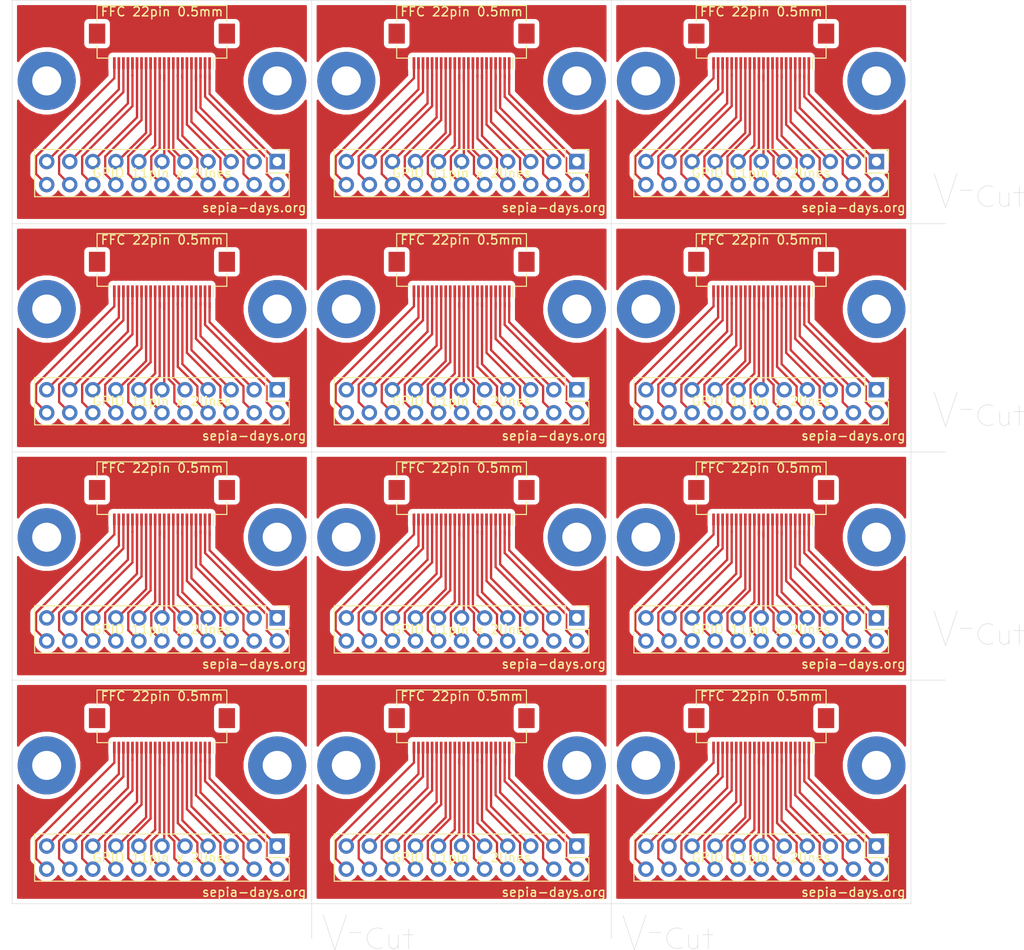
<source format=kicad_pcb>
(kicad_pcb (version 20171130) (host pcbnew "(5.1.9)-1")
  (layers (0 F.Cu signal) (31 B.Cu signal) (34 B.Paste user) (35 F.Paste user) (36 B.SilkS user) (37 F.SilkS user) (38 B.Mask user) (39 F.Mask user) (44 Edge.Cuts user))
  (net 0 "")
  (net 1 "Net-(GPIO1-Pad1)")
  (net 2 "Net-(GPIO1-Pad2)")
  (net 3 "Net-(GPIO1-Pad3)")
  (net 4 "Net-(GPIO1-Pad4)")
  (net 5 "Net-(GPIO1-Pad5)")
  (net 6 "Net-(GPIO1-Pad6)")
  (net 7 "Net-(GPIO1-Pad7)")
  (net 8 "Net-(GPIO1-Pad8)")
  (net 9 "Net-(GPIO1-Pad9)")
  (net 10 "Net-(GPIO1-Pad10)")
  (net 11 "Net-(GPIO1-Pad11)")
  (net 12 "Net-(GPIO1-Pad12)")
  (net 13 "Net-(GPIO1-Pad13)")
  (net 14 "Net-(GPIO1-Pad14)")
  (net 15 "Net-(GPIO1-Pad15)")
  (net 16 "Net-(GPIO1-Pad16)")
  (net 17 "Net-(GPIO1-Pad17)")
  (net 18 "Net-(GPIO1-Pad18)")
  (net 19 "Net-(GPIO1-Pad19)")
  (net 20 "Net-(GPIO1-Pad20)")
  (net 21 "Net-(GPIO1-Pad21)")
  (net 22 "Net-(GPIO1-Pad22)")
  (module MountingHole:MountingHole_3.2mm_M3_Pad_TopBottom (layer F.Cu) (at 123.19 131.318)
    (fp_text reference H1 hide)
    (fp_text value MountingHole)
    (pad 1 connect circle (at 0 0) (size 6.4 6.4) (layers B.Cu B.Mask))
    (pad 1 connect circle (at 0 0) (size 6.4 6.4) (layers F.Cu F.Mask))
    (pad 1 thru_hole circle (at 0 0) (size 3.6 3.6) (drill 3.2) (layers *.Cu *.Mask))
  )
  (module Connector_FFC-FPC:Hirose_FH12-22S-0.5SH_1x22-1MP_P0.50mm_Horizontal (layer F.Cu) (at 135.89 77.216 180)
    (fp_text reference "FFC 22pin 0.5mm" (at 0 3.81) (layer F.SilkS))
    (fp_text value GPIO22Pin)
    (pad MP smd rect (at 7.15 1.4 180) (size 1.8 2.2) (layers F.Cu F.Paste F.Mask))
    (pad MP smd rect (at -7.15 1.4 180) (size 1.8 2.2) (layers F.Cu F.Paste F.Mask))
    (pad 1 smd rect (at -5.25 -1.85 180) (size 0.3 1.3) (layers F.Cu F.Paste F.Mask))
    (pad 2 smd rect (at -4.75 -1.85 180) (size 0.3 1.3) (layers F.Cu F.Paste F.Mask))
    (pad 3 smd rect (at -4.25 -1.85 180) (size 0.3 1.3) (layers F.Cu F.Paste F.Mask))
    (pad 4 smd rect (at -3.75 -1.85 180) (size 0.3 1.3) (layers F.Cu F.Paste F.Mask))
    (pad 5 smd rect (at -3.25 -1.85 180) (size 0.3 1.3) (layers F.Cu F.Paste F.Mask))
    (pad 6 smd rect (at -2.75 -1.85 180) (size 0.3 1.3) (layers F.Cu F.Paste F.Mask))
    (pad 7 smd rect (at -2.25 -1.85 180) (size 0.3 1.3) (layers F.Cu F.Paste F.Mask))
    (pad 8 smd rect (at -1.75 -1.85 180) (size 0.3 1.3) (layers F.Cu F.Paste F.Mask))
    (pad 9 smd rect (at -1.25 -1.85 180) (size 0.3 1.3) (layers F.Cu F.Paste F.Mask))
    (pad 10 smd rect (at -0.75 -1.85 180) (size 0.3 1.3) (layers F.Cu F.Paste F.Mask))
    (pad 11 smd rect (at -0.25 -1.85 180) (size 0.3 1.3) (layers F.Cu F.Paste F.Mask))
    (pad 12 smd rect (at 0.25 -1.85 180) (size 0.3 1.3) (layers F.Cu F.Paste F.Mask))
    (pad 13 smd rect (at 0.75 -1.85 180) (size 0.3 1.3) (layers F.Cu F.Paste F.Mask))
    (pad 14 smd rect (at 1.25 -1.85 180) (size 0.3 1.3) (layers F.Cu F.Paste F.Mask))
    (pad 15 smd rect (at 1.75 -1.85 180) (size 0.3 1.3) (layers F.Cu F.Paste F.Mask))
    (pad 16 smd rect (at 2.25 -1.85 180) (size 0.3 1.3) (layers F.Cu F.Paste F.Mask))
    (pad 17 smd rect (at 2.75 -1.85 180) (size 0.3 1.3) (layers F.Cu F.Paste F.Mask))
    (pad 18 smd rect (at 3.25 -1.85 180) (size 0.3 1.3) (layers F.Cu F.Paste F.Mask))
    (pad 19 smd rect (at 3.75 -1.85 180) (size 0.3 1.3) (layers F.Cu F.Paste F.Mask))
    (pad 20 smd rect (at 4.25 -1.85 180) (size 0.3 1.3) (layers F.Cu F.Paste F.Mask))
    (pad 21 smd rect (at 4.75 -1.85 180) (size 0.3 1.3) (layers F.Cu F.Paste F.Mask))
    (pad 22 smd rect (at 5.25 -1.85 180) (size 0.3 1.3) (layers F.Cu F.Paste F.Mask))
  )
  (module MountingHole:MountingHole_3.2mm_M3_Pad_TopBottom (layer F.Cu) (at 123.19 81.026)
    (fp_text reference H1 hide)
    (fp_text value MountingHole)
    (pad 1 thru_hole circle (at 0 0) (size 3.6 3.6) (drill 3.2) (layers *.Cu *.Mask))
    (pad 1 connect circle (at 0 0) (size 6.4 6.4) (layers F.Cu F.Mask))
    (pad 1 connect circle (at 0 0) (size 6.4 6.4) (layers B.Cu B.Mask))
  )
  (module MountingHole:MountingHole_3.2mm_M3_Pad_TopBottom (layer F.Cu) (at 123.19 106.172)
    (fp_text reference H1 hide)
    (fp_text value MountingHole)
    (pad 1 thru_hole circle (at 0 0) (size 3.6 3.6) (drill 3.2) (layers *.Cu *.Mask))
    (pad 1 connect circle (at 0 0) (size 6.4 6.4) (layers F.Cu F.Mask))
    (pad 1 connect circle (at 0 0) (size 6.4 6.4) (layers B.Cu B.Mask))
  )
  (module MountingHole:MountingHole_3.2mm_M3_Pad_TopBottom (layer F.Cu) (at 148.59 131.318)
    (fp_text reference H2 hide)
    (fp_text value MountingHole)
    (pad 1 thru_hole circle (at 0 0) (size 3.6 3.6) (drill 3.2) (layers *.Cu *.Mask))
    (pad 1 connect circle (at 0 0) (size 6.4 6.4) (layers F.Cu F.Mask))
    (pad 1 connect circle (at 0 0) (size 6.4 6.4) (layers B.Cu B.Mask))
  )
  (module MountingHole:MountingHole_3.2mm_M3_Pad_TopBottom (layer F.Cu) (at 148.59 81.026)
    (fp_text reference H2 hide)
    (fp_text value MountingHole)
    (pad 1 connect circle (at 0 0) (size 6.4 6.4) (layers B.Cu B.Mask))
    (pad 1 connect circle (at 0 0) (size 6.4 6.4) (layers F.Cu F.Mask))
    (pad 1 thru_hole circle (at 0 0) (size 3.6 3.6) (drill 3.2) (layers *.Cu *.Mask))
  )
  (module MountingHole:MountingHole_3.2mm_M3_Pad_TopBottom (layer F.Cu) (at 148.59 106.172)
    (fp_text reference H2 hide)
    (fp_text value MountingHole)
    (pad 1 connect circle (at 0 0) (size 6.4 6.4) (layers B.Cu B.Mask))
    (pad 1 connect circle (at 0 0) (size 6.4 6.4) (layers F.Cu F.Mask))
    (pad 1 thru_hole circle (at 0 0) (size 3.6 3.6) (drill 3.2) (layers *.Cu *.Mask))
  )
  (module Connector_FFC-FPC:Hirose_FH12-22S-0.5SH_1x22-1MP_P0.50mm_Horizontal (layer F.Cu) (at 135.89 102.362 180)
    (fp_text reference "FFC 22pin 0.5mm" (at 0 3.81) (layer F.SilkS))
    (fp_text value GPIO22Pin)
    (pad MP smd rect (at 7.15 1.4 180) (size 1.8 2.2) (layers F.Cu F.Paste F.Mask))
    (pad MP smd rect (at -7.15 1.4 180) (size 1.8 2.2) (layers F.Cu F.Paste F.Mask))
    (pad 1 smd rect (at -5.25 -1.85 180) (size 0.3 1.3) (layers F.Cu F.Paste F.Mask))
    (pad 2 smd rect (at -4.75 -1.85 180) (size 0.3 1.3) (layers F.Cu F.Paste F.Mask))
    (pad 3 smd rect (at -4.25 -1.85 180) (size 0.3 1.3) (layers F.Cu F.Paste F.Mask))
    (pad 4 smd rect (at -3.75 -1.85 180) (size 0.3 1.3) (layers F.Cu F.Paste F.Mask))
    (pad 5 smd rect (at -3.25 -1.85 180) (size 0.3 1.3) (layers F.Cu F.Paste F.Mask))
    (pad 6 smd rect (at -2.75 -1.85 180) (size 0.3 1.3) (layers F.Cu F.Paste F.Mask))
    (pad 7 smd rect (at -2.25 -1.85 180) (size 0.3 1.3) (layers F.Cu F.Paste F.Mask))
    (pad 8 smd rect (at -1.75 -1.85 180) (size 0.3 1.3) (layers F.Cu F.Paste F.Mask))
    (pad 9 smd rect (at -1.25 -1.85 180) (size 0.3 1.3) (layers F.Cu F.Paste F.Mask))
    (pad 10 smd rect (at -0.75 -1.85 180) (size 0.3 1.3) (layers F.Cu F.Paste F.Mask))
    (pad 11 smd rect (at -0.25 -1.85 180) (size 0.3 1.3) (layers F.Cu F.Paste F.Mask))
    (pad 12 smd rect (at 0.25 -1.85 180) (size 0.3 1.3) (layers F.Cu F.Paste F.Mask))
    (pad 13 smd rect (at 0.75 -1.85 180) (size 0.3 1.3) (layers F.Cu F.Paste F.Mask))
    (pad 14 smd rect (at 1.25 -1.85 180) (size 0.3 1.3) (layers F.Cu F.Paste F.Mask))
    (pad 15 smd rect (at 1.75 -1.85 180) (size 0.3 1.3) (layers F.Cu F.Paste F.Mask))
    (pad 16 smd rect (at 2.25 -1.85 180) (size 0.3 1.3) (layers F.Cu F.Paste F.Mask))
    (pad 17 smd rect (at 2.75 -1.85 180) (size 0.3 1.3) (layers F.Cu F.Paste F.Mask))
    (pad 18 smd rect (at 3.25 -1.85 180) (size 0.3 1.3) (layers F.Cu F.Paste F.Mask))
    (pad 19 smd rect (at 3.75 -1.85 180) (size 0.3 1.3) (layers F.Cu F.Paste F.Mask))
    (pad 20 smd rect (at 4.25 -1.85 180) (size 0.3 1.3) (layers F.Cu F.Paste F.Mask))
    (pad 21 smd rect (at 4.75 -1.85 180) (size 0.3 1.3) (layers F.Cu F.Paste F.Mask))
    (pad 22 smd rect (at 5.25 -1.85 180) (size 0.3 1.3) (layers F.Cu F.Paste F.Mask))
  )
  (module Connector_PinHeader_2.54mm:PinHeader_2x11_P2.54mm_Vertical (layer F.Cu) (at 148.59 115.062 270)
    (fp_text reference "GPIO 11pin x 2lines" (at 1.27 12.7 180) (layer F.SilkS))
    (fp_text value GPIO22Pin)
    (pad 22 thru_hole oval (at 2.54 25.4 270) (size 1.7 1.7) (drill 1) (layers *.Cu *.Mask))
    (pad 21 thru_hole oval (at 0 25.4 270) (size 1.7 1.7) (drill 1) (layers *.Cu *.Mask))
    (pad 20 thru_hole oval (at 2.54 22.86 270) (size 1.7 1.7) (drill 1) (layers *.Cu *.Mask))
    (pad 19 thru_hole oval (at 0 22.86 270) (size 1.7 1.7) (drill 1) (layers *.Cu *.Mask))
    (pad 18 thru_hole oval (at 2.54 20.32 270) (size 1.7 1.7) (drill 1) (layers *.Cu *.Mask))
    (pad 17 thru_hole oval (at 0 20.32 270) (size 1.7 1.7) (drill 1) (layers *.Cu *.Mask))
    (pad 16 thru_hole oval (at 2.54 17.78 270) (size 1.7 1.7) (drill 1) (layers *.Cu *.Mask))
    (pad 15 thru_hole oval (at 0 17.78 270) (size 1.7 1.7) (drill 1) (layers *.Cu *.Mask))
    (pad 14 thru_hole oval (at 2.54 15.24 270) (size 1.7 1.7) (drill 1) (layers *.Cu *.Mask))
    (pad 13 thru_hole oval (at 0 15.24 270) (size 1.7 1.7) (drill 1) (layers *.Cu *.Mask))
    (pad 12 thru_hole oval (at 2.54 12.7 270) (size 1.7 1.7) (drill 1) (layers *.Cu *.Mask))
    (pad 11 thru_hole oval (at 0 12.7 270) (size 1.7 1.7) (drill 1) (layers *.Cu *.Mask))
    (pad 10 thru_hole oval (at 2.54 10.16 270) (size 1.7 1.7) (drill 1) (layers *.Cu *.Mask))
    (pad 9 thru_hole oval (at 0 10.16 270) (size 1.7 1.7) (drill 1) (layers *.Cu *.Mask))
    (pad 8 thru_hole oval (at 2.54 7.62 270) (size 1.7 1.7) (drill 1) (layers *.Cu *.Mask))
    (pad 7 thru_hole oval (at 0 7.62 270) (size 1.7 1.7) (drill 1) (layers *.Cu *.Mask))
    (pad 6 thru_hole oval (at 2.54 5.08 270) (size 1.7 1.7) (drill 1) (layers *.Cu *.Mask))
    (pad 5 thru_hole oval (at 0 5.08 270) (size 1.7 1.7) (drill 1) (layers *.Cu *.Mask))
    (pad 4 thru_hole oval (at 2.54 2.54 270) (size 1.7 1.7) (drill 1) (layers *.Cu *.Mask))
    (pad 3 thru_hole oval (at 0 2.54 270) (size 1.7 1.7) (drill 1) (layers *.Cu *.Mask))
    (pad 2 thru_hole oval (at 2.54 0 270) (size 1.7 1.7) (drill 1) (layers *.Cu *.Mask))
    (pad 1 thru_hole rect (at 0 0 270) (size 1.7 1.7) (drill 1) (layers *.Cu *.Mask))
  )
  (module Connector_PinHeader_2.54mm:PinHeader_2x11_P2.54mm_Vertical (layer F.Cu) (at 148.59 89.916 270)
    (fp_text reference "GPIO 11pin x 2lines" (at 1.27 12.7 180) (layer F.SilkS))
    (fp_text value GPIO22Pin)
    (pad 22 thru_hole oval (at 2.54 25.4 270) (size 1.7 1.7) (drill 1) (layers *.Cu *.Mask))
    (pad 21 thru_hole oval (at 0 25.4 270) (size 1.7 1.7) (drill 1) (layers *.Cu *.Mask))
    (pad 20 thru_hole oval (at 2.54 22.86 270) (size 1.7 1.7) (drill 1) (layers *.Cu *.Mask))
    (pad 19 thru_hole oval (at 0 22.86 270) (size 1.7 1.7) (drill 1) (layers *.Cu *.Mask))
    (pad 18 thru_hole oval (at 2.54 20.32 270) (size 1.7 1.7) (drill 1) (layers *.Cu *.Mask))
    (pad 17 thru_hole oval (at 0 20.32 270) (size 1.7 1.7) (drill 1) (layers *.Cu *.Mask))
    (pad 16 thru_hole oval (at 2.54 17.78 270) (size 1.7 1.7) (drill 1) (layers *.Cu *.Mask))
    (pad 15 thru_hole oval (at 0 17.78 270) (size 1.7 1.7) (drill 1) (layers *.Cu *.Mask))
    (pad 14 thru_hole oval (at 2.54 15.24 270) (size 1.7 1.7) (drill 1) (layers *.Cu *.Mask))
    (pad 13 thru_hole oval (at 0 15.24 270) (size 1.7 1.7) (drill 1) (layers *.Cu *.Mask))
    (pad 12 thru_hole oval (at 2.54 12.7 270) (size 1.7 1.7) (drill 1) (layers *.Cu *.Mask))
    (pad 11 thru_hole oval (at 0 12.7 270) (size 1.7 1.7) (drill 1) (layers *.Cu *.Mask))
    (pad 10 thru_hole oval (at 2.54 10.16 270) (size 1.7 1.7) (drill 1) (layers *.Cu *.Mask))
    (pad 9 thru_hole oval (at 0 10.16 270) (size 1.7 1.7) (drill 1) (layers *.Cu *.Mask))
    (pad 8 thru_hole oval (at 2.54 7.62 270) (size 1.7 1.7) (drill 1) (layers *.Cu *.Mask))
    (pad 7 thru_hole oval (at 0 7.62 270) (size 1.7 1.7) (drill 1) (layers *.Cu *.Mask))
    (pad 6 thru_hole oval (at 2.54 5.08 270) (size 1.7 1.7) (drill 1) (layers *.Cu *.Mask))
    (pad 5 thru_hole oval (at 0 5.08 270) (size 1.7 1.7) (drill 1) (layers *.Cu *.Mask))
    (pad 4 thru_hole oval (at 2.54 2.54 270) (size 1.7 1.7) (drill 1) (layers *.Cu *.Mask))
    (pad 3 thru_hole oval (at 0 2.54 270) (size 1.7 1.7) (drill 1) (layers *.Cu *.Mask))
    (pad 2 thru_hole oval (at 2.54 0 270) (size 1.7 1.7) (drill 1) (layers *.Cu *.Mask))
    (pad 1 thru_hole rect (at 0 0 270) (size 1.7 1.7) (drill 1) (layers *.Cu *.Mask))
  )
  (module Connector_FFC-FPC:Hirose_FH12-22S-0.5SH_1x22-1MP_P0.50mm_Horizontal (layer F.Cu) (at 135.89 127.508 180)
    (fp_text reference "FFC 22pin 0.5mm" (at 0 3.81) (layer F.SilkS))
    (fp_text value GPIO22Pin)
    (pad 22 smd rect (at 5.25 -1.85 180) (size 0.3 1.3) (layers F.Cu F.Paste F.Mask))
    (pad 21 smd rect (at 4.75 -1.85 180) (size 0.3 1.3) (layers F.Cu F.Paste F.Mask))
    (pad 20 smd rect (at 4.25 -1.85 180) (size 0.3 1.3) (layers F.Cu F.Paste F.Mask))
    (pad 19 smd rect (at 3.75 -1.85 180) (size 0.3 1.3) (layers F.Cu F.Paste F.Mask))
    (pad 18 smd rect (at 3.25 -1.85 180) (size 0.3 1.3) (layers F.Cu F.Paste F.Mask))
    (pad 17 smd rect (at 2.75 -1.85 180) (size 0.3 1.3) (layers F.Cu F.Paste F.Mask))
    (pad 16 smd rect (at 2.25 -1.85 180) (size 0.3 1.3) (layers F.Cu F.Paste F.Mask))
    (pad 15 smd rect (at 1.75 -1.85 180) (size 0.3 1.3) (layers F.Cu F.Paste F.Mask))
    (pad 14 smd rect (at 1.25 -1.85 180) (size 0.3 1.3) (layers F.Cu F.Paste F.Mask))
    (pad 13 smd rect (at 0.75 -1.85 180) (size 0.3 1.3) (layers F.Cu F.Paste F.Mask))
    (pad 12 smd rect (at 0.25 -1.85 180) (size 0.3 1.3) (layers F.Cu F.Paste F.Mask))
    (pad 11 smd rect (at -0.25 -1.85 180) (size 0.3 1.3) (layers F.Cu F.Paste F.Mask))
    (pad 10 smd rect (at -0.75 -1.85 180) (size 0.3 1.3) (layers F.Cu F.Paste F.Mask))
    (pad 9 smd rect (at -1.25 -1.85 180) (size 0.3 1.3) (layers F.Cu F.Paste F.Mask))
    (pad 8 smd rect (at -1.75 -1.85 180) (size 0.3 1.3) (layers F.Cu F.Paste F.Mask))
    (pad 7 smd rect (at -2.25 -1.85 180) (size 0.3 1.3) (layers F.Cu F.Paste F.Mask))
    (pad 6 smd rect (at -2.75 -1.85 180) (size 0.3 1.3) (layers F.Cu F.Paste F.Mask))
    (pad 5 smd rect (at -3.25 -1.85 180) (size 0.3 1.3) (layers F.Cu F.Paste F.Mask))
    (pad 4 smd rect (at -3.75 -1.85 180) (size 0.3 1.3) (layers F.Cu F.Paste F.Mask))
    (pad 3 smd rect (at -4.25 -1.85 180) (size 0.3 1.3) (layers F.Cu F.Paste F.Mask))
    (pad 2 smd rect (at -4.75 -1.85 180) (size 0.3 1.3) (layers F.Cu F.Paste F.Mask))
    (pad 1 smd rect (at -5.25 -1.85 180) (size 0.3 1.3) (layers F.Cu F.Paste F.Mask))
    (pad MP smd rect (at -7.15 1.4 180) (size 1.8 2.2) (layers F.Cu F.Paste F.Mask))
    (pad MP smd rect (at 7.15 1.4 180) (size 1.8 2.2) (layers F.Cu F.Paste F.Mask))
  )
  (module Connector_PinHeader_2.54mm:PinHeader_2x11_P2.54mm_Vertical (layer F.Cu) (at 148.59 140.208 270)
    (fp_text reference "GPIO 11pin x 2lines" (at 1.27 12.7 180) (layer F.SilkS))
    (fp_text value GPIO22Pin)
    (pad 1 thru_hole rect (at 0 0 270) (size 1.7 1.7) (drill 1) (layers *.Cu *.Mask))
    (pad 2 thru_hole oval (at 2.54 0 270) (size 1.7 1.7) (drill 1) (layers *.Cu *.Mask))
    (pad 3 thru_hole oval (at 0 2.54 270) (size 1.7 1.7) (drill 1) (layers *.Cu *.Mask))
    (pad 4 thru_hole oval (at 2.54 2.54 270) (size 1.7 1.7) (drill 1) (layers *.Cu *.Mask))
    (pad 5 thru_hole oval (at 0 5.08 270) (size 1.7 1.7) (drill 1) (layers *.Cu *.Mask))
    (pad 6 thru_hole oval (at 2.54 5.08 270) (size 1.7 1.7) (drill 1) (layers *.Cu *.Mask))
    (pad 7 thru_hole oval (at 0 7.62 270) (size 1.7 1.7) (drill 1) (layers *.Cu *.Mask))
    (pad 8 thru_hole oval (at 2.54 7.62 270) (size 1.7 1.7) (drill 1) (layers *.Cu *.Mask))
    (pad 9 thru_hole oval (at 0 10.16 270) (size 1.7 1.7) (drill 1) (layers *.Cu *.Mask))
    (pad 10 thru_hole oval (at 2.54 10.16 270) (size 1.7 1.7) (drill 1) (layers *.Cu *.Mask))
    (pad 11 thru_hole oval (at 0 12.7 270) (size 1.7 1.7) (drill 1) (layers *.Cu *.Mask))
    (pad 12 thru_hole oval (at 2.54 12.7 270) (size 1.7 1.7) (drill 1) (layers *.Cu *.Mask))
    (pad 13 thru_hole oval (at 0 15.24 270) (size 1.7 1.7) (drill 1) (layers *.Cu *.Mask))
    (pad 14 thru_hole oval (at 2.54 15.24 270) (size 1.7 1.7) (drill 1) (layers *.Cu *.Mask))
    (pad 15 thru_hole oval (at 0 17.78 270) (size 1.7 1.7) (drill 1) (layers *.Cu *.Mask))
    (pad 16 thru_hole oval (at 2.54 17.78 270) (size 1.7 1.7) (drill 1) (layers *.Cu *.Mask))
    (pad 17 thru_hole oval (at 0 20.32 270) (size 1.7 1.7) (drill 1) (layers *.Cu *.Mask))
    (pad 18 thru_hole oval (at 2.54 20.32 270) (size 1.7 1.7) (drill 1) (layers *.Cu *.Mask))
    (pad 19 thru_hole oval (at 0 22.86 270) (size 1.7 1.7) (drill 1) (layers *.Cu *.Mask))
    (pad 20 thru_hole oval (at 2.54 22.86 270) (size 1.7 1.7) (drill 1) (layers *.Cu *.Mask))
    (pad 21 thru_hole oval (at 0 25.4 270) (size 1.7 1.7) (drill 1) (layers *.Cu *.Mask))
    (pad 22 thru_hole oval (at 2.54 25.4 270) (size 1.7 1.7) (drill 1) (layers *.Cu *.Mask))
  )
  (module MountingHole:MountingHole_3.2mm_M3_Pad_TopBottom (layer F.Cu) (at 148.59 55.88)
    (fp_text reference H2 hide)
    (fp_text value MountingHole)
    (pad 1 thru_hole circle (at 0 0) (size 3.6 3.6) (drill 3.2) (layers *.Cu *.Mask))
    (pad 1 connect circle (at 0 0) (size 6.4 6.4) (layers F.Cu F.Mask))
    (pad 1 connect circle (at 0 0) (size 6.4 6.4) (layers B.Cu B.Mask))
  )
  (module MountingHole:MountingHole_3.2mm_M3_Pad_TopBottom (layer F.Cu) (at 123.19 55.88)
    (fp_text reference H1 hide)
    (fp_text value MountingHole)
    (pad 1 connect circle (at 0 0) (size 6.4 6.4) (layers B.Cu B.Mask))
    (pad 1 connect circle (at 0 0) (size 6.4 6.4) (layers F.Cu F.Mask))
    (pad 1 thru_hole circle (at 0 0) (size 3.6 3.6) (drill 3.2) (layers *.Cu *.Mask))
  )
  (module Connector_FFC-FPC:Hirose_FH12-22S-0.5SH_1x22-1MP_P0.50mm_Horizontal (layer F.Cu) (at 135.89 52.07 180)
    (fp_text reference "FFC 22pin 0.5mm" (at 0 3.81) (layer F.SilkS))
    (fp_text value GPIO22Pin)
    (pad 22 smd rect (at 5.25 -1.85 180) (size 0.3 1.3) (layers F.Cu F.Paste F.Mask))
    (pad 21 smd rect (at 4.75 -1.85 180) (size 0.3 1.3) (layers F.Cu F.Paste F.Mask))
    (pad 20 smd rect (at 4.25 -1.85 180) (size 0.3 1.3) (layers F.Cu F.Paste F.Mask))
    (pad 19 smd rect (at 3.75 -1.85 180) (size 0.3 1.3) (layers F.Cu F.Paste F.Mask))
    (pad 18 smd rect (at 3.25 -1.85 180) (size 0.3 1.3) (layers F.Cu F.Paste F.Mask))
    (pad 17 smd rect (at 2.75 -1.85 180) (size 0.3 1.3) (layers F.Cu F.Paste F.Mask))
    (pad 16 smd rect (at 2.25 -1.85 180) (size 0.3 1.3) (layers F.Cu F.Paste F.Mask))
    (pad 15 smd rect (at 1.75 -1.85 180) (size 0.3 1.3) (layers F.Cu F.Paste F.Mask))
    (pad 14 smd rect (at 1.25 -1.85 180) (size 0.3 1.3) (layers F.Cu F.Paste F.Mask))
    (pad 13 smd rect (at 0.75 -1.85 180) (size 0.3 1.3) (layers F.Cu F.Paste F.Mask))
    (pad 12 smd rect (at 0.25 -1.85 180) (size 0.3 1.3) (layers F.Cu F.Paste F.Mask))
    (pad 11 smd rect (at -0.25 -1.85 180) (size 0.3 1.3) (layers F.Cu F.Paste F.Mask))
    (pad 10 smd rect (at -0.75 -1.85 180) (size 0.3 1.3) (layers F.Cu F.Paste F.Mask))
    (pad 9 smd rect (at -1.25 -1.85 180) (size 0.3 1.3) (layers F.Cu F.Paste F.Mask))
    (pad 8 smd rect (at -1.75 -1.85 180) (size 0.3 1.3) (layers F.Cu F.Paste F.Mask))
    (pad 7 smd rect (at -2.25 -1.85 180) (size 0.3 1.3) (layers F.Cu F.Paste F.Mask))
    (pad 6 smd rect (at -2.75 -1.85 180) (size 0.3 1.3) (layers F.Cu F.Paste F.Mask))
    (pad 5 smd rect (at -3.25 -1.85 180) (size 0.3 1.3) (layers F.Cu F.Paste F.Mask))
    (pad 4 smd rect (at -3.75 -1.85 180) (size 0.3 1.3) (layers F.Cu F.Paste F.Mask))
    (pad 3 smd rect (at -4.25 -1.85 180) (size 0.3 1.3) (layers F.Cu F.Paste F.Mask))
    (pad 2 smd rect (at -4.75 -1.85 180) (size 0.3 1.3) (layers F.Cu F.Paste F.Mask))
    (pad 1 smd rect (at -5.25 -1.85 180) (size 0.3 1.3) (layers F.Cu F.Paste F.Mask))
    (pad MP smd rect (at -7.15 1.4 180) (size 1.8 2.2) (layers F.Cu F.Paste F.Mask))
    (pad MP smd rect (at 7.15 1.4 180) (size 1.8 2.2) (layers F.Cu F.Paste F.Mask))
  )
  (module Connector_PinHeader_2.54mm:PinHeader_2x11_P2.54mm_Vertical (layer F.Cu) (at 148.59 64.77 270)
    (fp_text reference "GPIO 11pin x 2lines" (at 1.27 12.7 180) (layer F.SilkS))
    (fp_text value GPIO22Pin)
    (pad 1 thru_hole rect (at 0 0 270) (size 1.7 1.7) (drill 1) (layers *.Cu *.Mask))
    (pad 2 thru_hole oval (at 2.54 0 270) (size 1.7 1.7) (drill 1) (layers *.Cu *.Mask))
    (pad 3 thru_hole oval (at 0 2.54 270) (size 1.7 1.7) (drill 1) (layers *.Cu *.Mask))
    (pad 4 thru_hole oval (at 2.54 2.54 270) (size 1.7 1.7) (drill 1) (layers *.Cu *.Mask))
    (pad 5 thru_hole oval (at 0 5.08 270) (size 1.7 1.7) (drill 1) (layers *.Cu *.Mask))
    (pad 6 thru_hole oval (at 2.54 5.08 270) (size 1.7 1.7) (drill 1) (layers *.Cu *.Mask))
    (pad 7 thru_hole oval (at 0 7.62 270) (size 1.7 1.7) (drill 1) (layers *.Cu *.Mask))
    (pad 8 thru_hole oval (at 2.54 7.62 270) (size 1.7 1.7) (drill 1) (layers *.Cu *.Mask))
    (pad 9 thru_hole oval (at 0 10.16 270) (size 1.7 1.7) (drill 1) (layers *.Cu *.Mask))
    (pad 10 thru_hole oval (at 2.54 10.16 270) (size 1.7 1.7) (drill 1) (layers *.Cu *.Mask))
    (pad 11 thru_hole oval (at 0 12.7 270) (size 1.7 1.7) (drill 1) (layers *.Cu *.Mask))
    (pad 12 thru_hole oval (at 2.54 12.7 270) (size 1.7 1.7) (drill 1) (layers *.Cu *.Mask))
    (pad 13 thru_hole oval (at 0 15.24 270) (size 1.7 1.7) (drill 1) (layers *.Cu *.Mask))
    (pad 14 thru_hole oval (at 2.54 15.24 270) (size 1.7 1.7) (drill 1) (layers *.Cu *.Mask))
    (pad 15 thru_hole oval (at 0 17.78 270) (size 1.7 1.7) (drill 1) (layers *.Cu *.Mask))
    (pad 16 thru_hole oval (at 2.54 17.78 270) (size 1.7 1.7) (drill 1) (layers *.Cu *.Mask))
    (pad 17 thru_hole oval (at 0 20.32 270) (size 1.7 1.7) (drill 1) (layers *.Cu *.Mask))
    (pad 18 thru_hole oval (at 2.54 20.32 270) (size 1.7 1.7) (drill 1) (layers *.Cu *.Mask))
    (pad 19 thru_hole oval (at 0 22.86 270) (size 1.7 1.7) (drill 1) (layers *.Cu *.Mask))
    (pad 20 thru_hole oval (at 2.54 22.86 270) (size 1.7 1.7) (drill 1) (layers *.Cu *.Mask))
    (pad 21 thru_hole oval (at 0 25.4 270) (size 1.7 1.7) (drill 1) (layers *.Cu *.Mask))
    (pad 22 thru_hole oval (at 2.54 25.4 270) (size 1.7 1.7) (drill 1) (layers *.Cu *.Mask))
  )
  (module MountingHole:MountingHole_3.2mm_M3_Pad_TopBottom (layer F.Cu) (at 90.17 131.318)
    (fp_text reference H1 hide)
    (fp_text value MountingHole)
    (pad 1 connect circle (at 0 0) (size 6.4 6.4) (layers B.Cu B.Mask))
    (pad 1 connect circle (at 0 0) (size 6.4 6.4) (layers F.Cu F.Mask))
    (pad 1 thru_hole circle (at 0 0) (size 3.6 3.6) (drill 3.2) (layers *.Cu *.Mask))
  )
  (module Connector_FFC-FPC:Hirose_FH12-22S-0.5SH_1x22-1MP_P0.50mm_Horizontal (layer F.Cu) (at 102.87 77.216 180)
    (fp_text reference "FFC 22pin 0.5mm" (at 0 3.81) (layer F.SilkS))
    (fp_text value GPIO22Pin)
    (pad MP smd rect (at 7.15 1.4 180) (size 1.8 2.2) (layers F.Cu F.Paste F.Mask))
    (pad MP smd rect (at -7.15 1.4 180) (size 1.8 2.2) (layers F.Cu F.Paste F.Mask))
    (pad 1 smd rect (at -5.25 -1.85 180) (size 0.3 1.3) (layers F.Cu F.Paste F.Mask))
    (pad 2 smd rect (at -4.75 -1.85 180) (size 0.3 1.3) (layers F.Cu F.Paste F.Mask))
    (pad 3 smd rect (at -4.25 -1.85 180) (size 0.3 1.3) (layers F.Cu F.Paste F.Mask))
    (pad 4 smd rect (at -3.75 -1.85 180) (size 0.3 1.3) (layers F.Cu F.Paste F.Mask))
    (pad 5 smd rect (at -3.25 -1.85 180) (size 0.3 1.3) (layers F.Cu F.Paste F.Mask))
    (pad 6 smd rect (at -2.75 -1.85 180) (size 0.3 1.3) (layers F.Cu F.Paste F.Mask))
    (pad 7 smd rect (at -2.25 -1.85 180) (size 0.3 1.3) (layers F.Cu F.Paste F.Mask))
    (pad 8 smd rect (at -1.75 -1.85 180) (size 0.3 1.3) (layers F.Cu F.Paste F.Mask))
    (pad 9 smd rect (at -1.25 -1.85 180) (size 0.3 1.3) (layers F.Cu F.Paste F.Mask))
    (pad 10 smd rect (at -0.75 -1.85 180) (size 0.3 1.3) (layers F.Cu F.Paste F.Mask))
    (pad 11 smd rect (at -0.25 -1.85 180) (size 0.3 1.3) (layers F.Cu F.Paste F.Mask))
    (pad 12 smd rect (at 0.25 -1.85 180) (size 0.3 1.3) (layers F.Cu F.Paste F.Mask))
    (pad 13 smd rect (at 0.75 -1.85 180) (size 0.3 1.3) (layers F.Cu F.Paste F.Mask))
    (pad 14 smd rect (at 1.25 -1.85 180) (size 0.3 1.3) (layers F.Cu F.Paste F.Mask))
    (pad 15 smd rect (at 1.75 -1.85 180) (size 0.3 1.3) (layers F.Cu F.Paste F.Mask))
    (pad 16 smd rect (at 2.25 -1.85 180) (size 0.3 1.3) (layers F.Cu F.Paste F.Mask))
    (pad 17 smd rect (at 2.75 -1.85 180) (size 0.3 1.3) (layers F.Cu F.Paste F.Mask))
    (pad 18 smd rect (at 3.25 -1.85 180) (size 0.3 1.3) (layers F.Cu F.Paste F.Mask))
    (pad 19 smd rect (at 3.75 -1.85 180) (size 0.3 1.3) (layers F.Cu F.Paste F.Mask))
    (pad 20 smd rect (at 4.25 -1.85 180) (size 0.3 1.3) (layers F.Cu F.Paste F.Mask))
    (pad 21 smd rect (at 4.75 -1.85 180) (size 0.3 1.3) (layers F.Cu F.Paste F.Mask))
    (pad 22 smd rect (at 5.25 -1.85 180) (size 0.3 1.3) (layers F.Cu F.Paste F.Mask))
  )
  (module MountingHole:MountingHole_3.2mm_M3_Pad_TopBottom (layer F.Cu) (at 90.17 81.026)
    (fp_text reference H1 hide)
    (fp_text value MountingHole)
    (pad 1 thru_hole circle (at 0 0) (size 3.6 3.6) (drill 3.2) (layers *.Cu *.Mask))
    (pad 1 connect circle (at 0 0) (size 6.4 6.4) (layers F.Cu F.Mask))
    (pad 1 connect circle (at 0 0) (size 6.4 6.4) (layers B.Cu B.Mask))
  )
  (module MountingHole:MountingHole_3.2mm_M3_Pad_TopBottom (layer F.Cu) (at 90.17 106.172)
    (fp_text reference H1 hide)
    (fp_text value MountingHole)
    (pad 1 thru_hole circle (at 0 0) (size 3.6 3.6) (drill 3.2) (layers *.Cu *.Mask))
    (pad 1 connect circle (at 0 0) (size 6.4 6.4) (layers F.Cu F.Mask))
    (pad 1 connect circle (at 0 0) (size 6.4 6.4) (layers B.Cu B.Mask))
  )
  (module MountingHole:MountingHole_3.2mm_M3_Pad_TopBottom (layer F.Cu) (at 115.57 131.318)
    (fp_text reference H2 hide)
    (fp_text value MountingHole)
    (pad 1 thru_hole circle (at 0 0) (size 3.6 3.6) (drill 3.2) (layers *.Cu *.Mask))
    (pad 1 connect circle (at 0 0) (size 6.4 6.4) (layers F.Cu F.Mask))
    (pad 1 connect circle (at 0 0) (size 6.4 6.4) (layers B.Cu B.Mask))
  )
  (module MountingHole:MountingHole_3.2mm_M3_Pad_TopBottom (layer F.Cu) (at 115.57 81.026)
    (fp_text reference H2 hide)
    (fp_text value MountingHole)
    (pad 1 connect circle (at 0 0) (size 6.4 6.4) (layers B.Cu B.Mask))
    (pad 1 connect circle (at 0 0) (size 6.4 6.4) (layers F.Cu F.Mask))
    (pad 1 thru_hole circle (at 0 0) (size 3.6 3.6) (drill 3.2) (layers *.Cu *.Mask))
  )
  (module MountingHole:MountingHole_3.2mm_M3_Pad_TopBottom (layer F.Cu) (at 115.57 106.172)
    (fp_text reference H2 hide)
    (fp_text value MountingHole)
    (pad 1 connect circle (at 0 0) (size 6.4 6.4) (layers B.Cu B.Mask))
    (pad 1 connect circle (at 0 0) (size 6.4 6.4) (layers F.Cu F.Mask))
    (pad 1 thru_hole circle (at 0 0) (size 3.6 3.6) (drill 3.2) (layers *.Cu *.Mask))
  )
  (module Connector_FFC-FPC:Hirose_FH12-22S-0.5SH_1x22-1MP_P0.50mm_Horizontal (layer F.Cu) (at 102.87 102.362 180)
    (fp_text reference "FFC 22pin 0.5mm" (at 0 3.81) (layer F.SilkS))
    (fp_text value GPIO22Pin)
    (pad MP smd rect (at 7.15 1.4 180) (size 1.8 2.2) (layers F.Cu F.Paste F.Mask))
    (pad MP smd rect (at -7.15 1.4 180) (size 1.8 2.2) (layers F.Cu F.Paste F.Mask))
    (pad 1 smd rect (at -5.25 -1.85 180) (size 0.3 1.3) (layers F.Cu F.Paste F.Mask))
    (pad 2 smd rect (at -4.75 -1.85 180) (size 0.3 1.3) (layers F.Cu F.Paste F.Mask))
    (pad 3 smd rect (at -4.25 -1.85 180) (size 0.3 1.3) (layers F.Cu F.Paste F.Mask))
    (pad 4 smd rect (at -3.75 -1.85 180) (size 0.3 1.3) (layers F.Cu F.Paste F.Mask))
    (pad 5 smd rect (at -3.25 -1.85 180) (size 0.3 1.3) (layers F.Cu F.Paste F.Mask))
    (pad 6 smd rect (at -2.75 -1.85 180) (size 0.3 1.3) (layers F.Cu F.Paste F.Mask))
    (pad 7 smd rect (at -2.25 -1.85 180) (size 0.3 1.3) (layers F.Cu F.Paste F.Mask))
    (pad 8 smd rect (at -1.75 -1.85 180) (size 0.3 1.3) (layers F.Cu F.Paste F.Mask))
    (pad 9 smd rect (at -1.25 -1.85 180) (size 0.3 1.3) (layers F.Cu F.Paste F.Mask))
    (pad 10 smd rect (at -0.75 -1.85 180) (size 0.3 1.3) (layers F.Cu F.Paste F.Mask))
    (pad 11 smd rect (at -0.25 -1.85 180) (size 0.3 1.3) (layers F.Cu F.Paste F.Mask))
    (pad 12 smd rect (at 0.25 -1.85 180) (size 0.3 1.3) (layers F.Cu F.Paste F.Mask))
    (pad 13 smd rect (at 0.75 -1.85 180) (size 0.3 1.3) (layers F.Cu F.Paste F.Mask))
    (pad 14 smd rect (at 1.25 -1.85 180) (size 0.3 1.3) (layers F.Cu F.Paste F.Mask))
    (pad 15 smd rect (at 1.75 -1.85 180) (size 0.3 1.3) (layers F.Cu F.Paste F.Mask))
    (pad 16 smd rect (at 2.25 -1.85 180) (size 0.3 1.3) (layers F.Cu F.Paste F.Mask))
    (pad 17 smd rect (at 2.75 -1.85 180) (size 0.3 1.3) (layers F.Cu F.Paste F.Mask))
    (pad 18 smd rect (at 3.25 -1.85 180) (size 0.3 1.3) (layers F.Cu F.Paste F.Mask))
    (pad 19 smd rect (at 3.75 -1.85 180) (size 0.3 1.3) (layers F.Cu F.Paste F.Mask))
    (pad 20 smd rect (at 4.25 -1.85 180) (size 0.3 1.3) (layers F.Cu F.Paste F.Mask))
    (pad 21 smd rect (at 4.75 -1.85 180) (size 0.3 1.3) (layers F.Cu F.Paste F.Mask))
    (pad 22 smd rect (at 5.25 -1.85 180) (size 0.3 1.3) (layers F.Cu F.Paste F.Mask))
  )
  (module Connector_PinHeader_2.54mm:PinHeader_2x11_P2.54mm_Vertical (layer F.Cu) (at 115.57 115.062 270)
    (fp_text reference "GPIO 11pin x 2lines" (at 1.27 12.7 180) (layer F.SilkS))
    (fp_text value GPIO22Pin)
    (pad 22 thru_hole oval (at 2.54 25.4 270) (size 1.7 1.7) (drill 1) (layers *.Cu *.Mask))
    (pad 21 thru_hole oval (at 0 25.4 270) (size 1.7 1.7) (drill 1) (layers *.Cu *.Mask))
    (pad 20 thru_hole oval (at 2.54 22.86 270) (size 1.7 1.7) (drill 1) (layers *.Cu *.Mask))
    (pad 19 thru_hole oval (at 0 22.86 270) (size 1.7 1.7) (drill 1) (layers *.Cu *.Mask))
    (pad 18 thru_hole oval (at 2.54 20.32 270) (size 1.7 1.7) (drill 1) (layers *.Cu *.Mask))
    (pad 17 thru_hole oval (at 0 20.32 270) (size 1.7 1.7) (drill 1) (layers *.Cu *.Mask))
    (pad 16 thru_hole oval (at 2.54 17.78 270) (size 1.7 1.7) (drill 1) (layers *.Cu *.Mask))
    (pad 15 thru_hole oval (at 0 17.78 270) (size 1.7 1.7) (drill 1) (layers *.Cu *.Mask))
    (pad 14 thru_hole oval (at 2.54 15.24 270) (size 1.7 1.7) (drill 1) (layers *.Cu *.Mask))
    (pad 13 thru_hole oval (at 0 15.24 270) (size 1.7 1.7) (drill 1) (layers *.Cu *.Mask))
    (pad 12 thru_hole oval (at 2.54 12.7 270) (size 1.7 1.7) (drill 1) (layers *.Cu *.Mask))
    (pad 11 thru_hole oval (at 0 12.7 270) (size 1.7 1.7) (drill 1) (layers *.Cu *.Mask))
    (pad 10 thru_hole oval (at 2.54 10.16 270) (size 1.7 1.7) (drill 1) (layers *.Cu *.Mask))
    (pad 9 thru_hole oval (at 0 10.16 270) (size 1.7 1.7) (drill 1) (layers *.Cu *.Mask))
    (pad 8 thru_hole oval (at 2.54 7.62 270) (size 1.7 1.7) (drill 1) (layers *.Cu *.Mask))
    (pad 7 thru_hole oval (at 0 7.62 270) (size 1.7 1.7) (drill 1) (layers *.Cu *.Mask))
    (pad 6 thru_hole oval (at 2.54 5.08 270) (size 1.7 1.7) (drill 1) (layers *.Cu *.Mask))
    (pad 5 thru_hole oval (at 0 5.08 270) (size 1.7 1.7) (drill 1) (layers *.Cu *.Mask))
    (pad 4 thru_hole oval (at 2.54 2.54 270) (size 1.7 1.7) (drill 1) (layers *.Cu *.Mask))
    (pad 3 thru_hole oval (at 0 2.54 270) (size 1.7 1.7) (drill 1) (layers *.Cu *.Mask))
    (pad 2 thru_hole oval (at 2.54 0 270) (size 1.7 1.7) (drill 1) (layers *.Cu *.Mask))
    (pad 1 thru_hole rect (at 0 0 270) (size 1.7 1.7) (drill 1) (layers *.Cu *.Mask))
  )
  (module Connector_PinHeader_2.54mm:PinHeader_2x11_P2.54mm_Vertical (layer F.Cu) (at 115.57 89.916 270)
    (fp_text reference "GPIO 11pin x 2lines" (at 1.27 12.7 180) (layer F.SilkS))
    (fp_text value GPIO22Pin)
    (pad 22 thru_hole oval (at 2.54 25.4 270) (size 1.7 1.7) (drill 1) (layers *.Cu *.Mask))
    (pad 21 thru_hole oval (at 0 25.4 270) (size 1.7 1.7) (drill 1) (layers *.Cu *.Mask))
    (pad 20 thru_hole oval (at 2.54 22.86 270) (size 1.7 1.7) (drill 1) (layers *.Cu *.Mask))
    (pad 19 thru_hole oval (at 0 22.86 270) (size 1.7 1.7) (drill 1) (layers *.Cu *.Mask))
    (pad 18 thru_hole oval (at 2.54 20.32 270) (size 1.7 1.7) (drill 1) (layers *.Cu *.Mask))
    (pad 17 thru_hole oval (at 0 20.32 270) (size 1.7 1.7) (drill 1) (layers *.Cu *.Mask))
    (pad 16 thru_hole oval (at 2.54 17.78 270) (size 1.7 1.7) (drill 1) (layers *.Cu *.Mask))
    (pad 15 thru_hole oval (at 0 17.78 270) (size 1.7 1.7) (drill 1) (layers *.Cu *.Mask))
    (pad 14 thru_hole oval (at 2.54 15.24 270) (size 1.7 1.7) (drill 1) (layers *.Cu *.Mask))
    (pad 13 thru_hole oval (at 0 15.24 270) (size 1.7 1.7) (drill 1) (layers *.Cu *.Mask))
    (pad 12 thru_hole oval (at 2.54 12.7 270) (size 1.7 1.7) (drill 1) (layers *.Cu *.Mask))
    (pad 11 thru_hole oval (at 0 12.7 270) (size 1.7 1.7) (drill 1) (layers *.Cu *.Mask))
    (pad 10 thru_hole oval (at 2.54 10.16 270) (size 1.7 1.7) (drill 1) (layers *.Cu *.Mask))
    (pad 9 thru_hole oval (at 0 10.16 270) (size 1.7 1.7) (drill 1) (layers *.Cu *.Mask))
    (pad 8 thru_hole oval (at 2.54 7.62 270) (size 1.7 1.7) (drill 1) (layers *.Cu *.Mask))
    (pad 7 thru_hole oval (at 0 7.62 270) (size 1.7 1.7) (drill 1) (layers *.Cu *.Mask))
    (pad 6 thru_hole oval (at 2.54 5.08 270) (size 1.7 1.7) (drill 1) (layers *.Cu *.Mask))
    (pad 5 thru_hole oval (at 0 5.08 270) (size 1.7 1.7) (drill 1) (layers *.Cu *.Mask))
    (pad 4 thru_hole oval (at 2.54 2.54 270) (size 1.7 1.7) (drill 1) (layers *.Cu *.Mask))
    (pad 3 thru_hole oval (at 0 2.54 270) (size 1.7 1.7) (drill 1) (layers *.Cu *.Mask))
    (pad 2 thru_hole oval (at 2.54 0 270) (size 1.7 1.7) (drill 1) (layers *.Cu *.Mask))
    (pad 1 thru_hole rect (at 0 0 270) (size 1.7 1.7) (drill 1) (layers *.Cu *.Mask))
  )
  (module Connector_FFC-FPC:Hirose_FH12-22S-0.5SH_1x22-1MP_P0.50mm_Horizontal (layer F.Cu) (at 102.87 127.508 180)
    (fp_text reference "FFC 22pin 0.5mm" (at 0 3.81) (layer F.SilkS))
    (fp_text value GPIO22Pin)
    (pad 22 smd rect (at 5.25 -1.85 180) (size 0.3 1.3) (layers F.Cu F.Paste F.Mask))
    (pad 21 smd rect (at 4.75 -1.85 180) (size 0.3 1.3) (layers F.Cu F.Paste F.Mask))
    (pad 20 smd rect (at 4.25 -1.85 180) (size 0.3 1.3) (layers F.Cu F.Paste F.Mask))
    (pad 19 smd rect (at 3.75 -1.85 180) (size 0.3 1.3) (layers F.Cu F.Paste F.Mask))
    (pad 18 smd rect (at 3.25 -1.85 180) (size 0.3 1.3) (layers F.Cu F.Paste F.Mask))
    (pad 17 smd rect (at 2.75 -1.85 180) (size 0.3 1.3) (layers F.Cu F.Paste F.Mask))
    (pad 16 smd rect (at 2.25 -1.85 180) (size 0.3 1.3) (layers F.Cu F.Paste F.Mask))
    (pad 15 smd rect (at 1.75 -1.85 180) (size 0.3 1.3) (layers F.Cu F.Paste F.Mask))
    (pad 14 smd rect (at 1.25 -1.85 180) (size 0.3 1.3) (layers F.Cu F.Paste F.Mask))
    (pad 13 smd rect (at 0.75 -1.85 180) (size 0.3 1.3) (layers F.Cu F.Paste F.Mask))
    (pad 12 smd rect (at 0.25 -1.85 180) (size 0.3 1.3) (layers F.Cu F.Paste F.Mask))
    (pad 11 smd rect (at -0.25 -1.85 180) (size 0.3 1.3) (layers F.Cu F.Paste F.Mask))
    (pad 10 smd rect (at -0.75 -1.85 180) (size 0.3 1.3) (layers F.Cu F.Paste F.Mask))
    (pad 9 smd rect (at -1.25 -1.85 180) (size 0.3 1.3) (layers F.Cu F.Paste F.Mask))
    (pad 8 smd rect (at -1.75 -1.85 180) (size 0.3 1.3) (layers F.Cu F.Paste F.Mask))
    (pad 7 smd rect (at -2.25 -1.85 180) (size 0.3 1.3) (layers F.Cu F.Paste F.Mask))
    (pad 6 smd rect (at -2.75 -1.85 180) (size 0.3 1.3) (layers F.Cu F.Paste F.Mask))
    (pad 5 smd rect (at -3.25 -1.85 180) (size 0.3 1.3) (layers F.Cu F.Paste F.Mask))
    (pad 4 smd rect (at -3.75 -1.85 180) (size 0.3 1.3) (layers F.Cu F.Paste F.Mask))
    (pad 3 smd rect (at -4.25 -1.85 180) (size 0.3 1.3) (layers F.Cu F.Paste F.Mask))
    (pad 2 smd rect (at -4.75 -1.85 180) (size 0.3 1.3) (layers F.Cu F.Paste F.Mask))
    (pad 1 smd rect (at -5.25 -1.85 180) (size 0.3 1.3) (layers F.Cu F.Paste F.Mask))
    (pad MP smd rect (at -7.15 1.4 180) (size 1.8 2.2) (layers F.Cu F.Paste F.Mask))
    (pad MP smd rect (at 7.15 1.4 180) (size 1.8 2.2) (layers F.Cu F.Paste F.Mask))
  )
  (module Connector_PinHeader_2.54mm:PinHeader_2x11_P2.54mm_Vertical (layer F.Cu) (at 115.57 140.208 270)
    (fp_text reference "GPIO 11pin x 2lines" (at 1.27 12.7 180) (layer F.SilkS))
    (fp_text value GPIO22Pin)
    (pad 1 thru_hole rect (at 0 0 270) (size 1.7 1.7) (drill 1) (layers *.Cu *.Mask))
    (pad 2 thru_hole oval (at 2.54 0 270) (size 1.7 1.7) (drill 1) (layers *.Cu *.Mask))
    (pad 3 thru_hole oval (at 0 2.54 270) (size 1.7 1.7) (drill 1) (layers *.Cu *.Mask))
    (pad 4 thru_hole oval (at 2.54 2.54 270) (size 1.7 1.7) (drill 1) (layers *.Cu *.Mask))
    (pad 5 thru_hole oval (at 0 5.08 270) (size 1.7 1.7) (drill 1) (layers *.Cu *.Mask))
    (pad 6 thru_hole oval (at 2.54 5.08 270) (size 1.7 1.7) (drill 1) (layers *.Cu *.Mask))
    (pad 7 thru_hole oval (at 0 7.62 270) (size 1.7 1.7) (drill 1) (layers *.Cu *.Mask))
    (pad 8 thru_hole oval (at 2.54 7.62 270) (size 1.7 1.7) (drill 1) (layers *.Cu *.Mask))
    (pad 9 thru_hole oval (at 0 10.16 270) (size 1.7 1.7) (drill 1) (layers *.Cu *.Mask))
    (pad 10 thru_hole oval (at 2.54 10.16 270) (size 1.7 1.7) (drill 1) (layers *.Cu *.Mask))
    (pad 11 thru_hole oval (at 0 12.7 270) (size 1.7 1.7) (drill 1) (layers *.Cu *.Mask))
    (pad 12 thru_hole oval (at 2.54 12.7 270) (size 1.7 1.7) (drill 1) (layers *.Cu *.Mask))
    (pad 13 thru_hole oval (at 0 15.24 270) (size 1.7 1.7) (drill 1) (layers *.Cu *.Mask))
    (pad 14 thru_hole oval (at 2.54 15.24 270) (size 1.7 1.7) (drill 1) (layers *.Cu *.Mask))
    (pad 15 thru_hole oval (at 0 17.78 270) (size 1.7 1.7) (drill 1) (layers *.Cu *.Mask))
    (pad 16 thru_hole oval (at 2.54 17.78 270) (size 1.7 1.7) (drill 1) (layers *.Cu *.Mask))
    (pad 17 thru_hole oval (at 0 20.32 270) (size 1.7 1.7) (drill 1) (layers *.Cu *.Mask))
    (pad 18 thru_hole oval (at 2.54 20.32 270) (size 1.7 1.7) (drill 1) (layers *.Cu *.Mask))
    (pad 19 thru_hole oval (at 0 22.86 270) (size 1.7 1.7) (drill 1) (layers *.Cu *.Mask))
    (pad 20 thru_hole oval (at 2.54 22.86 270) (size 1.7 1.7) (drill 1) (layers *.Cu *.Mask))
    (pad 21 thru_hole oval (at 0 25.4 270) (size 1.7 1.7) (drill 1) (layers *.Cu *.Mask))
    (pad 22 thru_hole oval (at 2.54 25.4 270) (size 1.7 1.7) (drill 1) (layers *.Cu *.Mask))
  )
  (module MountingHole:MountingHole_3.2mm_M3_Pad_TopBottom (layer F.Cu) (at 115.57 55.88)
    (fp_text reference H2 hide)
    (fp_text value MountingHole)
    (pad 1 thru_hole circle (at 0 0) (size 3.6 3.6) (drill 3.2) (layers *.Cu *.Mask))
    (pad 1 connect circle (at 0 0) (size 6.4 6.4) (layers F.Cu F.Mask))
    (pad 1 connect circle (at 0 0) (size 6.4 6.4) (layers B.Cu B.Mask))
  )
  (module MountingHole:MountingHole_3.2mm_M3_Pad_TopBottom (layer F.Cu) (at 90.17 55.88)
    (fp_text reference H1 hide)
    (fp_text value MountingHole)
    (pad 1 connect circle (at 0 0) (size 6.4 6.4) (layers B.Cu B.Mask))
    (pad 1 connect circle (at 0 0) (size 6.4 6.4) (layers F.Cu F.Mask))
    (pad 1 thru_hole circle (at 0 0) (size 3.6 3.6) (drill 3.2) (layers *.Cu *.Mask))
  )
  (module Connector_FFC-FPC:Hirose_FH12-22S-0.5SH_1x22-1MP_P0.50mm_Horizontal (layer F.Cu) (at 102.87 52.07 180)
    (fp_text reference "FFC 22pin 0.5mm" (at 0 3.81) (layer F.SilkS))
    (fp_text value GPIO22Pin)
    (pad 22 smd rect (at 5.25 -1.85 180) (size 0.3 1.3) (layers F.Cu F.Paste F.Mask))
    (pad 21 smd rect (at 4.75 -1.85 180) (size 0.3 1.3) (layers F.Cu F.Paste F.Mask))
    (pad 20 smd rect (at 4.25 -1.85 180) (size 0.3 1.3) (layers F.Cu F.Paste F.Mask))
    (pad 19 smd rect (at 3.75 -1.85 180) (size 0.3 1.3) (layers F.Cu F.Paste F.Mask))
    (pad 18 smd rect (at 3.25 -1.85 180) (size 0.3 1.3) (layers F.Cu F.Paste F.Mask))
    (pad 17 smd rect (at 2.75 -1.85 180) (size 0.3 1.3) (layers F.Cu F.Paste F.Mask))
    (pad 16 smd rect (at 2.25 -1.85 180) (size 0.3 1.3) (layers F.Cu F.Paste F.Mask))
    (pad 15 smd rect (at 1.75 -1.85 180) (size 0.3 1.3) (layers F.Cu F.Paste F.Mask))
    (pad 14 smd rect (at 1.25 -1.85 180) (size 0.3 1.3) (layers F.Cu F.Paste F.Mask))
    (pad 13 smd rect (at 0.75 -1.85 180) (size 0.3 1.3) (layers F.Cu F.Paste F.Mask))
    (pad 12 smd rect (at 0.25 -1.85 180) (size 0.3 1.3) (layers F.Cu F.Paste F.Mask))
    (pad 11 smd rect (at -0.25 -1.85 180) (size 0.3 1.3) (layers F.Cu F.Paste F.Mask))
    (pad 10 smd rect (at -0.75 -1.85 180) (size 0.3 1.3) (layers F.Cu F.Paste F.Mask))
    (pad 9 smd rect (at -1.25 -1.85 180) (size 0.3 1.3) (layers F.Cu F.Paste F.Mask))
    (pad 8 smd rect (at -1.75 -1.85 180) (size 0.3 1.3) (layers F.Cu F.Paste F.Mask))
    (pad 7 smd rect (at -2.25 -1.85 180) (size 0.3 1.3) (layers F.Cu F.Paste F.Mask))
    (pad 6 smd rect (at -2.75 -1.85 180) (size 0.3 1.3) (layers F.Cu F.Paste F.Mask))
    (pad 5 smd rect (at -3.25 -1.85 180) (size 0.3 1.3) (layers F.Cu F.Paste F.Mask))
    (pad 4 smd rect (at -3.75 -1.85 180) (size 0.3 1.3) (layers F.Cu F.Paste F.Mask))
    (pad 3 smd rect (at -4.25 -1.85 180) (size 0.3 1.3) (layers F.Cu F.Paste F.Mask))
    (pad 2 smd rect (at -4.75 -1.85 180) (size 0.3 1.3) (layers F.Cu F.Paste F.Mask))
    (pad 1 smd rect (at -5.25 -1.85 180) (size 0.3 1.3) (layers F.Cu F.Paste F.Mask))
    (pad MP smd rect (at -7.15 1.4 180) (size 1.8 2.2) (layers F.Cu F.Paste F.Mask))
    (pad MP smd rect (at 7.15 1.4 180) (size 1.8 2.2) (layers F.Cu F.Paste F.Mask))
  )
  (module Connector_PinHeader_2.54mm:PinHeader_2x11_P2.54mm_Vertical (layer F.Cu) (at 115.57 64.77 270)
    (fp_text reference "GPIO 11pin x 2lines" (at 1.27 12.7 180) (layer F.SilkS))
    (fp_text value GPIO22Pin)
    (pad 1 thru_hole rect (at 0 0 270) (size 1.7 1.7) (drill 1) (layers *.Cu *.Mask))
    (pad 2 thru_hole oval (at 2.54 0 270) (size 1.7 1.7) (drill 1) (layers *.Cu *.Mask))
    (pad 3 thru_hole oval (at 0 2.54 270) (size 1.7 1.7) (drill 1) (layers *.Cu *.Mask))
    (pad 4 thru_hole oval (at 2.54 2.54 270) (size 1.7 1.7) (drill 1) (layers *.Cu *.Mask))
    (pad 5 thru_hole oval (at 0 5.08 270) (size 1.7 1.7) (drill 1) (layers *.Cu *.Mask))
    (pad 6 thru_hole oval (at 2.54 5.08 270) (size 1.7 1.7) (drill 1) (layers *.Cu *.Mask))
    (pad 7 thru_hole oval (at 0 7.62 270) (size 1.7 1.7) (drill 1) (layers *.Cu *.Mask))
    (pad 8 thru_hole oval (at 2.54 7.62 270) (size 1.7 1.7) (drill 1) (layers *.Cu *.Mask))
    (pad 9 thru_hole oval (at 0 10.16 270) (size 1.7 1.7) (drill 1) (layers *.Cu *.Mask))
    (pad 10 thru_hole oval (at 2.54 10.16 270) (size 1.7 1.7) (drill 1) (layers *.Cu *.Mask))
    (pad 11 thru_hole oval (at 0 12.7 270) (size 1.7 1.7) (drill 1) (layers *.Cu *.Mask))
    (pad 12 thru_hole oval (at 2.54 12.7 270) (size 1.7 1.7) (drill 1) (layers *.Cu *.Mask))
    (pad 13 thru_hole oval (at 0 15.24 270) (size 1.7 1.7) (drill 1) (layers *.Cu *.Mask))
    (pad 14 thru_hole oval (at 2.54 15.24 270) (size 1.7 1.7) (drill 1) (layers *.Cu *.Mask))
    (pad 15 thru_hole oval (at 0 17.78 270) (size 1.7 1.7) (drill 1) (layers *.Cu *.Mask))
    (pad 16 thru_hole oval (at 2.54 17.78 270) (size 1.7 1.7) (drill 1) (layers *.Cu *.Mask))
    (pad 17 thru_hole oval (at 0 20.32 270) (size 1.7 1.7) (drill 1) (layers *.Cu *.Mask))
    (pad 18 thru_hole oval (at 2.54 20.32 270) (size 1.7 1.7) (drill 1) (layers *.Cu *.Mask))
    (pad 19 thru_hole oval (at 0 22.86 270) (size 1.7 1.7) (drill 1) (layers *.Cu *.Mask))
    (pad 20 thru_hole oval (at 2.54 22.86 270) (size 1.7 1.7) (drill 1) (layers *.Cu *.Mask))
    (pad 21 thru_hole oval (at 0 25.4 270) (size 1.7 1.7) (drill 1) (layers *.Cu *.Mask))
    (pad 22 thru_hole oval (at 2.54 25.4 270) (size 1.7 1.7) (drill 1) (layers *.Cu *.Mask))
  )
  (module Connector_FFC-FPC:Hirose_FH12-22S-0.5SH_1x22-1MP_P0.50mm_Horizontal (layer F.Cu) (at 69.85 127.508 180)
    (fp_text reference "FFC 22pin 0.5mm" (at 0 3.81) (layer F.SilkS))
    (fp_text value GPIO22Pin)
    (pad MP smd rect (at 7.15 1.4 180) (size 1.8 2.2) (layers F.Cu F.Paste F.Mask))
    (pad MP smd rect (at -7.15 1.4 180) (size 1.8 2.2) (layers F.Cu F.Paste F.Mask))
    (pad 1 smd rect (at -5.25 -1.85 180) (size 0.3 1.3) (layers F.Cu F.Paste F.Mask))
    (pad 2 smd rect (at -4.75 -1.85 180) (size 0.3 1.3) (layers F.Cu F.Paste F.Mask))
    (pad 3 smd rect (at -4.25 -1.85 180) (size 0.3 1.3) (layers F.Cu F.Paste F.Mask))
    (pad 4 smd rect (at -3.75 -1.85 180) (size 0.3 1.3) (layers F.Cu F.Paste F.Mask))
    (pad 5 smd rect (at -3.25 -1.85 180) (size 0.3 1.3) (layers F.Cu F.Paste F.Mask))
    (pad 6 smd rect (at -2.75 -1.85 180) (size 0.3 1.3) (layers F.Cu F.Paste F.Mask))
    (pad 7 smd rect (at -2.25 -1.85 180) (size 0.3 1.3) (layers F.Cu F.Paste F.Mask))
    (pad 8 smd rect (at -1.75 -1.85 180) (size 0.3 1.3) (layers F.Cu F.Paste F.Mask))
    (pad 9 smd rect (at -1.25 -1.85 180) (size 0.3 1.3) (layers F.Cu F.Paste F.Mask))
    (pad 10 smd rect (at -0.75 -1.85 180) (size 0.3 1.3) (layers F.Cu F.Paste F.Mask))
    (pad 11 smd rect (at -0.25 -1.85 180) (size 0.3 1.3) (layers F.Cu F.Paste F.Mask))
    (pad 12 smd rect (at 0.25 -1.85 180) (size 0.3 1.3) (layers F.Cu F.Paste F.Mask))
    (pad 13 smd rect (at 0.75 -1.85 180) (size 0.3 1.3) (layers F.Cu F.Paste F.Mask))
    (pad 14 smd rect (at 1.25 -1.85 180) (size 0.3 1.3) (layers F.Cu F.Paste F.Mask))
    (pad 15 smd rect (at 1.75 -1.85 180) (size 0.3 1.3) (layers F.Cu F.Paste F.Mask))
    (pad 16 smd rect (at 2.25 -1.85 180) (size 0.3 1.3) (layers F.Cu F.Paste F.Mask))
    (pad 17 smd rect (at 2.75 -1.85 180) (size 0.3 1.3) (layers F.Cu F.Paste F.Mask))
    (pad 18 smd rect (at 3.25 -1.85 180) (size 0.3 1.3) (layers F.Cu F.Paste F.Mask))
    (pad 19 smd rect (at 3.75 -1.85 180) (size 0.3 1.3) (layers F.Cu F.Paste F.Mask))
    (pad 20 smd rect (at 4.25 -1.85 180) (size 0.3 1.3) (layers F.Cu F.Paste F.Mask))
    (pad 21 smd rect (at 4.75 -1.85 180) (size 0.3 1.3) (layers F.Cu F.Paste F.Mask))
    (pad 22 smd rect (at 5.25 -1.85 180) (size 0.3 1.3) (layers F.Cu F.Paste F.Mask))
  )
  (module MountingHole:MountingHole_3.2mm_M3_Pad_TopBottom (layer F.Cu) (at 57.15 131.318)
    (fp_text reference H1 hide)
    (fp_text value MountingHole)
    (pad 1 thru_hole circle (at 0 0) (size 3.6 3.6) (drill 3.2) (layers *.Cu *.Mask))
    (pad 1 connect circle (at 0 0) (size 6.4 6.4) (layers F.Cu F.Mask))
    (pad 1 connect circle (at 0 0) (size 6.4 6.4) (layers B.Cu B.Mask))
  )
  (module MountingHole:MountingHole_3.2mm_M3_Pad_TopBottom (layer F.Cu) (at 82.55 131.318)
    (fp_text reference H2 hide)
    (fp_text value MountingHole)
    (pad 1 connect circle (at 0 0) (size 6.4 6.4) (layers B.Cu B.Mask))
    (pad 1 connect circle (at 0 0) (size 6.4 6.4) (layers F.Cu F.Mask))
    (pad 1 thru_hole circle (at 0 0) (size 3.6 3.6) (drill 3.2) (layers *.Cu *.Mask))
  )
  (module Connector_PinHeader_2.54mm:PinHeader_2x11_P2.54mm_Vertical (layer F.Cu) (at 82.55 140.208 270)
    (fp_text reference "GPIO 11pin x 2lines" (at 1.27 12.7 180) (layer F.SilkS))
    (fp_text value GPIO22Pin)
    (pad 22 thru_hole oval (at 2.54 25.4 270) (size 1.7 1.7) (drill 1) (layers *.Cu *.Mask))
    (pad 21 thru_hole oval (at 0 25.4 270) (size 1.7 1.7) (drill 1) (layers *.Cu *.Mask))
    (pad 20 thru_hole oval (at 2.54 22.86 270) (size 1.7 1.7) (drill 1) (layers *.Cu *.Mask))
    (pad 19 thru_hole oval (at 0 22.86 270) (size 1.7 1.7) (drill 1) (layers *.Cu *.Mask))
    (pad 18 thru_hole oval (at 2.54 20.32 270) (size 1.7 1.7) (drill 1) (layers *.Cu *.Mask))
    (pad 17 thru_hole oval (at 0 20.32 270) (size 1.7 1.7) (drill 1) (layers *.Cu *.Mask))
    (pad 16 thru_hole oval (at 2.54 17.78 270) (size 1.7 1.7) (drill 1) (layers *.Cu *.Mask))
    (pad 15 thru_hole oval (at 0 17.78 270) (size 1.7 1.7) (drill 1) (layers *.Cu *.Mask))
    (pad 14 thru_hole oval (at 2.54 15.24 270) (size 1.7 1.7) (drill 1) (layers *.Cu *.Mask))
    (pad 13 thru_hole oval (at 0 15.24 270) (size 1.7 1.7) (drill 1) (layers *.Cu *.Mask))
    (pad 12 thru_hole oval (at 2.54 12.7 270) (size 1.7 1.7) (drill 1) (layers *.Cu *.Mask))
    (pad 11 thru_hole oval (at 0 12.7 270) (size 1.7 1.7) (drill 1) (layers *.Cu *.Mask))
    (pad 10 thru_hole oval (at 2.54 10.16 270) (size 1.7 1.7) (drill 1) (layers *.Cu *.Mask))
    (pad 9 thru_hole oval (at 0 10.16 270) (size 1.7 1.7) (drill 1) (layers *.Cu *.Mask))
    (pad 8 thru_hole oval (at 2.54 7.62 270) (size 1.7 1.7) (drill 1) (layers *.Cu *.Mask))
    (pad 7 thru_hole oval (at 0 7.62 270) (size 1.7 1.7) (drill 1) (layers *.Cu *.Mask))
    (pad 6 thru_hole oval (at 2.54 5.08 270) (size 1.7 1.7) (drill 1) (layers *.Cu *.Mask))
    (pad 5 thru_hole oval (at 0 5.08 270) (size 1.7 1.7) (drill 1) (layers *.Cu *.Mask))
    (pad 4 thru_hole oval (at 2.54 2.54 270) (size 1.7 1.7) (drill 1) (layers *.Cu *.Mask))
    (pad 3 thru_hole oval (at 0 2.54 270) (size 1.7 1.7) (drill 1) (layers *.Cu *.Mask))
    (pad 2 thru_hole oval (at 2.54 0 270) (size 1.7 1.7) (drill 1) (layers *.Cu *.Mask))
    (pad 1 thru_hole rect (at 0 0 270) (size 1.7 1.7) (drill 1) (layers *.Cu *.Mask))
  )
  (module MountingHole:MountingHole_3.2mm_M3_Pad_TopBottom (layer F.Cu) (at 82.55 106.172)
    (fp_text reference H2 hide)
    (fp_text value MountingHole)
    (pad 1 thru_hole circle (at 0 0) (size 3.6 3.6) (drill 3.2) (layers *.Cu *.Mask))
    (pad 1 connect circle (at 0 0) (size 6.4 6.4) (layers F.Cu F.Mask))
    (pad 1 connect circle (at 0 0) (size 6.4 6.4) (layers B.Cu B.Mask))
  )
  (module MountingHole:MountingHole_3.2mm_M3_Pad_TopBottom (layer F.Cu) (at 57.15 106.172)
    (fp_text reference H1 hide)
    (fp_text value MountingHole)
    (pad 1 connect circle (at 0 0) (size 6.4 6.4) (layers B.Cu B.Mask))
    (pad 1 connect circle (at 0 0) (size 6.4 6.4) (layers F.Cu F.Mask))
    (pad 1 thru_hole circle (at 0 0) (size 3.6 3.6) (drill 3.2) (layers *.Cu *.Mask))
  )
  (module Connector_FFC-FPC:Hirose_FH12-22S-0.5SH_1x22-1MP_P0.50mm_Horizontal (layer F.Cu) (at 69.85 102.362 180)
    (fp_text reference "FFC 22pin 0.5mm" (at 0 3.81) (layer F.SilkS))
    (fp_text value GPIO22Pin)
    (pad 22 smd rect (at 5.25 -1.85 180) (size 0.3 1.3) (layers F.Cu F.Paste F.Mask))
    (pad 21 smd rect (at 4.75 -1.85 180) (size 0.3 1.3) (layers F.Cu F.Paste F.Mask))
    (pad 20 smd rect (at 4.25 -1.85 180) (size 0.3 1.3) (layers F.Cu F.Paste F.Mask))
    (pad 19 smd rect (at 3.75 -1.85 180) (size 0.3 1.3) (layers F.Cu F.Paste F.Mask))
    (pad 18 smd rect (at 3.25 -1.85 180) (size 0.3 1.3) (layers F.Cu F.Paste F.Mask))
    (pad 17 smd rect (at 2.75 -1.85 180) (size 0.3 1.3) (layers F.Cu F.Paste F.Mask))
    (pad 16 smd rect (at 2.25 -1.85 180) (size 0.3 1.3) (layers F.Cu F.Paste F.Mask))
    (pad 15 smd rect (at 1.75 -1.85 180) (size 0.3 1.3) (layers F.Cu F.Paste F.Mask))
    (pad 14 smd rect (at 1.25 -1.85 180) (size 0.3 1.3) (layers F.Cu F.Paste F.Mask))
    (pad 13 smd rect (at 0.75 -1.85 180) (size 0.3 1.3) (layers F.Cu F.Paste F.Mask))
    (pad 12 smd rect (at 0.25 -1.85 180) (size 0.3 1.3) (layers F.Cu F.Paste F.Mask))
    (pad 11 smd rect (at -0.25 -1.85 180) (size 0.3 1.3) (layers F.Cu F.Paste F.Mask))
    (pad 10 smd rect (at -0.75 -1.85 180) (size 0.3 1.3) (layers F.Cu F.Paste F.Mask))
    (pad 9 smd rect (at -1.25 -1.85 180) (size 0.3 1.3) (layers F.Cu F.Paste F.Mask))
    (pad 8 smd rect (at -1.75 -1.85 180) (size 0.3 1.3) (layers F.Cu F.Paste F.Mask))
    (pad 7 smd rect (at -2.25 -1.85 180) (size 0.3 1.3) (layers F.Cu F.Paste F.Mask))
    (pad 6 smd rect (at -2.75 -1.85 180) (size 0.3 1.3) (layers F.Cu F.Paste F.Mask))
    (pad 5 smd rect (at -3.25 -1.85 180) (size 0.3 1.3) (layers F.Cu F.Paste F.Mask))
    (pad 4 smd rect (at -3.75 -1.85 180) (size 0.3 1.3) (layers F.Cu F.Paste F.Mask))
    (pad 3 smd rect (at -4.25 -1.85 180) (size 0.3 1.3) (layers F.Cu F.Paste F.Mask))
    (pad 2 smd rect (at -4.75 -1.85 180) (size 0.3 1.3) (layers F.Cu F.Paste F.Mask))
    (pad 1 smd rect (at -5.25 -1.85 180) (size 0.3 1.3) (layers F.Cu F.Paste F.Mask))
    (pad MP smd rect (at -7.15 1.4 180) (size 1.8 2.2) (layers F.Cu F.Paste F.Mask))
    (pad MP smd rect (at 7.15 1.4 180) (size 1.8 2.2) (layers F.Cu F.Paste F.Mask))
  )
  (module Connector_PinHeader_2.54mm:PinHeader_2x11_P2.54mm_Vertical (layer F.Cu) (at 82.55 115.062 270)
    (fp_text reference "GPIO 11pin x 2lines" (at 1.27 12.7 180) (layer F.SilkS))
    (fp_text value GPIO22Pin)
    (pad 1 thru_hole rect (at 0 0 270) (size 1.7 1.7) (drill 1) (layers *.Cu *.Mask))
    (pad 2 thru_hole oval (at 2.54 0 270) (size 1.7 1.7) (drill 1) (layers *.Cu *.Mask))
    (pad 3 thru_hole oval (at 0 2.54 270) (size 1.7 1.7) (drill 1) (layers *.Cu *.Mask))
    (pad 4 thru_hole oval (at 2.54 2.54 270) (size 1.7 1.7) (drill 1) (layers *.Cu *.Mask))
    (pad 5 thru_hole oval (at 0 5.08 270) (size 1.7 1.7) (drill 1) (layers *.Cu *.Mask))
    (pad 6 thru_hole oval (at 2.54 5.08 270) (size 1.7 1.7) (drill 1) (layers *.Cu *.Mask))
    (pad 7 thru_hole oval (at 0 7.62 270) (size 1.7 1.7) (drill 1) (layers *.Cu *.Mask))
    (pad 8 thru_hole oval (at 2.54 7.62 270) (size 1.7 1.7) (drill 1) (layers *.Cu *.Mask))
    (pad 9 thru_hole oval (at 0 10.16 270) (size 1.7 1.7) (drill 1) (layers *.Cu *.Mask))
    (pad 10 thru_hole oval (at 2.54 10.16 270) (size 1.7 1.7) (drill 1) (layers *.Cu *.Mask))
    (pad 11 thru_hole oval (at 0 12.7 270) (size 1.7 1.7) (drill 1) (layers *.Cu *.Mask))
    (pad 12 thru_hole oval (at 2.54 12.7 270) (size 1.7 1.7) (drill 1) (layers *.Cu *.Mask))
    (pad 13 thru_hole oval (at 0 15.24 270) (size 1.7 1.7) (drill 1) (layers *.Cu *.Mask))
    (pad 14 thru_hole oval (at 2.54 15.24 270) (size 1.7 1.7) (drill 1) (layers *.Cu *.Mask))
    (pad 15 thru_hole oval (at 0 17.78 270) (size 1.7 1.7) (drill 1) (layers *.Cu *.Mask))
    (pad 16 thru_hole oval (at 2.54 17.78 270) (size 1.7 1.7) (drill 1) (layers *.Cu *.Mask))
    (pad 17 thru_hole oval (at 0 20.32 270) (size 1.7 1.7) (drill 1) (layers *.Cu *.Mask))
    (pad 18 thru_hole oval (at 2.54 20.32 270) (size 1.7 1.7) (drill 1) (layers *.Cu *.Mask))
    (pad 19 thru_hole oval (at 0 22.86 270) (size 1.7 1.7) (drill 1) (layers *.Cu *.Mask))
    (pad 20 thru_hole oval (at 2.54 22.86 270) (size 1.7 1.7) (drill 1) (layers *.Cu *.Mask))
    (pad 21 thru_hole oval (at 0 25.4 270) (size 1.7 1.7) (drill 1) (layers *.Cu *.Mask))
    (pad 22 thru_hole oval (at 2.54 25.4 270) (size 1.7 1.7) (drill 1) (layers *.Cu *.Mask))
  )
  (module MountingHole:MountingHole_3.2mm_M3_Pad_TopBottom (layer F.Cu) (at 82.55 81.026)
    (fp_text reference H2 hide)
    (fp_text value MountingHole)
    (pad 1 thru_hole circle (at 0 0) (size 3.6 3.6) (drill 3.2) (layers *.Cu *.Mask))
    (pad 1 connect circle (at 0 0) (size 6.4 6.4) (layers F.Cu F.Mask))
    (pad 1 connect circle (at 0 0) (size 6.4 6.4) (layers B.Cu B.Mask))
  )
  (module MountingHole:MountingHole_3.2mm_M3_Pad_TopBottom (layer F.Cu) (at 57.15 81.026)
    (fp_text reference H1 hide)
    (fp_text value MountingHole)
    (pad 1 connect circle (at 0 0) (size 6.4 6.4) (layers B.Cu B.Mask))
    (pad 1 connect circle (at 0 0) (size 6.4 6.4) (layers F.Cu F.Mask))
    (pad 1 thru_hole circle (at 0 0) (size 3.6 3.6) (drill 3.2) (layers *.Cu *.Mask))
  )
  (module Connector_FFC-FPC:Hirose_FH12-22S-0.5SH_1x22-1MP_P0.50mm_Horizontal (layer F.Cu) (at 69.85 77.216 180)
    (fp_text reference "FFC 22pin 0.5mm" (at 0 3.81) (layer F.SilkS))
    (fp_text value GPIO22Pin)
    (pad 22 smd rect (at 5.25 -1.85 180) (size 0.3 1.3) (layers F.Cu F.Paste F.Mask))
    (pad 21 smd rect (at 4.75 -1.85 180) (size 0.3 1.3) (layers F.Cu F.Paste F.Mask))
    (pad 20 smd rect (at 4.25 -1.85 180) (size 0.3 1.3) (layers F.Cu F.Paste F.Mask))
    (pad 19 smd rect (at 3.75 -1.85 180) (size 0.3 1.3) (layers F.Cu F.Paste F.Mask))
    (pad 18 smd rect (at 3.25 -1.85 180) (size 0.3 1.3) (layers F.Cu F.Paste F.Mask))
    (pad 17 smd rect (at 2.75 -1.85 180) (size 0.3 1.3) (layers F.Cu F.Paste F.Mask))
    (pad 16 smd rect (at 2.25 -1.85 180) (size 0.3 1.3) (layers F.Cu F.Paste F.Mask))
    (pad 15 smd rect (at 1.75 -1.85 180) (size 0.3 1.3) (layers F.Cu F.Paste F.Mask))
    (pad 14 smd rect (at 1.25 -1.85 180) (size 0.3 1.3) (layers F.Cu F.Paste F.Mask))
    (pad 13 smd rect (at 0.75 -1.85 180) (size 0.3 1.3) (layers F.Cu F.Paste F.Mask))
    (pad 12 smd rect (at 0.25 -1.85 180) (size 0.3 1.3) (layers F.Cu F.Paste F.Mask))
    (pad 11 smd rect (at -0.25 -1.85 180) (size 0.3 1.3) (layers F.Cu F.Paste F.Mask))
    (pad 10 smd rect (at -0.75 -1.85 180) (size 0.3 1.3) (layers F.Cu F.Paste F.Mask))
    (pad 9 smd rect (at -1.25 -1.85 180) (size 0.3 1.3) (layers F.Cu F.Paste F.Mask))
    (pad 8 smd rect (at -1.75 -1.85 180) (size 0.3 1.3) (layers F.Cu F.Paste F.Mask))
    (pad 7 smd rect (at -2.25 -1.85 180) (size 0.3 1.3) (layers F.Cu F.Paste F.Mask))
    (pad 6 smd rect (at -2.75 -1.85 180) (size 0.3 1.3) (layers F.Cu F.Paste F.Mask))
    (pad 5 smd rect (at -3.25 -1.85 180) (size 0.3 1.3) (layers F.Cu F.Paste F.Mask))
    (pad 4 smd rect (at -3.75 -1.85 180) (size 0.3 1.3) (layers F.Cu F.Paste F.Mask))
    (pad 3 smd rect (at -4.25 -1.85 180) (size 0.3 1.3) (layers F.Cu F.Paste F.Mask))
    (pad 2 smd rect (at -4.75 -1.85 180) (size 0.3 1.3) (layers F.Cu F.Paste F.Mask))
    (pad 1 smd rect (at -5.25 -1.85 180) (size 0.3 1.3) (layers F.Cu F.Paste F.Mask))
    (pad MP smd rect (at -7.15 1.4 180) (size 1.8 2.2) (layers F.Cu F.Paste F.Mask))
    (pad MP smd rect (at 7.15 1.4 180) (size 1.8 2.2) (layers F.Cu F.Paste F.Mask))
  )
  (module Connector_PinHeader_2.54mm:PinHeader_2x11_P2.54mm_Vertical (layer F.Cu) (at 82.55 89.916 270)
    (fp_text reference "GPIO 11pin x 2lines" (at 1.27 12.7 180) (layer F.SilkS))
    (fp_text value GPIO22Pin)
    (pad 1 thru_hole rect (at 0 0 270) (size 1.7 1.7) (drill 1) (layers *.Cu *.Mask))
    (pad 2 thru_hole oval (at 2.54 0 270) (size 1.7 1.7) (drill 1) (layers *.Cu *.Mask))
    (pad 3 thru_hole oval (at 0 2.54 270) (size 1.7 1.7) (drill 1) (layers *.Cu *.Mask))
    (pad 4 thru_hole oval (at 2.54 2.54 270) (size 1.7 1.7) (drill 1) (layers *.Cu *.Mask))
    (pad 5 thru_hole oval (at 0 5.08 270) (size 1.7 1.7) (drill 1) (layers *.Cu *.Mask))
    (pad 6 thru_hole oval (at 2.54 5.08 270) (size 1.7 1.7) (drill 1) (layers *.Cu *.Mask))
    (pad 7 thru_hole oval (at 0 7.62 270) (size 1.7 1.7) (drill 1) (layers *.Cu *.Mask))
    (pad 8 thru_hole oval (at 2.54 7.62 270) (size 1.7 1.7) (drill 1) (layers *.Cu *.Mask))
    (pad 9 thru_hole oval (at 0 10.16 270) (size 1.7 1.7) (drill 1) (layers *.Cu *.Mask))
    (pad 10 thru_hole oval (at 2.54 10.16 270) (size 1.7 1.7) (drill 1) (layers *.Cu *.Mask))
    (pad 11 thru_hole oval (at 0 12.7 270) (size 1.7 1.7) (drill 1) (layers *.Cu *.Mask))
    (pad 12 thru_hole oval (at 2.54 12.7 270) (size 1.7 1.7) (drill 1) (layers *.Cu *.Mask))
    (pad 13 thru_hole oval (at 0 15.24 270) (size 1.7 1.7) (drill 1) (layers *.Cu *.Mask))
    (pad 14 thru_hole oval (at 2.54 15.24 270) (size 1.7 1.7) (drill 1) (layers *.Cu *.Mask))
    (pad 15 thru_hole oval (at 0 17.78 270) (size 1.7 1.7) (drill 1) (layers *.Cu *.Mask))
    (pad 16 thru_hole oval (at 2.54 17.78 270) (size 1.7 1.7) (drill 1) (layers *.Cu *.Mask))
    (pad 17 thru_hole oval (at 0 20.32 270) (size 1.7 1.7) (drill 1) (layers *.Cu *.Mask))
    (pad 18 thru_hole oval (at 2.54 20.32 270) (size 1.7 1.7) (drill 1) (layers *.Cu *.Mask))
    (pad 19 thru_hole oval (at 0 22.86 270) (size 1.7 1.7) (drill 1) (layers *.Cu *.Mask))
    (pad 20 thru_hole oval (at 2.54 22.86 270) (size 1.7 1.7) (drill 1) (layers *.Cu *.Mask))
    (pad 21 thru_hole oval (at 0 25.4 270) (size 1.7 1.7) (drill 1) (layers *.Cu *.Mask))
    (pad 22 thru_hole oval (at 2.54 25.4 270) (size 1.7 1.7) (drill 1) (layers *.Cu *.Mask))
  )
  (module Connector_FFC-FPC:Hirose_FH12-22S-0.5SH_1x22-1MP_P0.50mm_Horizontal (layer F.Cu) (at 69.85 52.07 180)
    (fp_text reference "FFC 22pin 0.5mm" (at 0 3.81) (layer F.SilkS))
    (fp_text value GPIO22Pin)
    (pad MP smd rect (at 7.15 1.4 180) (size 1.8 2.2) (layers F.Cu F.Paste F.Mask))
    (pad MP smd rect (at -7.15 1.4 180) (size 1.8 2.2) (layers F.Cu F.Paste F.Mask))
    (pad 1 smd rect (at -5.25 -1.85 180) (size 0.3 1.3) (layers F.Cu F.Paste F.Mask) (net 1 "Net-(GPIO1-Pad1)"))
    (pad 2 smd rect (at -4.75 -1.85 180) (size 0.3 1.3) (layers F.Cu F.Paste F.Mask) (net 2 "Net-(GPIO1-Pad2)"))
    (pad 3 smd rect (at -4.25 -1.85 180) (size 0.3 1.3) (layers F.Cu F.Paste F.Mask) (net 3 "Net-(GPIO1-Pad3)"))
    (pad 4 smd rect (at -3.75 -1.85 180) (size 0.3 1.3) (layers F.Cu F.Paste F.Mask) (net 4 "Net-(GPIO1-Pad4)"))
    (pad 5 smd rect (at -3.25 -1.85 180) (size 0.3 1.3) (layers F.Cu F.Paste F.Mask) (net 5 "Net-(GPIO1-Pad5)"))
    (pad 6 smd rect (at -2.75 -1.85 180) (size 0.3 1.3) (layers F.Cu F.Paste F.Mask) (net 6 "Net-(GPIO1-Pad6)"))
    (pad 7 smd rect (at -2.25 -1.85 180) (size 0.3 1.3) (layers F.Cu F.Paste F.Mask) (net 7 "Net-(GPIO1-Pad7)"))
    (pad 8 smd rect (at -1.75 -1.85 180) (size 0.3 1.3) (layers F.Cu F.Paste F.Mask) (net 8 "Net-(GPIO1-Pad8)"))
    (pad 9 smd rect (at -1.25 -1.85 180) (size 0.3 1.3) (layers F.Cu F.Paste F.Mask) (net 9 "Net-(GPIO1-Pad9)"))
    (pad 10 smd rect (at -0.75 -1.85 180) (size 0.3 1.3) (layers F.Cu F.Paste F.Mask) (net 10 "Net-(GPIO1-Pad10)"))
    (pad 11 smd rect (at -0.25 -1.85 180) (size 0.3 1.3) (layers F.Cu F.Paste F.Mask) (net 11 "Net-(GPIO1-Pad11)"))
    (pad 12 smd rect (at 0.25 -1.85 180) (size 0.3 1.3) (layers F.Cu F.Paste F.Mask) (net 12 "Net-(GPIO1-Pad12)"))
    (pad 13 smd rect (at 0.75 -1.85 180) (size 0.3 1.3) (layers F.Cu F.Paste F.Mask) (net 13 "Net-(GPIO1-Pad13)"))
    (pad 14 smd rect (at 1.25 -1.85 180) (size 0.3 1.3) (layers F.Cu F.Paste F.Mask) (net 14 "Net-(GPIO1-Pad14)"))
    (pad 15 smd rect (at 1.75 -1.85 180) (size 0.3 1.3) (layers F.Cu F.Paste F.Mask) (net 15 "Net-(GPIO1-Pad15)"))
    (pad 16 smd rect (at 2.25 -1.85 180) (size 0.3 1.3) (layers F.Cu F.Paste F.Mask) (net 16 "Net-(GPIO1-Pad16)"))
    (pad 17 smd rect (at 2.75 -1.85 180) (size 0.3 1.3) (layers F.Cu F.Paste F.Mask) (net 17 "Net-(GPIO1-Pad17)"))
    (pad 18 smd rect (at 3.25 -1.85 180) (size 0.3 1.3) (layers F.Cu F.Paste F.Mask) (net 18 "Net-(GPIO1-Pad18)"))
    (pad 19 smd rect (at 3.75 -1.85 180) (size 0.3 1.3) (layers F.Cu F.Paste F.Mask) (net 19 "Net-(GPIO1-Pad19)"))
    (pad 20 smd rect (at 4.25 -1.85 180) (size 0.3 1.3) (layers F.Cu F.Paste F.Mask) (net 20 "Net-(GPIO1-Pad20)"))
    (pad 21 smd rect (at 4.75 -1.85 180) (size 0.3 1.3) (layers F.Cu F.Paste F.Mask) (net 21 "Net-(GPIO1-Pad21)"))
    (pad 22 smd rect (at 5.25 -1.85 180) (size 0.3 1.3) (layers F.Cu F.Paste F.Mask) (net 22 "Net-(GPIO1-Pad22)"))
  )
  (module Connector_PinHeader_2.54mm:PinHeader_2x11_P2.54mm_Vertical (layer F.Cu) (at 82.55 64.77 270)
    (fp_text reference "GPIO 11pin x 2lines" (at 1.27 12.7 180) (layer F.SilkS))
    (fp_text value GPIO22Pin)
    (pad 22 thru_hole oval (at 2.54 25.4 270) (size 1.7 1.7) (drill 1) (layers *.Cu *.Mask) (net 22 "Net-(GPIO1-Pad22)"))
    (pad 21 thru_hole oval (at 0 25.4 270) (size 1.7 1.7) (drill 1) (layers *.Cu *.Mask) (net 21 "Net-(GPIO1-Pad21)"))
    (pad 20 thru_hole oval (at 2.54 22.86 270) (size 1.7 1.7) (drill 1) (layers *.Cu *.Mask) (net 20 "Net-(GPIO1-Pad20)"))
    (pad 19 thru_hole oval (at 0 22.86 270) (size 1.7 1.7) (drill 1) (layers *.Cu *.Mask) (net 19 "Net-(GPIO1-Pad19)"))
    (pad 18 thru_hole oval (at 2.54 20.32 270) (size 1.7 1.7) (drill 1) (layers *.Cu *.Mask) (net 18 "Net-(GPIO1-Pad18)"))
    (pad 17 thru_hole oval (at 0 20.32 270) (size 1.7 1.7) (drill 1) (layers *.Cu *.Mask) (net 17 "Net-(GPIO1-Pad17)"))
    (pad 16 thru_hole oval (at 2.54 17.78 270) (size 1.7 1.7) (drill 1) (layers *.Cu *.Mask) (net 16 "Net-(GPIO1-Pad16)"))
    (pad 15 thru_hole oval (at 0 17.78 270) (size 1.7 1.7) (drill 1) (layers *.Cu *.Mask) (net 15 "Net-(GPIO1-Pad15)"))
    (pad 14 thru_hole oval (at 2.54 15.24 270) (size 1.7 1.7) (drill 1) (layers *.Cu *.Mask) (net 14 "Net-(GPIO1-Pad14)"))
    (pad 13 thru_hole oval (at 0 15.24 270) (size 1.7 1.7) (drill 1) (layers *.Cu *.Mask) (net 13 "Net-(GPIO1-Pad13)"))
    (pad 12 thru_hole oval (at 2.54 12.7 270) (size 1.7 1.7) (drill 1) (layers *.Cu *.Mask) (net 12 "Net-(GPIO1-Pad12)"))
    (pad 11 thru_hole oval (at 0 12.7 270) (size 1.7 1.7) (drill 1) (layers *.Cu *.Mask) (net 11 "Net-(GPIO1-Pad11)"))
    (pad 10 thru_hole oval (at 2.54 10.16 270) (size 1.7 1.7) (drill 1) (layers *.Cu *.Mask) (net 10 "Net-(GPIO1-Pad10)"))
    (pad 9 thru_hole oval (at 0 10.16 270) (size 1.7 1.7) (drill 1) (layers *.Cu *.Mask) (net 9 "Net-(GPIO1-Pad9)"))
    (pad 8 thru_hole oval (at 2.54 7.62 270) (size 1.7 1.7) (drill 1) (layers *.Cu *.Mask) (net 8 "Net-(GPIO1-Pad8)"))
    (pad 7 thru_hole oval (at 0 7.62 270) (size 1.7 1.7) (drill 1) (layers *.Cu *.Mask) (net 7 "Net-(GPIO1-Pad7)"))
    (pad 6 thru_hole oval (at 2.54 5.08 270) (size 1.7 1.7) (drill 1) (layers *.Cu *.Mask) (net 6 "Net-(GPIO1-Pad6)"))
    (pad 5 thru_hole oval (at 0 5.08 270) (size 1.7 1.7) (drill 1) (layers *.Cu *.Mask) (net 5 "Net-(GPIO1-Pad5)"))
    (pad 4 thru_hole oval (at 2.54 2.54 270) (size 1.7 1.7) (drill 1) (layers *.Cu *.Mask) (net 4 "Net-(GPIO1-Pad4)"))
    (pad 3 thru_hole oval (at 0 2.54 270) (size 1.7 1.7) (drill 1) (layers *.Cu *.Mask) (net 3 "Net-(GPIO1-Pad3)"))
    (pad 2 thru_hole oval (at 2.54 0 270) (size 1.7 1.7) (drill 1) (layers *.Cu *.Mask) (net 2 "Net-(GPIO1-Pad2)"))
    (pad 1 thru_hole rect (at 0 0 270) (size 1.7 1.7) (drill 1) (layers *.Cu *.Mask) (net 1 "Net-(GPIO1-Pad1)"))
  )
  (module MountingHole:MountingHole_3.2mm_M3_Pad_TopBottom (layer F.Cu) (at 57.15 55.88)
    (fp_text reference H1 hide)
    (fp_text value MountingHole)
    (pad 1 thru_hole circle (at 0 0) (size 3.6 3.6) (drill 3.2) (layers *.Cu *.Mask))
    (pad 1 connect circle (at 0 0) (size 6.4 6.4) (layers F.Cu F.Mask))
    (pad 1 connect circle (at 0 0) (size 6.4 6.4) (layers B.Cu B.Mask))
  )
  (module MountingHole:MountingHole_3.2mm_M3_Pad_TopBottom (layer F.Cu) (at 82.55 55.88)
    (fp_text reference H2 hide)
    (fp_text value MountingHole)
    (pad 1 connect circle (at 0 0) (size 6.4 6.4) (layers B.Cu B.Mask))
    (pad 1 connect circle (at 0 0) (size 6.4 6.4) (layers F.Cu F.Mask))
    (pad 1 thru_hole circle (at 0 0) (size 3.6 3.6) (drill 3.2) (layers *.Cu *.Mask))
  )
  (gr_line (start 119.38 46.99) (end 119.38 150.368) (layer Edge.Cuts) (width 0.05))
  (gr_line (start 152.4 46.99) (end 53.34 46.99) (layer Edge.Cuts) (width 0.05))
  (gr_line (start 53.34 71.628) (end 156.21 71.628) (layer Edge.Cuts) (width 0.05))
  (gr_line (start 86.36 46.99) (end 86.36 150.368) (layer Edge.Cuts) (width 0.05))
  (gr_line (start 156.21 121.92) (end 53.34 121.92) (layer Edge.Cuts) (width 0.05))
  (gr_line (start 156.21 96.774) (end 53.34 96.774) (layer Edge.Cuts) (width 0.05))
  (gr_line (start 152.4 146.558) (end 152.4 46.99) (layer Edge.Cuts) (width 0.05))
  (gr_line (start 53.34 146.558) (end 152.4 146.558) (layer Edge.Cuts) (width 0.05))
  (gr_line (start 53.34 46.99) (end 53.34 146.558) (layer Edge.Cuts) (width 0.05))
  (gr_arc (start 93.599 150.368) (end 94.107 149.352) (angle -235.6196651) (layer Edge.Cuts) (width 0.05))
  (gr_line (start 87.63 147.828) (end 88.9 151.638) (layer Edge.Cuts) (width 0.05))
  (gr_line (start 90.551 149.733) (end 91.821 149.733) (layer Edge.Cuts) (width 0.05))
  (gr_line (start 88.9 151.638) (end 90.17 147.828) (layer Edge.Cuts) (width 0.05))
  (gr_line (start 95.885 151.13) (end 95.885 151.511) (layer Edge.Cuts) (width 0.05))
  (gr_line (start 97.028 149.352) (end 97.028 151.511) (layer Edge.Cuts) (width 0.05))
  (gr_arc (start 95.377 151.003) (end 94.869 151.13) (angle -151.9275131) (layer Edge.Cuts) (width 0.05))
  (gr_line (start 96.393 149.987) (end 97.536 149.987) (layer Edge.Cuts) (width 0.05))
  (gr_line (start 94.869 151.13) (end 94.869 149.987) (layer Edge.Cuts) (width 0.05))
  (gr_line (start 95.885 149.987) (end 95.885 151.13) (layer Edge.Cuts) (width 0.05))
  (gr_arc (start 126.619 150.368) (end 127.127 149.352) (angle -235.6196651) (layer Edge.Cuts) (width 0.05))
  (gr_line (start 120.65 147.828) (end 121.92 151.638) (layer Edge.Cuts) (width 0.05))
  (gr_line (start 123.571 149.733) (end 124.841 149.733) (layer Edge.Cuts) (width 0.05))
  (gr_line (start 121.92 151.638) (end 123.19 147.828) (layer Edge.Cuts) (width 0.05))
  (gr_line (start 128.905 151.13) (end 128.905 151.511) (layer Edge.Cuts) (width 0.05))
  (gr_line (start 130.048 149.352) (end 130.048 151.511) (layer Edge.Cuts) (width 0.05))
  (gr_arc (start 128.397 151.003) (end 127.889 151.13) (angle -151.9275131) (layer Edge.Cuts) (width 0.05))
  (gr_line (start 129.413 149.987) (end 130.556 149.987) (layer Edge.Cuts) (width 0.05))
  (gr_line (start 127.889 151.13) (end 127.889 149.987) (layer Edge.Cuts) (width 0.05))
  (gr_line (start 128.905 149.987) (end 128.905 151.13) (layer Edge.Cuts) (width 0.05))
  (gr_arc (start 160.909 116.84) (end 161.417 115.824) (angle -235.6196651) (layer Edge.Cuts) (width 0.05))
  (gr_line (start 154.94 114.3) (end 156.21 118.11) (layer Edge.Cuts) (width 0.05))
  (gr_line (start 157.861 116.205) (end 159.131 116.205) (layer Edge.Cuts) (width 0.05))
  (gr_line (start 156.21 118.11) (end 157.48 114.3) (layer Edge.Cuts) (width 0.05))
  (gr_line (start 163.195 117.602) (end 163.195 117.983) (layer Edge.Cuts) (width 0.05))
  (gr_line (start 164.338 115.824) (end 164.338 117.983) (layer Edge.Cuts) (width 0.05))
  (gr_arc (start 162.687 117.475) (end 162.179 117.602) (angle -151.9275131) (layer Edge.Cuts) (width 0.05))
  (gr_line (start 163.703 116.459) (end 164.846 116.459) (layer Edge.Cuts) (width 0.05))
  (gr_line (start 162.179 117.602) (end 162.179 116.459) (layer Edge.Cuts) (width 0.05))
  (gr_line (start 163.195 116.459) (end 163.195 117.602) (layer Edge.Cuts) (width 0.05))
  (gr_arc (start 160.909 92.71) (end 161.417 91.694) (angle -235.6196651) (layer Edge.Cuts) (width 0.05))
  (gr_line (start 154.94 90.17) (end 156.21 93.98) (layer Edge.Cuts) (width 0.05))
  (gr_line (start 157.861 92.075) (end 159.131 92.075) (layer Edge.Cuts) (width 0.05))
  (gr_line (start 156.21 93.98) (end 157.48 90.17) (layer Edge.Cuts) (width 0.05))
  (gr_line (start 163.195 93.472) (end 163.195 93.853) (layer Edge.Cuts) (width 0.05))
  (gr_line (start 164.338 91.694) (end 164.338 93.853) (layer Edge.Cuts) (width 0.05))
  (gr_arc (start 162.687 93.345) (end 162.179 93.472) (angle -151.9275131) (layer Edge.Cuts) (width 0.05))
  (gr_line (start 163.703 92.329) (end 164.846 92.329) (layer Edge.Cuts) (width 0.05))
  (gr_line (start 162.179 93.472) (end 162.179 92.329) (layer Edge.Cuts) (width 0.05))
  (gr_line (start 163.195 92.329) (end 163.195 93.472) (layer Edge.Cuts) (width 0.05))
  (gr_line (start 163.195 69.342) (end 163.195 69.723) (layer Edge.Cuts) (width 0.05))
  (gr_line (start 163.195 68.199) (end 163.195 69.342) (layer Edge.Cuts) (width 0.05))
  (gr_line (start 162.179 69.342) (end 162.179 68.199) (layer Edge.Cuts) (width 0.05))
  (gr_line (start 164.338 67.564) (end 164.338 69.723) (layer Edge.Cuts) (width 0.05))
  (gr_line (start 163.703 68.199) (end 164.846 68.199) (layer Edge.Cuts) (width 0.05))
  (gr_arc (start 162.687 69.215) (end 162.179 69.342) (angle -151.9275131) (layer Edge.Cuts) (width 0.05))
  (gr_arc (start 160.909 68.58) (end 161.417 67.564) (angle -235.6196651) (layer Edge.Cuts) (width 0.05))
  (gr_line (start 157.861 67.945) (end 159.131 67.945) (layer Edge.Cuts) (width 0.05))
  (gr_line (start 156.21 69.85) (end 157.48 66.04) (layer Edge.Cuts) (width 0.05))
  (gr_line (start 154.94 66.04) (end 156.21 69.85) (layer Edge.Cuts) (width 0.05))
  (gr_text sepia-days.org (at 146.05 120.142) (layer F.SilkS) (effects (font (size 1 1))))
  (gr_text sepia-days.org (at 146.05 69.85) (layer F.SilkS) (effects (font (size 1 1))))
  (gr_text sepia-days.org (at 146.05 94.996) (layer F.SilkS) (effects (font (size 1 1))))
  (gr_text sepia-days.org (at 146.05 145.288) (layer F.SilkS) (effects (font (size 1 1))))
  (gr_text sepia-days.org (at 113.03 120.142) (layer F.SilkS) (effects (font (size 1 1))))
  (gr_text sepia-days.org (at 113.03 69.85) (layer F.SilkS) (effects (font (size 1 1))))
  (gr_text sepia-days.org (at 113.03 94.996) (layer F.SilkS) (effects (font (size 1 1))))
  (gr_text sepia-days.org (at 113.03 145.288) (layer F.SilkS) (effects (font (size 1 1))))
  (gr_text sepia-days.org (at 80.01 120.142) (layer F.SilkS) (effects (font (size 1 1))))
  (gr_text sepia-days.org (at 80.01 145.288) (layer F.SilkS) (effects (font (size 1 1))))
  (gr_text sepia-days.org (at 80.01 94.996) (layer F.SilkS) (effects (font (size 1 1))))
  (gr_text sepia-days.org (at 80.01 69.85) (layer F.SilkS) (effects (font (size 1 1))))
  (segment (start 75.1 81.196) (end 75.1 80.856) (width 0.25) (layer F.Cu) (net 0))
  (segment (start 75.1 80.856) (end 75.1 80.336) (width 0.25) (layer F.Cu) (net 0))
  (segment (start 75.1 82.466) (end 75.1 81.196) (width 0.25) (layer F.Cu) (net 0))
  (segment (start 75.1 79.066) (end 75.1 79.586) (width 0.25) (layer F.Cu) (net 0))
  (segment (start 75.1 79.586) (end 75.1 80.856) (width 0.25) (layer F.Cu) (net 0))
  (segment (start 75.1 82.466) (end 82.55 89.916) (width 0.25) (layer F.Cu) (net 0))
  (segment (start 81.374999 91.280999) (end 82.55 92.456) (width 0.25) (layer F.Cu) (net 0))
  (segment (start 74.6 82.766998) (end 81.374999 89.541997) (width 0.25) (layer F.Cu) (net 0))
  (segment (start 74.6 80.336) (end 74.6 80.696) (width 0.25) (layer F.Cu) (net 0))
  (segment (start 74.6 79.066) (end 74.6 80.696) (width 0.25) (layer F.Cu) (net 0))
  (segment (start 81.374999 89.541997) (end 81.374999 91.280999) (width 0.25) (layer F.Cu) (net 0))
  (segment (start 74.6 80.696) (end 74.6 82.766998) (width 0.25) (layer F.Cu) (net 0))
  (segment (start 74.1 80.336) (end 74.1 80.586) (width 0.25) (layer F.Cu) (net 0))
  (segment (start 74.1 84.006) (end 80.01 89.916) (width 0.25) (layer F.Cu) (net 0))
  (segment (start 74.1 79.066) (end 74.1 80.586) (width 0.25) (layer F.Cu) (net 0))
  (segment (start 74.1 80.586) (end 74.1 84.006) (width 0.25) (layer F.Cu) (net 0))
  (segment (start 78.834999 89.541997) (end 78.834999 91.280999) (width 0.25) (layer F.Cu) (net 0))
  (segment (start 73.6 84.306998) (end 78.834999 89.541997) (width 0.25) (layer F.Cu) (net 0))
  (segment (start 73.6 80.336) (end 73.6 84.306998) (width 0.25) (layer F.Cu) (net 0))
  (segment (start 73.6 79.066) (end 73.6 80.97601) (width 0.25) (layer F.Cu) (net 0))
  (segment (start 78.834999 91.280999) (end 80.01 92.456) (width 0.25) (layer F.Cu) (net 0))
  (segment (start 73.1 85.546) (end 77.47 89.916) (width 0.25) (layer F.Cu) (net 0))
  (segment (start 73.1 79.066) (end 73.1 85.546) (width 0.25) (layer F.Cu) (net 0))
  (segment (start 76.294999 91.280999) (end 77.47 92.456) (width 0.25) (layer F.Cu) (net 0))
  (segment (start 72.6 79.066) (end 72.6 85.846998) (width 0.25) (layer F.Cu) (net 0))
  (segment (start 72.6 85.846998) (end 76.294999 89.541997) (width 0.25) (layer F.Cu) (net 0))
  (segment (start 76.294999 89.541997) (end 76.294999 91.280999) (width 0.25) (layer F.Cu) (net 0))
  (segment (start 72.1 87.086) (end 74.93 89.916) (width 0.25) (layer F.Cu) (net 0))
  (segment (start 72.1 79.066) (end 72.1 79.466) (width 0.25) (layer F.Cu) (net 0))
  (segment (start 72.1 79.466) (end 72.1 80.736) (width 0.25) (layer F.Cu) (net 0))
  (segment (start 72.1 80.736) (end 72.1 87.086) (width 0.25) (layer F.Cu) (net 0))
  (segment (start 72.1 80.336) (end 72.1 80.736) (width 0.25) (layer F.Cu) (net 0))
  (segment (start 73.754999 89.541997) (end 73.754999 91.280999) (width 0.25) (layer F.Cu) (net 0))
  (segment (start 71.6 87.386998) (end 73.754999 89.541997) (width 0.25) (layer F.Cu) (net 0))
  (segment (start 73.754999 91.280999) (end 74.93 92.456) (width 0.25) (layer F.Cu) (net 0))
  (segment (start 71.6 80.546) (end 71.6 87.386998) (width 0.25) (layer F.Cu) (net 0))
  (segment (start 71.6 79.066) (end 71.6 80.546) (width 0.25) (layer F.Cu) (net 0))
  (segment (start 71.6 80.336) (end 71.6 80.546) (width 0.25) (layer F.Cu) (net 0))
  (segment (start 71.1 79.066) (end 71.1 88.626) (width 0.25) (layer F.Cu) (net 0))
  (segment (start 71.1 88.626) (end 72.39 89.916) (width 0.25) (layer F.Cu) (net 0))
  (segment (start 70.6 79.066) (end 70.6 88.76241) (width 0.25) (layer F.Cu) (net 0))
  (segment (start 71.214999 91.280999) (end 72.39 92.456) (width 0.25) (layer F.Cu) (net 0))
  (segment (start 71.214999 89.377409) (end 71.214999 91.280999) (width 0.25) (layer F.Cu) (net 0))
  (segment (start 70.6 88.76241) (end 71.214999 89.377409) (width 0.25) (layer F.Cu) (net 0))
  (segment (start 70.1 89.666) (end 69.85 89.916) (width 0.25) (layer F.Cu) (net 0))
  (segment (start 70.1 80.336) (end 70.1 89.666) (width 0.25) (layer F.Cu) (net 0))
  (segment (start 70.1 79.066) (end 70.1 81.044215) (width 0.25) (layer F.Cu) (net 0))
  (segment (start 68.674999 91.280999) (end 69.85 92.456) (width 0.25) (layer F.Cu) (net 0))
  (segment (start 68.674999 89.351999) (end 68.674999 91.280999) (width 0.25) (layer F.Cu) (net 0))
  (segment (start 69.6 88.426998) (end 68.674999 89.351999) (width 0.25) (layer F.Cu) (net 0))
  (segment (start 69.6 79.066) (end 69.6 79.506) (width 0.25) (layer F.Cu) (net 0))
  (segment (start 69.6 79.506) (end 69.6 80.776) (width 0.25) (layer F.Cu) (net 0))
  (segment (start 69.6 80.776) (end 69.6 88.426998) (width 0.25) (layer F.Cu) (net 0))
  (segment (start 69.6 80.336) (end 69.6 80.776) (width 0.25) (layer F.Cu) (net 0))
  (segment (start 69.1 79.066) (end 69.1 88.126) (width 0.25) (layer F.Cu) (net 0))
  (segment (start 69.1 88.126) (end 67.31 89.916) (width 0.25) (layer F.Cu) (net 0))
  (segment (start 66.134999 91.280999) (end 67.31 92.456) (width 0.25) (layer F.Cu) (net 0))
  (segment (start 66.134999 89.351999) (end 66.134999 91.280999) (width 0.25) (layer F.Cu) (net 0))
  (segment (start 68.6 79.066) (end 68.6 86.886998) (width 0.25) (layer F.Cu) (net 0))
  (segment (start 68.6 86.886998) (end 66.134999 89.351999) (width 0.25) (layer F.Cu) (net 0))
  (segment (start 68.1 79.066) (end 68.1 86.750588) (width 0.25) (layer F.Cu) (net 0))
  (segment (start 64.934588 89.916) (end 64.77 89.916) (width 0.25) (layer F.Cu) (net 0))
  (segment (start 68.1 86.750588) (end 64.934588 89.916) (width 0.25) (layer F.Cu) (net 0))
  (segment (start 67.6 85.346998) (end 63.594999 89.351999) (width 0.25) (layer F.Cu) (net 0))
  (segment (start 63.594999 89.351999) (end 63.594999 91.280999) (width 0.25) (layer F.Cu) (net 0))
  (segment (start 63.594999 91.280999) (end 64.77 92.456) (width 0.25) (layer F.Cu) (net 0))
  (segment (start 67.6 79.066) (end 67.6 85.346998) (width 0.25) (layer F.Cu) (net 0))
  (segment (start 67.1 79.066) (end 67.1 85.046) (width 0.25) (layer F.Cu) (net 0))
  (segment (start 67.1 85.046) (end 62.23 89.916) (width 0.25) (layer F.Cu) (net 0))
  (segment (start 66.6 80.336) (end 66.6 80.466) (width 0.25) (layer F.Cu) (net 0))
  (segment (start 61.054999 91.280999) (end 62.23 92.456) (width 0.25) (layer F.Cu) (net 0))
  (segment (start 61.054999 89.351999) (end 61.054999 91.280999) (width 0.25) (layer F.Cu) (net 0))
  (segment (start 66.6 79.066) (end 66.6 80.466) (width 0.25) (layer F.Cu) (net 0))
  (segment (start 66.6 83.806998) (end 61.054999 89.351999) (width 0.25) (layer F.Cu) (net 0))
  (segment (start 66.6 80.466) (end 66.6 83.806998) (width 0.25) (layer F.Cu) (net 0))
  (segment (start 66.1 83.506) (end 59.69 89.916) (width 0.25) (layer F.Cu) (net 0))
  (segment (start 66.1 79.066) (end 66.1 83.506) (width 0.25) (layer F.Cu) (net 0))
  (segment (start 58.514999 89.351999) (end 58.514999 91.280999) (width 0.25) (layer F.Cu) (net 0))
  (segment (start 65.6 82.266998) (end 58.514999 89.351999) (width 0.25) (layer F.Cu) (net 0))
  (segment (start 65.6 79.066) (end 65.6 82.266998) (width 0.25) (layer F.Cu) (net 0))
  (segment (start 58.514999 91.280999) (end 59.69 92.456) (width 0.25) (layer F.Cu) (net 0))
  (segment (start 65.1 81.966) (end 57.15 89.916) (width 0.25) (layer F.Cu) (net 0))
  (segment (start 65.1 79.066) (end 65.1 81.966) (width 0.25) (layer F.Cu) (net 0))
  (segment (start 64.6 80.726998) (end 64.6 79.926) (width 0.25) (layer F.Cu) (net 0))
  (segment (start 55.974999 91.280999) (end 55.974999 89.351999) (width 0.25) (layer F.Cu) (net 0))
  (segment (start 55.974999 89.351999) (end 64.6 80.726998) (width 0.25) (layer F.Cu) (net 0))
  (segment (start 55.974999 89.351999) (end 56.680998 88.646) (width 0.25) (layer F.Cu) (net 0))
  (segment (start 64.6 79.926) (end 64.6 79.066) (width 0.25) (layer F.Cu) (net 0))
  (segment (start 57.15 92.456) (end 55.974999 91.280999) (width 0.25) (layer F.Cu) (net 0))
  (segment (start 63.594999 139.643999) (end 63.594999 141.572999) (width 0.25) (layer F.Cu) (net 0))
  (segment (start 63.594999 141.572999) (end 64.77 142.748) (width 0.25) (layer F.Cu) (net 0))
  (segment (start 58.514999 141.572999) (end 59.69 142.748) (width 0.25) (layer F.Cu) (net 0))
  (segment (start 67.1 129.358) (end 67.1 135.338) (width 0.25) (layer F.Cu) (net 0))
  (segment (start 68.1 137.042588) (end 64.934588 140.208) (width 0.25) (layer F.Cu) (net 0))
  (segment (start 65.6 132.558998) (end 58.514999 139.643999) (width 0.25) (layer F.Cu) (net 0))
  (segment (start 76.294999 141.572999) (end 77.47 142.748) (width 0.25) (layer F.Cu) (net 0))
  (segment (start 76.294999 139.833997) (end 76.294999 141.572999) (width 0.25) (layer F.Cu) (net 0))
  (segment (start 74.6 130.628) (end 74.6 130.988) (width 0.25) (layer F.Cu) (net 0))
  (segment (start 74.1 130.628) (end 74.1 130.878) (width 0.25) (layer F.Cu) (net 0))
  (segment (start 74.1 134.298) (end 80.01 140.208) (width 0.25) (layer F.Cu) (net 0))
  (segment (start 68.6 129.358) (end 68.6 137.178998) (width 0.25) (layer F.Cu) (net 0))
  (segment (start 66.6 129.358) (end 66.6 130.758) (width 0.25) (layer F.Cu) (net 0))
  (segment (start 81.374999 139.833997) (end 81.374999 141.572999) (width 0.25) (layer F.Cu) (net 0))
  (segment (start 72.6 136.138998) (end 76.294999 139.833997) (width 0.25) (layer F.Cu) (net 0))
  (segment (start 73.6 130.628) (end 73.6 134.598998) (width 0.25) (layer F.Cu) (net 0))
  (segment (start 74.1 130.878) (end 74.1 134.298) (width 0.25) (layer F.Cu) (net 0))
  (segment (start 73.6 129.358) (end 73.6 131.26801) (width 0.25) (layer F.Cu) (net 0))
  (segment (start 67.6 135.638998) (end 63.594999 139.643999) (width 0.25) (layer F.Cu) (net 0))
  (segment (start 75.1 132.758) (end 75.1 131.488) (width 0.25) (layer F.Cu) (net 0))
  (segment (start 73.6 134.598998) (end 78.834999 139.833997) (width 0.25) (layer F.Cu) (net 0))
  (segment (start 61.054999 141.572999) (end 62.23 142.748) (width 0.25) (layer F.Cu) (net 0))
  (segment (start 65.6 129.358) (end 65.6 132.558998) (width 0.25) (layer F.Cu) (net 0))
  (segment (start 74.1 129.358) (end 74.1 130.878) (width 0.25) (layer F.Cu) (net 0))
  (segment (start 68.1 129.358) (end 68.1 137.042588) (width 0.25) (layer F.Cu) (net 0))
  (segment (start 64.934588 140.208) (end 64.77 140.208) (width 0.25) (layer F.Cu) (net 0))
  (segment (start 66.6 134.098998) (end 61.054999 139.643999) (width 0.25) (layer F.Cu) (net 0))
  (segment (start 74.6 129.358) (end 74.6 130.988) (width 0.25) (layer F.Cu) (net 0))
  (segment (start 72.6 129.358) (end 72.6 136.138998) (width 0.25) (layer F.Cu) (net 0))
  (segment (start 78.834999 139.833997) (end 78.834999 141.572999) (width 0.25) (layer F.Cu) (net 0))
  (segment (start 72.1 137.378) (end 74.93 140.208) (width 0.25) (layer F.Cu) (net 0))
  (segment (start 78.834999 141.572999) (end 80.01 142.748) (width 0.25) (layer F.Cu) (net 0))
  (segment (start 61.054999 139.643999) (end 61.054999 141.572999) (width 0.25) (layer F.Cu) (net 0))
  (segment (start 73.1 135.838) (end 77.47 140.208) (width 0.25) (layer F.Cu) (net 0))
  (segment (start 75.1 131.148) (end 75.1 130.628) (width 0.25) (layer F.Cu) (net 0))
  (segment (start 75.1 129.358) (end 75.1 129.878) (width 0.25) (layer F.Cu) (net 0))
  (segment (start 68.6 137.178998) (end 66.134999 139.643999) (width 0.25) (layer F.Cu) (net 0))
  (segment (start 74.6 130.988) (end 74.6 133.058998) (width 0.25) (layer F.Cu) (net 0))
  (segment (start 67.6 129.358) (end 67.6 135.638998) (width 0.25) (layer F.Cu) (net 0))
  (segment (start 66.134999 139.643999) (end 66.134999 141.572999) (width 0.25) (layer F.Cu) (net 0))
  (segment (start 66.1 133.798) (end 59.69 140.208) (width 0.25) (layer F.Cu) (net 0))
  (segment (start 65.1 132.258) (end 57.15 140.208) (width 0.25) (layer F.Cu) (net 0))
  (segment (start 81.374999 141.572999) (end 82.55 142.748) (width 0.25) (layer F.Cu) (net 0))
  (segment (start 69.1 129.358) (end 69.1 138.418) (width 0.25) (layer F.Cu) (net 0))
  (segment (start 66.6 130.758) (end 66.6 134.098998) (width 0.25) (layer F.Cu) (net 0))
  (segment (start 75.1 131.488) (end 75.1 131.148) (width 0.25) (layer F.Cu) (net 0))
  (segment (start 74.6 133.058998) (end 81.374999 139.833997) (width 0.25) (layer F.Cu) (net 0))
  (segment (start 66.134999 141.572999) (end 67.31 142.748) (width 0.25) (layer F.Cu) (net 0))
  (segment (start 58.514999 139.643999) (end 58.514999 141.572999) (width 0.25) (layer F.Cu) (net 0))
  (segment (start 66.6 130.628) (end 66.6 130.758) (width 0.25) (layer F.Cu) (net 0))
  (segment (start 67.1 135.338) (end 62.23 140.208) (width 0.25) (layer F.Cu) (net 0))
  (segment (start 66.1 129.358) (end 66.1 133.798) (width 0.25) (layer F.Cu) (net 0))
  (segment (start 71.1 129.358) (end 71.1 138.918) (width 0.25) (layer F.Cu) (net 0))
  (segment (start 73.1 129.358) (end 73.1 135.838) (width 0.25) (layer F.Cu) (net 0))
  (segment (start 75.1 129.878) (end 75.1 131.148) (width 0.25) (layer F.Cu) (net 0))
  (segment (start 69.6 129.798) (end 69.6 131.068) (width 0.25) (layer F.Cu) (net 0))
  (segment (start 68.674999 139.643999) (end 68.674999 141.572999) (width 0.25) (layer F.Cu) (net 0))
  (segment (start 69.6 129.358) (end 69.6 129.798) (width 0.25) (layer F.Cu) (net 0))
  (segment (start 55.974999 139.643999) (end 56.680998 138.938) (width 0.25) (layer F.Cu) (net 0))
  (segment (start 71.214999 139.669409) (end 71.214999 141.572999) (width 0.25) (layer F.Cu) (net 0))
  (segment (start 71.6 137.678998) (end 73.754999 139.833997) (width 0.25) (layer F.Cu) (net 0))
  (segment (start 69.1 138.418) (end 67.31 140.208) (width 0.25) (layer F.Cu) (net 0))
  (segment (start 64.6 131.018998) (end 64.6 130.218) (width 0.25) (layer F.Cu) (net 0))
  (segment (start 64.6 130.218) (end 64.6 129.358) (width 0.25) (layer F.Cu) (net 0))
  (segment (start 65.1 129.358) (end 65.1 132.258) (width 0.25) (layer F.Cu) (net 0))
  (segment (start 69.6 130.628) (end 69.6 131.068) (width 0.25) (layer F.Cu) (net 0))
  (segment (start 73.754999 139.833997) (end 73.754999 141.572999) (width 0.25) (layer F.Cu) (net 0))
  (segment (start 72.1 131.028) (end 72.1 137.378) (width 0.25) (layer F.Cu) (net 0))
  (segment (start 71.6 130.838) (end 71.6 137.678998) (width 0.25) (layer F.Cu) (net 0))
  (segment (start 71.214999 141.572999) (end 72.39 142.748) (width 0.25) (layer F.Cu) (net 0))
  (segment (start 69.6 138.718998) (end 68.674999 139.643999) (width 0.25) (layer F.Cu) (net 0))
  (segment (start 72.1 129.758) (end 72.1 131.028) (width 0.25) (layer F.Cu) (net 0))
  (segment (start 70.1 129.358) (end 70.1 131.336215) (width 0.25) (layer F.Cu) (net 0))
  (segment (start 57.15 142.748) (end 55.974999 141.572999) (width 0.25) (layer F.Cu) (net 0))
  (segment (start 55.974999 139.643999) (end 64.6 131.018998) (width 0.25) (layer F.Cu) (net 0))
  (segment (start 73.754999 141.572999) (end 74.93 142.748) (width 0.25) (layer F.Cu) (net 0))
  (segment (start 68.674999 141.572999) (end 69.85 142.748) (width 0.25) (layer F.Cu) (net 0))
  (segment (start 72.1 129.358) (end 72.1 129.758) (width 0.25) (layer F.Cu) (net 0))
  (segment (start 70.6 129.358) (end 70.6 139.05441) (width 0.25) (layer F.Cu) (net 0))
  (segment (start 70.1 139.958) (end 69.85 140.208) (width 0.25) (layer F.Cu) (net 0))
  (segment (start 71.6 130.628) (end 71.6 130.838) (width 0.25) (layer F.Cu) (net 0))
  (segment (start 69.6 131.068) (end 69.6 138.718998) (width 0.25) (layer F.Cu) (net 0))
  (segment (start 72.1 130.628) (end 72.1 131.028) (width 0.25) (layer F.Cu) (net 0))
  (segment (start 71.1 138.918) (end 72.39 140.208) (width 0.25) (layer F.Cu) (net 0))
  (segment (start 70.1 130.628) (end 70.1 139.958) (width 0.25) (layer F.Cu) (net 0))
  (segment (start 71.6 129.358) (end 71.6 130.838) (width 0.25) (layer F.Cu) (net 0))
  (segment (start 70.6 139.05441) (end 71.214999 139.669409) (width 0.25) (layer F.Cu) (net 0))
  (segment (start 55.974999 141.572999) (end 55.974999 139.643999) (width 0.25) (layer F.Cu) (net 0))
  (segment (start 75.1 132.758) (end 82.55 140.208) (width 0.25) (layer F.Cu) (net 0))
  (segment (start 75.1 106.342) (end 75.1 106.002) (width 0.25) (layer F.Cu) (net 0))
  (segment (start 75.1 106.002) (end 75.1 105.482) (width 0.25) (layer F.Cu) (net 0))
  (segment (start 75.1 107.612) (end 75.1 106.342) (width 0.25) (layer F.Cu) (net 0))
  (segment (start 75.1 104.212) (end 75.1 104.732) (width 0.25) (layer F.Cu) (net 0))
  (segment (start 75.1 104.732) (end 75.1 106.002) (width 0.25) (layer F.Cu) (net 0))
  (segment (start 75.1 107.612) (end 82.55 115.062) (width 0.25) (layer F.Cu) (net 0))
  (segment (start 81.374999 116.426999) (end 82.55 117.602) (width 0.25) (layer F.Cu) (net 0))
  (segment (start 74.6 107.912998) (end 81.374999 114.687997) (width 0.25) (layer F.Cu) (net 0))
  (segment (start 74.6 105.482) (end 74.6 105.842) (width 0.25) (layer F.Cu) (net 0))
  (segment (start 74.6 104.212) (end 74.6 105.842) (width 0.25) (layer F.Cu) (net 0))
  (segment (start 81.374999 114.687997) (end 81.374999 116.426999) (width 0.25) (layer F.Cu) (net 0))
  (segment (start 74.6 105.842) (end 74.6 107.912998) (width 0.25) (layer F.Cu) (net 0))
  (segment (start 74.1 105.482) (end 74.1 105.732) (width 0.25) (layer F.Cu) (net 0))
  (segment (start 74.1 109.152) (end 80.01 115.062) (width 0.25) (layer F.Cu) (net 0))
  (segment (start 74.1 104.212) (end 74.1 105.732) (width 0.25) (layer F.Cu) (net 0))
  (segment (start 74.1 105.732) (end 74.1 109.152) (width 0.25) (layer F.Cu) (net 0))
  (segment (start 78.834999 114.687997) (end 78.834999 116.426999) (width 0.25) (layer F.Cu) (net 0))
  (segment (start 73.6 109.452998) (end 78.834999 114.687997) (width 0.25) (layer F.Cu) (net 0))
  (segment (start 73.6 105.482) (end 73.6 109.452998) (width 0.25) (layer F.Cu) (net 0))
  (segment (start 73.6 104.212) (end 73.6 106.12201) (width 0.25) (layer F.Cu) (net 0))
  (segment (start 78.834999 116.426999) (end 80.01 117.602) (width 0.25) (layer F.Cu) (net 0))
  (segment (start 73.1 110.692) (end 77.47 115.062) (width 0.25) (layer F.Cu) (net 0))
  (segment (start 73.1 104.212) (end 73.1 110.692) (width 0.25) (layer F.Cu) (net 0))
  (segment (start 76.294999 116.426999) (end 77.47 117.602) (width 0.25) (layer F.Cu) (net 0))
  (segment (start 72.6 104.212) (end 72.6 110.992998) (width 0.25) (layer F.Cu) (net 0))
  (segment (start 72.6 110.992998) (end 76.294999 114.687997) (width 0.25) (layer F.Cu) (net 0))
  (segment (start 76.294999 114.687997) (end 76.294999 116.426999) (width 0.25) (layer F.Cu) (net 0))
  (segment (start 72.1 112.232) (end 74.93 115.062) (width 0.25) (layer F.Cu) (net 0))
  (segment (start 72.1 104.212) (end 72.1 104.612) (width 0.25) (layer F.Cu) (net 0))
  (segment (start 72.1 104.612) (end 72.1 105.882) (width 0.25) (layer F.Cu) (net 0))
  (segment (start 72.1 105.882) (end 72.1 112.232) (width 0.25) (layer F.Cu) (net 0))
  (segment (start 72.1 105.482) (end 72.1 105.882) (width 0.25) (layer F.Cu) (net 0))
  (segment (start 73.754999 114.687997) (end 73.754999 116.426999) (width 0.25) (layer F.Cu) (net 0))
  (segment (start 71.6 112.532998) (end 73.754999 114.687997) (width 0.25) (layer F.Cu) (net 0))
  (segment (start 73.754999 116.426999) (end 74.93 117.602) (width 0.25) (layer F.Cu) (net 0))
  (segment (start 71.6 105.692) (end 71.6 112.532998) (width 0.25) (layer F.Cu) (net 0))
  (segment (start 71.6 104.212) (end 71.6 105.692) (width 0.25) (layer F.Cu) (net 0))
  (segment (start 71.6 105.482) (end 71.6 105.692) (width 0.25) (layer F.Cu) (net 0))
  (segment (start 71.1 104.212) (end 71.1 113.772) (width 0.25) (layer F.Cu) (net 0))
  (segment (start 71.1 113.772) (end 72.39 115.062) (width 0.25) (layer F.Cu) (net 0))
  (segment (start 70.6 104.212) (end 70.6 113.90841) (width 0.25) (layer F.Cu) (net 0))
  (segment (start 71.214999 116.426999) (end 72.39 117.602) (width 0.25) (layer F.Cu) (net 0))
  (segment (start 71.214999 114.523409) (end 71.214999 116.426999) (width 0.25) (layer F.Cu) (net 0))
  (segment (start 70.6 113.90841) (end 71.214999 114.523409) (width 0.25) (layer F.Cu) (net 0))
  (segment (start 70.1 114.812) (end 69.85 115.062) (width 0.25) (layer F.Cu) (net 0))
  (segment (start 70.1 105.482) (end 70.1 114.812) (width 0.25) (layer F.Cu) (net 0))
  (segment (start 70.1 104.212) (end 70.1 106.190215) (width 0.25) (layer F.Cu) (net 0))
  (segment (start 68.674999 116.426999) (end 69.85 117.602) (width 0.25) (layer F.Cu) (net 0))
  (segment (start 68.674999 114.497999) (end 68.674999 116.426999) (width 0.25) (layer F.Cu) (net 0))
  (segment (start 69.6 113.572998) (end 68.674999 114.497999) (width 0.25) (layer F.Cu) (net 0))
  (segment (start 69.6 104.212) (end 69.6 104.652) (width 0.25) (layer F.Cu) (net 0))
  (segment (start 69.6 104.652) (end 69.6 105.922) (width 0.25) (layer F.Cu) (net 0))
  (segment (start 69.6 105.922) (end 69.6 113.572998) (width 0.25) (layer F.Cu) (net 0))
  (segment (start 69.6 105.482) (end 69.6 105.922) (width 0.25) (layer F.Cu) (net 0))
  (segment (start 69.1 104.212) (end 69.1 113.272) (width 0.25) (layer F.Cu) (net 0))
  (segment (start 69.1 113.272) (end 67.31 115.062) (width 0.25) (layer F.Cu) (net 0))
  (segment (start 66.134999 116.426999) (end 67.31 117.602) (width 0.25) (layer F.Cu) (net 0))
  (segment (start 66.134999 114.497999) (end 66.134999 116.426999) (width 0.25) (layer F.Cu) (net 0))
  (segment (start 68.6 104.212) (end 68.6 112.032998) (width 0.25) (layer F.Cu) (net 0))
  (segment (start 68.6 112.032998) (end 66.134999 114.497999) (width 0.25) (layer F.Cu) (net 0))
  (segment (start 68.1 104.212) (end 68.1 111.896588) (width 0.25) (layer F.Cu) (net 0))
  (segment (start 64.934588 115.062) (end 64.77 115.062) (width 0.25) (layer F.Cu) (net 0))
  (segment (start 68.1 111.896588) (end 64.934588 115.062) (width 0.25) (layer F.Cu) (net 0))
  (segment (start 67.6 110.492998) (end 63.594999 114.497999) (width 0.25) (layer F.Cu) (net 0))
  (segment (start 63.594999 114.497999) (end 63.594999 116.426999) (width 0.25) (layer F.Cu) (net 0))
  (segment (start 63.594999 116.426999) (end 64.77 117.602) (width 0.25) (layer F.Cu) (net 0))
  (segment (start 67.6 104.212) (end 67.6 110.492998) (width 0.25) (layer F.Cu) (net 0))
  (segment (start 67.1 104.212) (end 67.1 110.192) (width 0.25) (layer F.Cu) (net 0))
  (segment (start 67.1 110.192) (end 62.23 115.062) (width 0.25) (layer F.Cu) (net 0))
  (segment (start 66.6 105.482) (end 66.6 105.612) (width 0.25) (layer F.Cu) (net 0))
  (segment (start 61.054999 116.426999) (end 62.23 117.602) (width 0.25) (layer F.Cu) (net 0))
  (segment (start 61.054999 114.497999) (end 61.054999 116.426999) (width 0.25) (layer F.Cu) (net 0))
  (segment (start 66.6 104.212) (end 66.6 105.612) (width 0.25) (layer F.Cu) (net 0))
  (segment (start 66.6 108.952998) (end 61.054999 114.497999) (width 0.25) (layer F.Cu) (net 0))
  (segment (start 66.6 105.612) (end 66.6 108.952998) (width 0.25) (layer F.Cu) (net 0))
  (segment (start 66.1 108.652) (end 59.69 115.062) (width 0.25) (layer F.Cu) (net 0))
  (segment (start 66.1 104.212) (end 66.1 108.652) (width 0.25) (layer F.Cu) (net 0))
  (segment (start 58.514999 114.497999) (end 58.514999 116.426999) (width 0.25) (layer F.Cu) (net 0))
  (segment (start 65.6 107.412998) (end 58.514999 114.497999) (width 0.25) (layer F.Cu) (net 0))
  (segment (start 65.6 104.212) (end 65.6 107.412998) (width 0.25) (layer F.Cu) (net 0))
  (segment (start 58.514999 116.426999) (end 59.69 117.602) (width 0.25) (layer F.Cu) (net 0))
  (segment (start 65.1 107.112) (end 57.15 115.062) (width 0.25) (layer F.Cu) (net 0))
  (segment (start 65.1 104.212) (end 65.1 107.112) (width 0.25) (layer F.Cu) (net 0))
  (segment (start 64.6 105.872998) (end 64.6 105.072) (width 0.25) (layer F.Cu) (net 0))
  (segment (start 55.974999 116.426999) (end 55.974999 114.497999) (width 0.25) (layer F.Cu) (net 0))
  (segment (start 55.974999 114.497999) (end 64.6 105.872998) (width 0.25) (layer F.Cu) (net 0))
  (segment (start 55.974999 114.497999) (end 56.680998 113.792) (width 0.25) (layer F.Cu) (net 0))
  (segment (start 64.6 105.072) (end 64.6 104.212) (width 0.25) (layer F.Cu) (net 0))
  (segment (start 57.15 117.602) (end 55.974999 116.426999) (width 0.25) (layer F.Cu) (net 0))
  (segment (start 96.614999 89.351999) (end 96.614999 91.280999) (width 0.25) (layer F.Cu) (net 0))
  (segment (start 96.614999 91.280999) (end 97.79 92.456) (width 0.25) (layer F.Cu) (net 0))
  (segment (start 91.534999 91.280999) (end 92.71 92.456) (width 0.25) (layer F.Cu) (net 0))
  (segment (start 100.12 79.066) (end 100.12 85.046) (width 0.25) (layer F.Cu) (net 0))
  (segment (start 101.12 86.750588) (end 97.954588 89.916) (width 0.25) (layer F.Cu) (net 0))
  (segment (start 98.62 82.266998) (end 91.534999 89.351999) (width 0.25) (layer F.Cu) (net 0))
  (segment (start 109.314999 91.280999) (end 110.49 92.456) (width 0.25) (layer F.Cu) (net 0))
  (segment (start 109.314999 89.541997) (end 109.314999 91.280999) (width 0.25) (layer F.Cu) (net 0))
  (segment (start 107.62 80.336) (end 107.62 80.696) (width 0.25) (layer F.Cu) (net 0))
  (segment (start 107.12 80.336) (end 107.12 80.586) (width 0.25) (layer F.Cu) (net 0))
  (segment (start 107.12 84.006) (end 113.03 89.916) (width 0.25) (layer F.Cu) (net 0))
  (segment (start 101.62 79.066) (end 101.62 86.886998) (width 0.25) (layer F.Cu) (net 0))
  (segment (start 99.62 79.066) (end 99.62 80.466) (width 0.25) (layer F.Cu) (net 0))
  (segment (start 114.394999 89.541997) (end 114.394999 91.280999) (width 0.25) (layer F.Cu) (net 0))
  (segment (start 105.62 85.846998) (end 109.314999 89.541997) (width 0.25) (layer F.Cu) (net 0))
  (segment (start 106.62 80.336) (end 106.62 84.306998) (width 0.25) (layer F.Cu) (net 0))
  (segment (start 107.12 80.586) (end 107.12 84.006) (width 0.25) (layer F.Cu) (net 0))
  (segment (start 106.62 79.066) (end 106.62 80.97601) (width 0.25) (layer F.Cu) (net 0))
  (segment (start 100.62 85.346998) (end 96.614999 89.351999) (width 0.25) (layer F.Cu) (net 0))
  (segment (start 108.12 82.466) (end 108.12 81.196) (width 0.25) (layer F.Cu) (net 0))
  (segment (start 106.62 84.306998) (end 111.854999 89.541997) (width 0.25) (layer F.Cu) (net 0))
  (segment (start 94.074999 91.280999) (end 95.25 92.456) (width 0.25) (layer F.Cu) (net 0))
  (segment (start 98.62 79.066) (end 98.62 82.266998) (width 0.25) (layer F.Cu) (net 0))
  (segment (start 107.12 79.066) (end 107.12 80.586) (width 0.25) (layer F.Cu) (net 0))
  (segment (start 101.12 79.066) (end 101.12 86.750588) (width 0.25) (layer F.Cu) (net 0))
  (segment (start 97.954588 89.916) (end 97.79 89.916) (width 0.25) (layer F.Cu) (net 0))
  (segment (start 99.62 83.806998) (end 94.074999 89.351999) (width 0.25) (layer F.Cu) (net 0))
  (segment (start 107.62 79.066) (end 107.62 80.696) (width 0.25) (layer F.Cu) (net 0))
  (segment (start 105.62 79.066) (end 105.62 85.846998) (width 0.25) (layer F.Cu) (net 0))
  (segment (start 111.854999 89.541997) (end 111.854999 91.280999) (width 0.25) (layer F.Cu) (net 0))
  (segment (start 105.12 87.086) (end 107.95 89.916) (width 0.25) (layer F.Cu) (net 0))
  (segment (start 111.854999 91.280999) (end 113.03 92.456) (width 0.25) (layer F.Cu) (net 0))
  (segment (start 94.074999 89.351999) (end 94.074999 91.280999) (width 0.25) (layer F.Cu) (net 0))
  (segment (start 106.12 85.546) (end 110.49 89.916) (width 0.25) (layer F.Cu) (net 0))
  (segment (start 108.12 80.856) (end 108.12 80.336) (width 0.25) (layer F.Cu) (net 0))
  (segment (start 108.12 79.066) (end 108.12 79.586) (width 0.25) (layer F.Cu) (net 0))
  (segment (start 101.62 86.886998) (end 99.154999 89.351999) (width 0.25) (layer F.Cu) (net 0))
  (segment (start 107.62 80.696) (end 107.62 82.766998) (width 0.25) (layer F.Cu) (net 0))
  (segment (start 100.62 79.066) (end 100.62 85.346998) (width 0.25) (layer F.Cu) (net 0))
  (segment (start 99.154999 89.351999) (end 99.154999 91.280999) (width 0.25) (layer F.Cu) (net 0))
  (segment (start 99.12 83.506) (end 92.71 89.916) (width 0.25) (layer F.Cu) (net 0))
  (segment (start 98.12 81.966) (end 90.17 89.916) (width 0.25) (layer F.Cu) (net 0))
  (segment (start 114.394999 91.280999) (end 115.57 92.456) (width 0.25) (layer F.Cu) (net 0))
  (segment (start 102.12 79.066) (end 102.12 88.126) (width 0.25) (layer F.Cu) (net 0))
  (segment (start 99.62 80.466) (end 99.62 83.806998) (width 0.25) (layer F.Cu) (net 0))
  (segment (start 108.12 81.196) (end 108.12 80.856) (width 0.25) (layer F.Cu) (net 0))
  (segment (start 107.62 82.766998) (end 114.394999 89.541997) (width 0.25) (layer F.Cu) (net 0))
  (segment (start 99.154999 91.280999) (end 100.33 92.456) (width 0.25) (layer F.Cu) (net 0))
  (segment (start 91.534999 89.351999) (end 91.534999 91.280999) (width 0.25) (layer F.Cu) (net 0))
  (segment (start 99.62 80.336) (end 99.62 80.466) (width 0.25) (layer F.Cu) (net 0))
  (segment (start 100.12 85.046) (end 95.25 89.916) (width 0.25) (layer F.Cu) (net 0))
  (segment (start 99.12 79.066) (end 99.12 83.506) (width 0.25) (layer F.Cu) (net 0))
  (segment (start 104.12 79.066) (end 104.12 88.626) (width 0.25) (layer F.Cu) (net 0))
  (segment (start 106.12 79.066) (end 106.12 85.546) (width 0.25) (layer F.Cu) (net 0))
  (segment (start 108.12 79.586) (end 108.12 80.856) (width 0.25) (layer F.Cu) (net 0))
  (segment (start 102.62 79.506) (end 102.62 80.776) (width 0.25) (layer F.Cu) (net 0))
  (segment (start 101.694999 89.351999) (end 101.694999 91.280999) (width 0.25) (layer F.Cu) (net 0))
  (segment (start 102.62 79.066) (end 102.62 79.506) (width 0.25) (layer F.Cu) (net 0))
  (segment (start 88.994999 89.351999) (end 89.700998 88.646) (width 0.25) (layer F.Cu) (net 0))
  (segment (start 104.234999 89.377409) (end 104.234999 91.280999) (width 0.25) (layer F.Cu) (net 0))
  (segment (start 104.62 87.386998) (end 106.774999 89.541997) (width 0.25) (layer F.Cu) (net 0))
  (segment (start 102.12 88.126) (end 100.33 89.916) (width 0.25) (layer F.Cu) (net 0))
  (segment (start 97.62 80.726998) (end 97.62 79.926) (width 0.25) (layer F.Cu) (net 0))
  (segment (start 97.62 79.926) (end 97.62 79.066) (width 0.25) (layer F.Cu) (net 0))
  (segment (start 98.12 79.066) (end 98.12 81.966) (width 0.25) (layer F.Cu) (net 0))
  (segment (start 102.62 80.336) (end 102.62 80.776) (width 0.25) (layer F.Cu) (net 0))
  (segment (start 106.774999 89.541997) (end 106.774999 91.280999) (width 0.25) (layer F.Cu) (net 0))
  (segment (start 105.12 80.736) (end 105.12 87.086) (width 0.25) (layer F.Cu) (net 0))
  (segment (start 104.62 80.546) (end 104.62 87.386998) (width 0.25) (layer F.Cu) (net 0))
  (segment (start 104.234999 91.280999) (end 105.41 92.456) (width 0.25) (layer F.Cu) (net 0))
  (segment (start 102.62 88.426998) (end 101.694999 89.351999) (width 0.25) (layer F.Cu) (net 0))
  (segment (start 105.12 79.466) (end 105.12 80.736) (width 0.25) (layer F.Cu) (net 0))
  (segment (start 103.12 79.066) (end 103.12 81.044215) (width 0.25) (layer F.Cu) (net 0))
  (segment (start 90.17 92.456) (end 88.994999 91.280999) (width 0.25) (layer F.Cu) (net 0))
  (segment (start 88.994999 89.351999) (end 97.62 80.726998) (width 0.25) (layer F.Cu) (net 0))
  (segment (start 106.774999 91.280999) (end 107.95 92.456) (width 0.25) (layer F.Cu) (net 0))
  (segment (start 101.694999 91.280999) (end 102.87 92.456) (width 0.25) (layer F.Cu) (net 0))
  (segment (start 105.12 79.066) (end 105.12 79.466) (width 0.25) (layer F.Cu) (net 0))
  (segment (start 103.62 79.066) (end 103.62 88.76241) (width 0.25) (layer F.Cu) (net 0))
  (segment (start 103.12 89.666) (end 102.87 89.916) (width 0.25) (layer F.Cu) (net 0))
  (segment (start 104.62 80.336) (end 104.62 80.546) (width 0.25) (layer F.Cu) (net 0))
  (segment (start 102.62 80.776) (end 102.62 88.426998) (width 0.25) (layer F.Cu) (net 0))
  (segment (start 105.12 80.336) (end 105.12 80.736) (width 0.25) (layer F.Cu) (net 0))
  (segment (start 104.12 88.626) (end 105.41 89.916) (width 0.25) (layer F.Cu) (net 0))
  (segment (start 103.12 80.336) (end 103.12 89.666) (width 0.25) (layer F.Cu) (net 0))
  (segment (start 104.62 79.066) (end 104.62 80.546) (width 0.25) (layer F.Cu) (net 0))
  (segment (start 103.62 88.76241) (end 104.234999 89.377409) (width 0.25) (layer F.Cu) (net 0))
  (segment (start 88.994999 91.280999) (end 88.994999 89.351999) (width 0.25) (layer F.Cu) (net 0))
  (segment (start 108.12 82.466) (end 115.57 89.916) (width 0.25) (layer F.Cu) (net 0))
  (segment (start 99.154999 116.426999) (end 100.33 117.602) (width 0.25) (layer F.Cu) (net 0))
  (segment (start 108.12 106.342) (end 108.12 106.002) (width 0.25) (layer F.Cu) (net 0))
  (segment (start 107.62 107.912998) (end 114.394999 114.687997) (width 0.25) (layer F.Cu) (net 0))
  (segment (start 107.62 104.212) (end 107.62 105.842) (width 0.25) (layer F.Cu) (net 0))
  (segment (start 114.394999 114.687997) (end 114.394999 116.426999) (width 0.25) (layer F.Cu) (net 0))
  (segment (start 106.62 105.482) (end 106.62 109.452998) (width 0.25) (layer F.Cu) (net 0))
  (segment (start 107.12 105.732) (end 107.12 109.152) (width 0.25) (layer F.Cu) (net 0))
  (segment (start 106.62 104.212) (end 106.62 106.12201) (width 0.25) (layer F.Cu) (net 0))
  (segment (start 108.12 107.612) (end 108.12 106.342) (width 0.25) (layer F.Cu) (net 0))
  (segment (start 106.12 110.692) (end 110.49 115.062) (width 0.25) (layer F.Cu) (net 0))
  (segment (start 108.12 104.212) (end 108.12 104.732) (width 0.25) (layer F.Cu) (net 0))
  (segment (start 107.62 105.842) (end 107.62 107.912998) (width 0.25) (layer F.Cu) (net 0))
  (segment (start 106.12 104.212) (end 106.12 110.692) (width 0.25) (layer F.Cu) (net 0))
  (segment (start 108.12 104.732) (end 108.12 106.002) (width 0.25) (layer F.Cu) (net 0))
  (segment (start 94.074999 116.426999) (end 95.25 117.602) (width 0.25) (layer F.Cu) (net 0))
  (segment (start 105.62 104.212) (end 105.62 110.992998) (width 0.25) (layer F.Cu) (net 0))
  (segment (start 99.62 105.482) (end 99.62 105.612) (width 0.25) (layer F.Cu) (net 0))
  (segment (start 107.12 104.212) (end 107.12 105.732) (width 0.25) (layer F.Cu) (net 0))
  (segment (start 111.854999 116.426999) (end 113.03 117.602) (width 0.25) (layer F.Cu) (net 0))
  (segment (start 99.12 104.212) (end 99.12 108.652) (width 0.25) (layer F.Cu) (net 0))
  (segment (start 100.12 104.212) (end 100.12 110.192) (width 0.25) (layer F.Cu) (net 0))
  (segment (start 105.12 112.232) (end 107.95 115.062) (width 0.25) (layer F.Cu) (net 0))
  (segment (start 100.12 110.192) (end 95.25 115.062) (width 0.25) (layer F.Cu) (net 0))
  (segment (start 102.12 104.212) (end 102.12 113.272) (width 0.25) (layer F.Cu) (net 0))
  (segment (start 101.12 111.896588) (end 97.954588 115.062) (width 0.25) (layer F.Cu) (net 0))
  (segment (start 98.62 107.412998) (end 91.534999 114.497999) (width 0.25) (layer F.Cu) (net 0))
  (segment (start 98.12 107.112) (end 90.17 115.062) (width 0.25) (layer F.Cu) (net 0))
  (segment (start 101.62 112.032998) (end 99.154999 114.497999) (width 0.25) (layer F.Cu) (net 0))
  (segment (start 96.614999 116.426999) (end 97.79 117.602) (width 0.25) (layer F.Cu) (net 0))
  (segment (start 99.62 104.212) (end 99.62 105.612) (width 0.25) (layer F.Cu) (net 0))
  (segment (start 94.074999 114.497999) (end 94.074999 116.426999) (width 0.25) (layer F.Cu) (net 0))
  (segment (start 99.62 108.952998) (end 94.074999 114.497999) (width 0.25) (layer F.Cu) (net 0))
  (segment (start 99.12 108.652) (end 92.71 115.062) (width 0.25) (layer F.Cu) (net 0))
  (segment (start 96.614999 114.497999) (end 96.614999 116.426999) (width 0.25) (layer F.Cu) (net 0))
  (segment (start 101.62 104.212) (end 101.62 112.032998) (width 0.25) (layer F.Cu) (net 0))
  (segment (start 107.12 105.482) (end 107.12 105.732) (width 0.25) (layer F.Cu) (net 0))
  (segment (start 100.62 104.212) (end 100.62 110.492998) (width 0.25) (layer F.Cu) (net 0))
  (segment (start 114.394999 116.426999) (end 115.57 117.602) (width 0.25) (layer F.Cu) (net 0))
  (segment (start 99.154999 114.497999) (end 99.154999 116.426999) (width 0.25) (layer F.Cu) (net 0))
  (segment (start 111.854999 114.687997) (end 111.854999 116.426999) (width 0.25) (layer F.Cu) (net 0))
  (segment (start 106.62 109.452998) (end 111.854999 114.687997) (width 0.25) (layer F.Cu) (net 0))
  (segment (start 91.534999 116.426999) (end 92.71 117.602) (width 0.25) (layer F.Cu) (net 0))
  (segment (start 107.12 109.152) (end 113.03 115.062) (width 0.25) (layer F.Cu) (net 0))
  (segment (start 107.62 105.482) (end 107.62 105.842) (width 0.25) (layer F.Cu) (net 0))
  (segment (start 101.12 104.212) (end 101.12 111.896588) (width 0.25) (layer F.Cu) (net 0))
  (segment (start 91.534999 114.497999) (end 91.534999 116.426999) (width 0.25) (layer F.Cu) (net 0))
  (segment (start 100.62 110.492998) (end 96.614999 114.497999) (width 0.25) (layer F.Cu) (net 0))
  (segment (start 98.62 104.212) (end 98.62 107.412998) (width 0.25) (layer F.Cu) (net 0))
  (segment (start 99.62 105.612) (end 99.62 108.952998) (width 0.25) (layer F.Cu) (net 0))
  (segment (start 109.314999 116.426999) (end 110.49 117.602) (width 0.25) (layer F.Cu) (net 0))
  (segment (start 105.62 110.992998) (end 109.314999 114.687997) (width 0.25) (layer F.Cu) (net 0))
  (segment (start 97.954588 115.062) (end 97.79 115.062) (width 0.25) (layer F.Cu) (net 0))
  (segment (start 109.314999 114.687997) (end 109.314999 116.426999) (width 0.25) (layer F.Cu) (net 0))
  (segment (start 108.12 106.002) (end 108.12 105.482) (width 0.25) (layer F.Cu) (net 0))
  (segment (start 100.62 135.638998) (end 96.614999 139.643999) (width 0.25) (layer F.Cu) (net 0))
  (segment (start 109.314999 141.572999) (end 110.49 142.748) (width 0.25) (layer F.Cu) (net 0))
  (segment (start 88.994999 114.497999) (end 97.62 105.872998) (width 0.25) (layer F.Cu) (net 0))
  (segment (start 108.12 132.758) (end 108.12 131.488) (width 0.25) (layer F.Cu) (net 0))
  (segment (start 98.62 129.358) (end 98.62 132.558998) (width 0.25) (layer F.Cu) (net 0))
  (segment (start 88.994999 114.497999) (end 89.700998 113.792) (width 0.25) (layer F.Cu) (net 0))
  (segment (start 97.62 105.072) (end 97.62 104.212) (width 0.25) (layer F.Cu) (net 0))
  (segment (start 104.234999 116.426999) (end 105.41 117.602) (width 0.25) (layer F.Cu) (net 0))
  (segment (start 107.62 129.358) (end 107.62 130.988) (width 0.25) (layer F.Cu) (net 0))
  (segment (start 105.62 129.358) (end 105.62 136.138998) (width 0.25) (layer F.Cu) (net 0))
  (segment (start 104.12 104.212) (end 104.12 113.772) (width 0.25) (layer F.Cu) (net 0))
  (segment (start 97.62 105.872998) (end 97.62 105.072) (width 0.25) (layer F.Cu) (net 0))
  (segment (start 105.12 104.212) (end 105.12 104.612) (width 0.25) (layer F.Cu) (net 0))
  (segment (start 102.12 113.272) (end 100.33 115.062) (width 0.25) (layer F.Cu) (net 0))
  (segment (start 94.074999 141.572999) (end 95.25 142.748) (width 0.25) (layer F.Cu) (net 0))
  (segment (start 101.694999 116.426999) (end 102.87 117.602) (width 0.25) (layer F.Cu) (net 0))
  (segment (start 105.12 104.612) (end 105.12 105.882) (width 0.25) (layer F.Cu) (net 0))
  (segment (start 105.12 105.882) (end 105.12 112.232) (width 0.25) (layer F.Cu) (net 0))
  (segment (start 102.62 104.212) (end 102.62 104.652) (width 0.25) (layer F.Cu) (net 0))
  (segment (start 104.62 104.212) (end 104.62 105.692) (width 0.25) (layer F.Cu) (net 0))
  (segment (start 101.12 137.042588) (end 97.954588 140.208) (width 0.25) (layer F.Cu) (net 0))
  (segment (start 103.12 114.812) (end 102.87 115.062) (width 0.25) (layer F.Cu) (net 0))
  (segment (start 99.62 129.358) (end 99.62 130.758) (width 0.25) (layer F.Cu) (net 0))
  (segment (start 107.12 130.628) (end 107.12 130.878) (width 0.25) (layer F.Cu) (net 0))
  (segment (start 96.614999 139.643999) (end 96.614999 141.572999) (width 0.25) (layer F.Cu) (net 0))
  (segment (start 106.62 134.598998) (end 111.854999 139.833997) (width 0.25) (layer F.Cu) (net 0))
  (segment (start 103.62 113.90841) (end 104.234999 114.523409) (width 0.25) (layer F.Cu) (net 0))
  (segment (start 106.62 130.628) (end 106.62 134.598998) (width 0.25) (layer F.Cu) (net 0))
  (segment (start 104.12 113.772) (end 105.41 115.062) (width 0.25) (layer F.Cu) (net 0))
  (segment (start 102.62 104.652) (end 102.62 105.922) (width 0.25) (layer F.Cu) (net 0))
  (segment (start 102.62 105.922) (end 102.62 113.572998) (width 0.25) (layer F.Cu) (net 0))
  (segment (start 103.12 105.482) (end 103.12 114.812) (width 0.25) (layer F.Cu) (net 0))
  (segment (start 98.12 104.212) (end 98.12 107.112) (width 0.25) (layer F.Cu) (net 0))
  (segment (start 90.17 117.602) (end 88.994999 116.426999) (width 0.25) (layer F.Cu) (net 0))
  (segment (start 102.62 113.572998) (end 101.694999 114.497999) (width 0.25) (layer F.Cu) (net 0))
  (segment (start 88.994999 116.426999) (end 88.994999 114.497999) (width 0.25) (layer F.Cu) (net 0))
  (segment (start 100.12 129.358) (end 100.12 135.338) (width 0.25) (layer F.Cu) (net 0))
  (segment (start 107.62 130.628) (end 107.62 130.988) (width 0.25) (layer F.Cu) (net 0))
  (segment (start 114.394999 139.833997) (end 114.394999 141.572999) (width 0.25) (layer F.Cu) (net 0))
  (segment (start 101.62 129.358) (end 101.62 137.178998) (width 0.25) (layer F.Cu) (net 0))
  (segment (start 105.62 136.138998) (end 109.314999 139.833997) (width 0.25) (layer F.Cu) (net 0))
  (segment (start 107.12 129.358) (end 107.12 130.878) (width 0.25) (layer F.Cu) (net 0))
  (segment (start 101.12 129.358) (end 101.12 137.042588) (width 0.25) (layer F.Cu) (net 0))
  (segment (start 101.694999 114.497999) (end 101.694999 116.426999) (width 0.25) (layer F.Cu) (net 0))
  (segment (start 107.12 130.878) (end 107.12 134.298) (width 0.25) (layer F.Cu) (net 0))
  (segment (start 97.954588 140.208) (end 97.79 140.208) (width 0.25) (layer F.Cu) (net 0))
  (segment (start 99.62 134.098998) (end 94.074999 139.643999) (width 0.25) (layer F.Cu) (net 0))
  (segment (start 103.62 104.212) (end 103.62 113.90841) (width 0.25) (layer F.Cu) (net 0))
  (segment (start 102.62 105.482) (end 102.62 105.922) (width 0.25) (layer F.Cu) (net 0))
  (segment (start 96.614999 141.572999) (end 97.79 142.748) (width 0.25) (layer F.Cu) (net 0))
  (segment (start 104.62 112.532998) (end 106.774999 114.687997) (width 0.25) (layer F.Cu) (net 0))
  (segment (start 104.62 105.692) (end 104.62 112.532998) (width 0.25) (layer F.Cu) (net 0))
  (segment (start 91.534999 141.572999) (end 92.71 142.748) (width 0.25) (layer F.Cu) (net 0))
  (segment (start 104.62 105.482) (end 104.62 105.692) (width 0.25) (layer F.Cu) (net 0))
  (segment (start 107.12 134.298) (end 113.03 140.208) (width 0.25) (layer F.Cu) (net 0))
  (segment (start 98.62 132.558998) (end 91.534999 139.643999) (width 0.25) (layer F.Cu) (net 0))
  (segment (start 106.62 129.358) (end 106.62 131.26801) (width 0.25) (layer F.Cu) (net 0))
  (segment (start 106.774999 114.687997) (end 106.774999 116.426999) (width 0.25) (layer F.Cu) (net 0))
  (segment (start 106.774999 116.426999) (end 107.95 117.602) (width 0.25) (layer F.Cu) (net 0))
  (segment (start 103.12 104.212) (end 103.12 106.190215) (width 0.25) (layer F.Cu) (net 0))
  (segment (start 105.12 105.482) (end 105.12 105.882) (width 0.25) (layer F.Cu) (net 0))
  (segment (start 109.314999 139.833997) (end 109.314999 141.572999) (width 0.25) (layer F.Cu) (net 0))
  (segment (start 104.234999 114.523409) (end 104.234999 116.426999) (width 0.25) (layer F.Cu) (net 0))
  (segment (start 102.62 130.628) (end 102.62 131.068) (width 0.25) (layer F.Cu) (net 0))
  (segment (start 88.994999 139.643999) (end 97.62 131.018998) (width 0.25) (layer F.Cu) (net 0))
  (segment (start 114.394999 141.572999) (end 115.57 142.748) (width 0.25) (layer F.Cu) (net 0))
  (segment (start 108.12 131.488) (end 108.12 131.148) (width 0.25) (layer F.Cu) (net 0))
  (segment (start 104.12 129.358) (end 104.12 138.918) (width 0.25) (layer F.Cu) (net 0))
  (segment (start 99.154999 141.572999) (end 100.33 142.748) (width 0.25) (layer F.Cu) (net 0))
  (segment (start 105.12 129.358) (end 105.12 129.758) (width 0.25) (layer F.Cu) (net 0))
  (segment (start 102.62 131.068) (end 102.62 138.718998) (width 0.25) (layer F.Cu) (net 0))
  (segment (start 106.12 135.838) (end 110.49 140.208) (width 0.25) (layer F.Cu) (net 0))
  (segment (start 99.62 130.758) (end 99.62 134.098998) (width 0.25) (layer F.Cu) (net 0))
  (segment (start 106.774999 141.572999) (end 107.95 142.748) (width 0.25) (layer F.Cu) (net 0))
  (segment (start 102.12 129.358) (end 102.12 138.418) (width 0.25) (layer F.Cu) (net 0))
  (segment (start 104.62 130.838) (end 104.62 137.678998) (width 0.25) (layer F.Cu) (net 0))
  (segment (start 99.62 130.628) (end 99.62 130.758) (width 0.25) (layer F.Cu) (net 0))
  (segment (start 102.62 129.358) (end 102.62 129.798) (width 0.25) (layer F.Cu) (net 0))
  (segment (start 91.534999 139.643999) (end 91.534999 141.572999) (width 0.25) (layer F.Cu) (net 0))
  (segment (start 105.12 130.628) (end 105.12 131.028) (width 0.25) (layer F.Cu) (net 0))
  (segment (start 88.994999 141.572999) (end 88.994999 139.643999) (width 0.25) (layer F.Cu) (net 0))
  (segment (start 106.12 129.358) (end 106.12 135.838) (width 0.25) (layer F.Cu) (net 0))
  (segment (start 104.12 138.918) (end 105.41 140.208) (width 0.25) (layer F.Cu) (net 0))
  (segment (start 101.62 137.178998) (end 99.154999 139.643999) (width 0.25) (layer F.Cu) (net 0))
  (segment (start 108.12 132.758) (end 115.57 140.208) (width 0.25) (layer F.Cu) (net 0))
  (segment (start 108.12 107.612) (end 115.57 115.062) (width 0.25) (layer F.Cu) (net 0))
  (segment (start 88.994999 139.643999) (end 89.700998 138.938) (width 0.25) (layer F.Cu) (net 0))
  (segment (start 99.154999 139.643999) (end 99.154999 141.572999) (width 0.25) (layer F.Cu) (net 0))
  (segment (start 98.12 132.258) (end 90.17 140.208) (width 0.25) (layer F.Cu) (net 0))
  (segment (start 108.12 129.878) (end 108.12 131.148) (width 0.25) (layer F.Cu) (net 0))
  (segment (start 104.62 137.678998) (end 106.774999 139.833997) (width 0.25) (layer F.Cu) (net 0))
  (segment (start 97.62 131.018998) (end 97.62 130.218) (width 0.25) (layer F.Cu) (net 0))
  (segment (start 104.234999 141.572999) (end 105.41 142.748) (width 0.25) (layer F.Cu) (net 0))
  (segment (start 100.62 129.358) (end 100.62 135.638998) (width 0.25) (layer F.Cu) (net 0))
  (segment (start 111.854999 141.572999) (end 113.03 142.748) (width 0.25) (layer F.Cu) (net 0))
  (segment (start 107.62 133.058998) (end 114.394999 139.833997) (width 0.25) (layer F.Cu) (net 0))
  (segment (start 105.12 129.758) (end 105.12 131.028) (width 0.25) (layer F.Cu) (net 0))
  (segment (start 103.12 129.358) (end 103.12 131.336215) (width 0.25) (layer F.Cu) (net 0))
  (segment (start 103.62 129.358) (end 103.62 139.05441) (width 0.25) (layer F.Cu) (net 0))
  (segment (start 103.12 139.958) (end 102.87 140.208) (width 0.25) (layer F.Cu) (net 0))
  (segment (start 104.62 130.628) (end 104.62 130.838) (width 0.25) (layer F.Cu) (net 0))
  (segment (start 103.12 130.628) (end 103.12 139.958) (width 0.25) (layer F.Cu) (net 0))
  (segment (start 104.234999 139.669409) (end 104.234999 141.572999) (width 0.25) (layer F.Cu) (net 0))
  (segment (start 104.62 129.358) (end 104.62 130.838) (width 0.25) (layer F.Cu) (net 0))
  (segment (start 111.854999 139.833997) (end 111.854999 141.572999) (width 0.25) (layer F.Cu) (net 0))
  (segment (start 94.074999 139.643999) (end 94.074999 141.572999) (width 0.25) (layer F.Cu) (net 0))
  (segment (start 108.12 129.358) (end 108.12 129.878) (width 0.25) (layer F.Cu) (net 0))
  (segment (start 107.62 130.988) (end 107.62 133.058998) (width 0.25) (layer F.Cu) (net 0))
  (segment (start 102.12 138.418) (end 100.33 140.208) (width 0.25) (layer F.Cu) (net 0))
  (segment (start 100.12 135.338) (end 95.25 140.208) (width 0.25) (layer F.Cu) (net 0))
  (segment (start 105.12 131.028) (end 105.12 137.378) (width 0.25) (layer F.Cu) (net 0))
  (segment (start 103.62 139.05441) (end 104.234999 139.669409) (width 0.25) (layer F.Cu) (net 0))
  (segment (start 101.694999 139.643999) (end 101.694999 141.572999) (width 0.25) (layer F.Cu) (net 0))
  (segment (start 99.12 129.358) (end 99.12 133.798) (width 0.25) (layer F.Cu) (net 0))
  (segment (start 101.694999 141.572999) (end 102.87 142.748) (width 0.25) (layer F.Cu) (net 0))
  (segment (start 102.62 129.798) (end 102.62 131.068) (width 0.25) (layer F.Cu) (net 0))
  (segment (start 97.62 130.218) (end 97.62 129.358) (width 0.25) (layer F.Cu) (net 0))
  (segment (start 99.12 133.798) (end 92.71 140.208) (width 0.25) (layer F.Cu) (net 0))
  (segment (start 102.62 138.718998) (end 101.694999 139.643999) (width 0.25) (layer F.Cu) (net 0))
  (segment (start 108.12 131.148) (end 108.12 130.628) (width 0.25) (layer F.Cu) (net 0))
  (segment (start 98.12 129.358) (end 98.12 132.258) (width 0.25) (layer F.Cu) (net 0))
  (segment (start 105.12 137.378) (end 107.95 140.208) (width 0.25) (layer F.Cu) (net 0))
  (segment (start 90.17 142.748) (end 88.994999 141.572999) (width 0.25) (layer F.Cu) (net 0))
  (segment (start 106.774999 139.833997) (end 106.774999 141.572999) (width 0.25) (layer F.Cu) (net 0))
  (segment (start 108.12 56.05) (end 108.12 55.71) (width 0.25) (layer F.Cu) (net 0))
  (segment (start 108.12 55.71) (end 108.12 55.19) (width 0.25) (layer F.Cu) (net 0))
  (segment (start 108.12 57.32) (end 108.12 56.05) (width 0.25) (layer F.Cu) (net 0))
  (segment (start 108.12 53.92) (end 108.12 54.44) (width 0.25) (layer F.Cu) (net 0))
  (segment (start 108.12 54.44) (end 108.12 55.71) (width 0.25) (layer F.Cu) (net 0))
  (segment (start 108.12 57.32) (end 115.57 64.77) (width 0.25) (layer F.Cu) (net 0))
  (segment (start 114.394999 66.134999) (end 115.57 67.31) (width 0.25) (layer F.Cu) (net 0))
  (segment (start 107.62 57.620998) (end 114.394999 64.395997) (width 0.25) (layer F.Cu) (net 0))
  (segment (start 107.62 55.19) (end 107.62 55.55) (width 0.25) (layer F.Cu) (net 0))
  (segment (start 107.62 53.92) (end 107.62 55.55) (width 0.25) (layer F.Cu) (net 0))
  (segment (start 114.394999 64.395997) (end 114.394999 66.134999) (width 0.25) (layer F.Cu) (net 0))
  (segment (start 107.62 55.55) (end 107.62 57.620998) (width 0.25) (layer F.Cu) (net 0))
  (segment (start 107.12 55.19) (end 107.12 55.44) (width 0.25) (layer F.Cu) (net 0))
  (segment (start 107.12 58.86) (end 113.03 64.77) (width 0.25) (layer F.Cu) (net 0))
  (segment (start 107.12 53.92) (end 107.12 55.44) (width 0.25) (layer F.Cu) (net 0))
  (segment (start 107.12 55.44) (end 107.12 58.86) (width 0.25) (layer F.Cu) (net 0))
  (segment (start 111.854999 64.395997) (end 111.854999 66.134999) (width 0.25) (layer F.Cu) (net 0))
  (segment (start 106.62 59.160998) (end 111.854999 64.395997) (width 0.25) (layer F.Cu) (net 0))
  (segment (start 106.62 55.19) (end 106.62 59.160998) (width 0.25) (layer F.Cu) (net 0))
  (segment (start 106.62 53.92) (end 106.62 55.83001) (width 0.25) (layer F.Cu) (net 0))
  (segment (start 111.854999 66.134999) (end 113.03 67.31) (width 0.25) (layer F.Cu) (net 0))
  (segment (start 106.12 60.4) (end 110.49 64.77) (width 0.25) (layer F.Cu) (net 0))
  (segment (start 106.12 53.92) (end 106.12 60.4) (width 0.25) (layer F.Cu) (net 0))
  (segment (start 109.314999 66.134999) (end 110.49 67.31) (width 0.25) (layer F.Cu) (net 0))
  (segment (start 105.62 53.92) (end 105.62 60.700998) (width 0.25) (layer F.Cu) (net 0))
  (segment (start 105.62 60.700998) (end 109.314999 64.395997) (width 0.25) (layer F.Cu) (net 0))
  (segment (start 109.314999 64.395997) (end 109.314999 66.134999) (width 0.25) (layer F.Cu) (net 0))
  (segment (start 105.12 61.94) (end 107.95 64.77) (width 0.25) (layer F.Cu) (net 0))
  (segment (start 105.12 53.92) (end 105.12 54.32) (width 0.25) (layer F.Cu) (net 0))
  (segment (start 105.12 54.32) (end 105.12 55.59) (width 0.25) (layer F.Cu) (net 0))
  (segment (start 105.12 55.59) (end 105.12 61.94) (width 0.25) (layer F.Cu) (net 0))
  (segment (start 105.12 55.19) (end 105.12 55.59) (width 0.25) (layer F.Cu) (net 0))
  (segment (start 106.774999 64.395997) (end 106.774999 66.134999) (width 0.25) (layer F.Cu) (net 0))
  (segment (start 104.62 62.240998) (end 106.774999 64.395997) (width 0.25) (layer F.Cu) (net 0))
  (segment (start 106.774999 66.134999) (end 107.95 67.31) (width 0.25) (layer F.Cu) (net 0))
  (segment (start 104.62 55.4) (end 104.62 62.240998) (width 0.25) (layer F.Cu) (net 0))
  (segment (start 104.62 53.92) (end 104.62 55.4) (width 0.25) (layer F.Cu) (net 0))
  (segment (start 104.62 55.19) (end 104.62 55.4) (width 0.25) (layer F.Cu) (net 0))
  (segment (start 104.12 53.92) (end 104.12 63.48) (width 0.25) (layer F.Cu) (net 0))
  (segment (start 104.12 63.48) (end 105.41 64.77) (width 0.25) (layer F.Cu) (net 0))
  (segment (start 103.62 53.92) (end 103.62 63.61641) (width 0.25) (layer F.Cu) (net 0))
  (segment (start 104.234999 66.134999) (end 105.41 67.31) (width 0.25) (layer F.Cu) (net 0))
  (segment (start 104.234999 64.231409) (end 104.234999 66.134999) (width 0.25) (layer F.Cu) (net 0))
  (segment (start 103.62 63.61641) (end 104.234999 64.231409) (width 0.25) (layer F.Cu) (net 0))
  (segment (start 103.12 64.52) (end 102.87 64.77) (width 0.25) (layer F.Cu) (net 0))
  (segment (start 103.12 55.19) (end 103.12 64.52) (width 0.25) (layer F.Cu) (net 0))
  (segment (start 103.12 53.92) (end 103.12 55.898215) (width 0.25) (layer F.Cu) (net 0))
  (segment (start 101.694999 66.134999) (end 102.87 67.31) (width 0.25) (layer F.Cu) (net 0))
  (segment (start 101.694999 64.205999) (end 101.694999 66.134999) (width 0.25) (layer F.Cu) (net 0))
  (segment (start 102.62 63.280998) (end 101.694999 64.205999) (width 0.25) (layer F.Cu) (net 0))
  (segment (start 102.62 53.92) (end 102.62 54.36) (width 0.25) (layer F.Cu) (net 0))
  (segment (start 102.62 54.36) (end 102.62 55.63) (width 0.25) (layer F.Cu) (net 0))
  (segment (start 102.62 55.63) (end 102.62 63.280998) (width 0.25) (layer F.Cu) (net 0))
  (segment (start 102.62 55.19) (end 102.62 55.63) (width 0.25) (layer F.Cu) (net 0))
  (segment (start 102.12 53.92) (end 102.12 62.98) (width 0.25) (layer F.Cu) (net 0))
  (segment (start 102.12 62.98) (end 100.33 64.77) (width 0.25) (layer F.Cu) (net 0))
  (segment (start 99.154999 66.134999) (end 100.33 67.31) (width 0.25) (layer F.Cu) (net 0))
  (segment (start 99.154999 64.205999) (end 99.154999 66.134999) (width 0.25) (layer F.Cu) (net 0))
  (segment (start 101.62 53.92) (end 101.62 61.740998) (width 0.25) (layer F.Cu) (net 0))
  (segment (start 101.62 61.740998) (end 99.154999 64.205999) (width 0.25) (layer F.Cu) (net 0))
  (segment (start 101.12 53.92) (end 101.12 61.604588) (width 0.25) (layer F.Cu) (net 0))
  (segment (start 97.954588 64.77) (end 97.79 64.77) (width 0.25) (layer F.Cu) (net 0))
  (segment (start 101.12 61.604588) (end 97.954588 64.77) (width 0.25) (layer F.Cu) (net 0))
  (segment (start 100.62 60.200998) (end 96.614999 64.205999) (width 0.25) (layer F.Cu) (net 0))
  (segment (start 96.614999 64.205999) (end 96.614999 66.134999) (width 0.25) (layer F.Cu) (net 0))
  (segment (start 96.614999 66.134999) (end 97.79 67.31) (width 0.25) (layer F.Cu) (net 0))
  (segment (start 100.62 53.92) (end 100.62 60.200998) (width 0.25) (layer F.Cu) (net 0))
  (segment (start 100.12 53.92) (end 100.12 59.9) (width 0.25) (layer F.Cu) (net 0))
  (segment (start 100.12 59.9) (end 95.25 64.77) (width 0.25) (layer F.Cu) (net 0))
  (segment (start 99.62 55.19) (end 99.62 55.32) (width 0.25) (layer F.Cu) (net 0))
  (segment (start 94.074999 66.134999) (end 95.25 67.31) (width 0.25) (layer F.Cu) (net 0))
  (segment (start 94.074999 64.205999) (end 94.074999 66.134999) (width 0.25) (layer F.Cu) (net 0))
  (segment (start 99.62 53.92) (end 99.62 55.32) (width 0.25) (layer F.Cu) (net 0))
  (segment (start 99.62 58.660998) (end 94.074999 64.205999) (width 0.25) (layer F.Cu) (net 0))
  (segment (start 99.62 55.32) (end 99.62 58.660998) (width 0.25) (layer F.Cu) (net 0))
  (segment (start 99.12 58.36) (end 92.71 64.77) (width 0.25) (layer F.Cu) (net 0))
  (segment (start 99.12 53.92) (end 99.12 58.36) (width 0.25) (layer F.Cu) (net 0))
  (segment (start 91.534999 64.205999) (end 91.534999 66.134999) (width 0.25) (layer F.Cu) (net 0))
  (segment (start 98.62 57.120998) (end 91.534999 64.205999) (width 0.25) (layer F.Cu) (net 0))
  (segment (start 98.62 53.92) (end 98.62 57.120998) (width 0.25) (layer F.Cu) (net 0))
  (segment (start 91.534999 66.134999) (end 92.71 67.31) (width 0.25) (layer F.Cu) (net 0))
  (segment (start 98.12 56.82) (end 90.17 64.77) (width 0.25) (layer F.Cu) (net 0))
  (segment (start 98.12 53.92) (end 98.12 56.82) (width 0.25) (layer F.Cu) (net 0))
  (segment (start 97.62 55.580998) (end 97.62 54.78) (width 0.25) (layer F.Cu) (net 0))
  (segment (start 88.994999 66.134999) (end 88.994999 64.205999) (width 0.25) (layer F.Cu) (net 0))
  (segment (start 88.994999 64.205999) (end 97.62 55.580998) (width 0.25) (layer F.Cu) (net 0))
  (segment (start 88.994999 64.205999) (end 89.700998 63.5) (width 0.25) (layer F.Cu) (net 0))
  (segment (start 97.62 54.78) (end 97.62 53.92) (width 0.25) (layer F.Cu) (net 0))
  (segment (start 90.17 67.31) (end 88.994999 66.134999) (width 0.25) (layer F.Cu) (net 0))
  (segment (start 129.634999 89.351999) (end 129.634999 91.280999) (width 0.25) (layer F.Cu) (net 0))
  (segment (start 129.634999 91.280999) (end 130.81 92.456) (width 0.25) (layer F.Cu) (net 0))
  (segment (start 124.554999 91.280999) (end 125.73 92.456) (width 0.25) (layer F.Cu) (net 0))
  (segment (start 133.14 79.066) (end 133.14 85.046) (width 0.25) (layer F.Cu) (net 0))
  (segment (start 134.14 86.750588) (end 130.974588 89.916) (width 0.25) (layer F.Cu) (net 0))
  (segment (start 131.64 82.266998) (end 124.554999 89.351999) (width 0.25) (layer F.Cu) (net 0))
  (segment (start 142.334999 91.280999) (end 143.51 92.456) (width 0.25) (layer F.Cu) (net 0))
  (segment (start 142.334999 89.541997) (end 142.334999 91.280999) (width 0.25) (layer F.Cu) (net 0))
  (segment (start 140.64 80.336) (end 140.64 80.696) (width 0.25) (layer F.Cu) (net 0))
  (segment (start 140.14 80.336) (end 140.14 80.586) (width 0.25) (layer F.Cu) (net 0))
  (segment (start 140.14 84.006) (end 146.05 89.916) (width 0.25) (layer F.Cu) (net 0))
  (segment (start 134.64 79.066) (end 134.64 86.886998) (width 0.25) (layer F.Cu) (net 0))
  (segment (start 132.64 79.066) (end 132.64 80.466) (width 0.25) (layer F.Cu) (net 0))
  (segment (start 147.414999 89.541997) (end 147.414999 91.280999) (width 0.25) (layer F.Cu) (net 0))
  (segment (start 138.64 85.846998) (end 142.334999 89.541997) (width 0.25) (layer F.Cu) (net 0))
  (segment (start 139.64 80.336) (end 139.64 84.306998) (width 0.25) (layer F.Cu) (net 0))
  (segment (start 140.14 80.586) (end 140.14 84.006) (width 0.25) (layer F.Cu) (net 0))
  (segment (start 139.64 79.066) (end 139.64 80.97601) (width 0.25) (layer F.Cu) (net 0))
  (segment (start 133.64 85.346998) (end 129.634999 89.351999) (width 0.25) (layer F.Cu) (net 0))
  (segment (start 141.14 82.466) (end 141.14 81.196) (width 0.25) (layer F.Cu) (net 0))
  (segment (start 139.64 84.306998) (end 144.874999 89.541997) (width 0.25) (layer F.Cu) (net 0))
  (segment (start 127.094999 91.280999) (end 128.27 92.456) (width 0.25) (layer F.Cu) (net 0))
  (segment (start 131.64 79.066) (end 131.64 82.266998) (width 0.25) (layer F.Cu) (net 0))
  (segment (start 140.14 79.066) (end 140.14 80.586) (width 0.25) (layer F.Cu) (net 0))
  (segment (start 134.14 79.066) (end 134.14 86.750588) (width 0.25) (layer F.Cu) (net 0))
  (segment (start 130.974588 89.916) (end 130.81 89.916) (width 0.25) (layer F.Cu) (net 0))
  (segment (start 132.64 83.806998) (end 127.094999 89.351999) (width 0.25) (layer F.Cu) (net 0))
  (segment (start 140.64 79.066) (end 140.64 80.696) (width 0.25) (layer F.Cu) (net 0))
  (segment (start 138.64 79.066) (end 138.64 85.846998) (width 0.25) (layer F.Cu) (net 0))
  (segment (start 144.874999 89.541997) (end 144.874999 91.280999) (width 0.25) (layer F.Cu) (net 0))
  (segment (start 138.14 87.086) (end 140.97 89.916) (width 0.25) (layer F.Cu) (net 0))
  (segment (start 144.874999 91.280999) (end 146.05 92.456) (width 0.25) (layer F.Cu) (net 0))
  (segment (start 127.094999 89.351999) (end 127.094999 91.280999) (width 0.25) (layer F.Cu) (net 0))
  (segment (start 139.14 85.546) (end 143.51 89.916) (width 0.25) (layer F.Cu) (net 0))
  (segment (start 141.14 80.856) (end 141.14 80.336) (width 0.25) (layer F.Cu) (net 0))
  (segment (start 141.14 79.066) (end 141.14 79.586) (width 0.25) (layer F.Cu) (net 0))
  (segment (start 134.64 86.886998) (end 132.174999 89.351999) (width 0.25) (layer F.Cu) (net 0))
  (segment (start 140.64 80.696) (end 140.64 82.766998) (width 0.25) (layer F.Cu) (net 0))
  (segment (start 133.64 79.066) (end 133.64 85.346998) (width 0.25) (layer F.Cu) (net 0))
  (segment (start 132.174999 89.351999) (end 132.174999 91.280999) (width 0.25) (layer F.Cu) (net 0))
  (segment (start 132.14 83.506) (end 125.73 89.916) (width 0.25) (layer F.Cu) (net 0))
  (segment (start 131.14 81.966) (end 123.19 89.916) (width 0.25) (layer F.Cu) (net 0))
  (segment (start 147.414999 91.280999) (end 148.59 92.456) (width 0.25) (layer F.Cu) (net 0))
  (segment (start 135.14 79.066) (end 135.14 88.126) (width 0.25) (layer F.Cu) (net 0))
  (segment (start 132.64 80.466) (end 132.64 83.806998) (width 0.25) (layer F.Cu) (net 0))
  (segment (start 141.14 81.196) (end 141.14 80.856) (width 0.25) (layer F.Cu) (net 0))
  (segment (start 140.64 82.766998) (end 147.414999 89.541997) (width 0.25) (layer F.Cu) (net 0))
  (segment (start 132.174999 91.280999) (end 133.35 92.456) (width 0.25) (layer F.Cu) (net 0))
  (segment (start 124.554999 89.351999) (end 124.554999 91.280999) (width 0.25) (layer F.Cu) (net 0))
  (segment (start 132.64 80.336) (end 132.64 80.466) (width 0.25) (layer F.Cu) (net 0))
  (segment (start 133.14 85.046) (end 128.27 89.916) (width 0.25) (layer F.Cu) (net 0))
  (segment (start 132.14 79.066) (end 132.14 83.506) (width 0.25) (layer F.Cu) (net 0))
  (segment (start 137.14 79.066) (end 137.14 88.626) (width 0.25) (layer F.Cu) (net 0))
  (segment (start 139.14 79.066) (end 139.14 85.546) (width 0.25) (layer F.Cu) (net 0))
  (segment (start 141.14 79.586) (end 141.14 80.856) (width 0.25) (layer F.Cu) (net 0))
  (segment (start 135.64 79.506) (end 135.64 80.776) (width 0.25) (layer F.Cu) (net 0))
  (segment (start 134.714999 89.351999) (end 134.714999 91.280999) (width 0.25) (layer F.Cu) (net 0))
  (segment (start 135.64 79.066) (end 135.64 79.506) (width 0.25) (layer F.Cu) (net 0))
  (segment (start 122.014999 89.351999) (end 122.720998 88.646) (width 0.25) (layer F.Cu) (net 0))
  (segment (start 137.254999 89.377409) (end 137.254999 91.280999) (width 0.25) (layer F.Cu) (net 0))
  (segment (start 137.64 87.386998) (end 139.794999 89.541997) (width 0.25) (layer F.Cu) (net 0))
  (segment (start 135.14 88.126) (end 133.35 89.916) (width 0.25) (layer F.Cu) (net 0))
  (segment (start 130.64 80.726998) (end 130.64 79.926) (width 0.25) (layer F.Cu) (net 0))
  (segment (start 130.64 79.926) (end 130.64 79.066) (width 0.25) (layer F.Cu) (net 0))
  (segment (start 131.14 79.066) (end 131.14 81.966) (width 0.25) (layer F.Cu) (net 0))
  (segment (start 135.64 80.336) (end 135.64 80.776) (width 0.25) (layer F.Cu) (net 0))
  (segment (start 139.794999 89.541997) (end 139.794999 91.280999) (width 0.25) (layer F.Cu) (net 0))
  (segment (start 138.14 80.736) (end 138.14 87.086) (width 0.25) (layer F.Cu) (net 0))
  (segment (start 137.64 80.546) (end 137.64 87.386998) (width 0.25) (layer F.Cu) (net 0))
  (segment (start 137.254999 91.280999) (end 138.43 92.456) (width 0.25) (layer F.Cu) (net 0))
  (segment (start 135.64 88.426998) (end 134.714999 89.351999) (width 0.25) (layer F.Cu) (net 0))
  (segment (start 138.14 79.466) (end 138.14 80.736) (width 0.25) (layer F.Cu) (net 0))
  (segment (start 136.14 79.066) (end 136.14 81.044215) (width 0.25) (layer F.Cu) (net 0))
  (segment (start 123.19 92.456) (end 122.014999 91.280999) (width 0.25) (layer F.Cu) (net 0))
  (segment (start 122.014999 89.351999) (end 130.64 80.726998) (width 0.25) (layer F.Cu) (net 0))
  (segment (start 139.794999 91.280999) (end 140.97 92.456) (width 0.25) (layer F.Cu) (net 0))
  (segment (start 134.714999 91.280999) (end 135.89 92.456) (width 0.25) (layer F.Cu) (net 0))
  (segment (start 138.14 79.066) (end 138.14 79.466) (width 0.25) (layer F.Cu) (net 0))
  (segment (start 136.64 79.066) (end 136.64 88.76241) (width 0.25) (layer F.Cu) (net 0))
  (segment (start 136.14 89.666) (end 135.89 89.916) (width 0.25) (layer F.Cu) (net 0))
  (segment (start 137.64 80.336) (end 137.64 80.546) (width 0.25) (layer F.Cu) (net 0))
  (segment (start 135.64 80.776) (end 135.64 88.426998) (width 0.25) (layer F.Cu) (net 0))
  (segment (start 138.14 80.336) (end 138.14 80.736) (width 0.25) (layer F.Cu) (net 0))
  (segment (start 137.14 88.626) (end 138.43 89.916) (width 0.25) (layer F.Cu) (net 0))
  (segment (start 136.14 80.336) (end 136.14 89.666) (width 0.25) (layer F.Cu) (net 0))
  (segment (start 137.64 79.066) (end 137.64 80.546) (width 0.25) (layer F.Cu) (net 0))
  (segment (start 136.64 88.76241) (end 137.254999 89.377409) (width 0.25) (layer F.Cu) (net 0))
  (segment (start 122.014999 91.280999) (end 122.014999 89.351999) (width 0.25) (layer F.Cu) (net 0))
  (segment (start 141.14 82.466) (end 148.59 89.916) (width 0.25) (layer F.Cu) (net 0))
  (segment (start 132.174999 116.426999) (end 133.35 117.602) (width 0.25) (layer F.Cu) (net 0))
  (segment (start 141.14 106.342) (end 141.14 106.002) (width 0.25) (layer F.Cu) (net 0))
  (segment (start 140.64 107.912998) (end 147.414999 114.687997) (width 0.25) (layer F.Cu) (net 0))
  (segment (start 140.64 104.212) (end 140.64 105.842) (width 0.25) (layer F.Cu) (net 0))
  (segment (start 147.414999 114.687997) (end 147.414999 116.426999) (width 0.25) (layer F.Cu) (net 0))
  (segment (start 139.64 105.482) (end 139.64 109.452998) (width 0.25) (layer F.Cu) (net 0))
  (segment (start 140.14 105.732) (end 140.14 109.152) (width 0.25) (layer F.Cu) (net 0))
  (segment (start 139.64 104.212) (end 139.64 106.12201) (width 0.25) (layer F.Cu) (net 0))
  (segment (start 141.14 107.612) (end 141.14 106.342) (width 0.25) (layer F.Cu) (net 0))
  (segment (start 139.14 110.692) (end 143.51 115.062) (width 0.25) (layer F.Cu) (net 0))
  (segment (start 141.14 104.212) (end 141.14 104.732) (width 0.25) (layer F.Cu) (net 0))
  (segment (start 140.64 105.842) (end 140.64 107.912998) (width 0.25) (layer F.Cu) (net 0))
  (segment (start 139.14 104.212) (end 139.14 110.692) (width 0.25) (layer F.Cu) (net 0))
  (segment (start 141.14 104.732) (end 141.14 106.002) (width 0.25) (layer F.Cu) (net 0))
  (segment (start 127.094999 116.426999) (end 128.27 117.602) (width 0.25) (layer F.Cu) (net 0))
  (segment (start 138.64 104.212) (end 138.64 110.992998) (width 0.25) (layer F.Cu) (net 0))
  (segment (start 132.64 105.482) (end 132.64 105.612) (width 0.25) (layer F.Cu) (net 0))
  (segment (start 140.14 104.212) (end 140.14 105.732) (width 0.25) (layer F.Cu) (net 0))
  (segment (start 144.874999 116.426999) (end 146.05 117.602) (width 0.25) (layer F.Cu) (net 0))
  (segment (start 132.14 104.212) (end 132.14 108.652) (width 0.25) (layer F.Cu) (net 0))
  (segment (start 133.14 104.212) (end 133.14 110.192) (width 0.25) (layer F.Cu) (net 0))
  (segment (start 138.14 112.232) (end 140.97 115.062) (width 0.25) (layer F.Cu) (net 0))
  (segment (start 133.14 110.192) (end 128.27 115.062) (width 0.25) (layer F.Cu) (net 0))
  (segment (start 135.14 104.212) (end 135.14 113.272) (width 0.25) (layer F.Cu) (net 0))
  (segment (start 134.14 111.896588) (end 130.974588 115.062) (width 0.25) (layer F.Cu) (net 0))
  (segment (start 131.64 107.412998) (end 124.554999 114.497999) (width 0.25) (layer F.Cu) (net 0))
  (segment (start 131.14 107.112) (end 123.19 115.062) (width 0.25) (layer F.Cu) (net 0))
  (segment (start 134.64 112.032998) (end 132.174999 114.497999) (width 0.25) (layer F.Cu) (net 0))
  (segment (start 129.634999 116.426999) (end 130.81 117.602) (width 0.25) (layer F.Cu) (net 0))
  (segment (start 132.64 104.212) (end 132.64 105.612) (width 0.25) (layer F.Cu) (net 0))
  (segment (start 127.094999 114.497999) (end 127.094999 116.426999) (width 0.25) (layer F.Cu) (net 0))
  (segment (start 132.64 108.952998) (end 127.094999 114.497999) (width 0.25) (layer F.Cu) (net 0))
  (segment (start 132.14 108.652) (end 125.73 115.062) (width 0.25) (layer F.Cu) (net 0))
  (segment (start 129.634999 114.497999) (end 129.634999 116.426999) (width 0.25) (layer F.Cu) (net 0))
  (segment (start 134.64 104.212) (end 134.64 112.032998) (width 0.25) (layer F.Cu) (net 0))
  (segment (start 140.14 105.482) (end 140.14 105.732) (width 0.25) (layer F.Cu) (net 0))
  (segment (start 133.64 104.212) (end 133.64 110.492998) (width 0.25) (layer F.Cu) (net 0))
  (segment (start 147.414999 116.426999) (end 148.59 117.602) (width 0.25) (layer F.Cu) (net 0))
  (segment (start 132.174999 114.497999) (end 132.174999 116.426999) (width 0.25) (layer F.Cu) (net 0))
  (segment (start 144.874999 114.687997) (end 144.874999 116.426999) (width 0.25) (layer F.Cu) (net 0))
  (segment (start 139.64 109.452998) (end 144.874999 114.687997) (width 0.25) (layer F.Cu) (net 0))
  (segment (start 124.554999 116.426999) (end 125.73 117.602) (width 0.25) (layer F.Cu) (net 0))
  (segment (start 140.14 109.152) (end 146.05 115.062) (width 0.25) (layer F.Cu) (net 0))
  (segment (start 140.64 105.482) (end 140.64 105.842) (width 0.25) (layer F.Cu) (net 0))
  (segment (start 134.14 104.212) (end 134.14 111.896588) (width 0.25) (layer F.Cu) (net 0))
  (segment (start 124.554999 114.497999) (end 124.554999 116.426999) (width 0.25) (layer F.Cu) (net 0))
  (segment (start 133.64 110.492998) (end 129.634999 114.497999) (width 0.25) (layer F.Cu) (net 0))
  (segment (start 131.64 104.212) (end 131.64 107.412998) (width 0.25) (layer F.Cu) (net 0))
  (segment (start 132.64 105.612) (end 132.64 108.952998) (width 0.25) (layer F.Cu) (net 0))
  (segment (start 142.334999 116.426999) (end 143.51 117.602) (width 0.25) (layer F.Cu) (net 0))
  (segment (start 138.64 110.992998) (end 142.334999 114.687997) (width 0.25) (layer F.Cu) (net 0))
  (segment (start 130.974588 115.062) (end 130.81 115.062) (width 0.25) (layer F.Cu) (net 0))
  (segment (start 142.334999 114.687997) (end 142.334999 116.426999) (width 0.25) (layer F.Cu) (net 0))
  (segment (start 141.14 106.002) (end 141.14 105.482) (width 0.25) (layer F.Cu) (net 0))
  (segment (start 133.64 135.638998) (end 129.634999 139.643999) (width 0.25) (layer F.Cu) (net 0))
  (segment (start 142.334999 141.572999) (end 143.51 142.748) (width 0.25) (layer F.Cu) (net 0))
  (segment (start 122.014999 114.497999) (end 130.64 105.872998) (width 0.25) (layer F.Cu) (net 0))
  (segment (start 141.14 132.758) (end 141.14 131.488) (width 0.25) (layer F.Cu) (net 0))
  (segment (start 131.64 129.358) (end 131.64 132.558998) (width 0.25) (layer F.Cu) (net 0))
  (segment (start 122.014999 114.497999) (end 122.720998 113.792) (width 0.25) (layer F.Cu) (net 0))
  (segment (start 130.64 105.072) (end 130.64 104.212) (width 0.25) (layer F.Cu) (net 0))
  (segment (start 137.254999 116.426999) (end 138.43 117.602) (width 0.25) (layer F.Cu) (net 0))
  (segment (start 140.64 129.358) (end 140.64 130.988) (width 0.25) (layer F.Cu) (net 0))
  (segment (start 138.64 129.358) (end 138.64 136.138998) (width 0.25) (layer F.Cu) (net 0))
  (segment (start 137.14 104.212) (end 137.14 113.772) (width 0.25) (layer F.Cu) (net 0))
  (segment (start 130.64 105.872998) (end 130.64 105.072) (width 0.25) (layer F.Cu) (net 0))
  (segment (start 138.14 104.212) (end 138.14 104.612) (width 0.25) (layer F.Cu) (net 0))
  (segment (start 135.14 113.272) (end 133.35 115.062) (width 0.25) (layer F.Cu) (net 0))
  (segment (start 127.094999 141.572999) (end 128.27 142.748) (width 0.25) (layer F.Cu) (net 0))
  (segment (start 134.714999 116.426999) (end 135.89 117.602) (width 0.25) (layer F.Cu) (net 0))
  (segment (start 138.14 104.612) (end 138.14 105.882) (width 0.25) (layer F.Cu) (net 0))
  (segment (start 138.14 105.882) (end 138.14 112.232) (width 0.25) (layer F.Cu) (net 0))
  (segment (start 135.64 104.212) (end 135.64 104.652) (width 0.25) (layer F.Cu) (net 0))
  (segment (start 137.64 104.212) (end 137.64 105.692) (width 0.25) (layer F.Cu) (net 0))
  (segment (start 134.14 137.042588) (end 130.974588 140.208) (width 0.25) (layer F.Cu) (net 0))
  (segment (start 136.14 114.812) (end 135.89 115.062) (width 0.25) (layer F.Cu) (net 0))
  (segment (start 132.64 129.358) (end 132.64 130.758) (width 0.25) (layer F.Cu) (net 0))
  (segment (start 140.14 130.628) (end 140.14 130.878) (width 0.25) (layer F.Cu) (net 0))
  (segment (start 129.634999 139.643999) (end 129.634999 141.572999) (width 0.25) (layer F.Cu) (net 0))
  (segment (start 139.64 134.598998) (end 144.874999 139.833997) (width 0.25) (layer F.Cu) (net 0))
  (segment (start 136.64 113.90841) (end 137.254999 114.523409) (width 0.25) (layer F.Cu) (net 0))
  (segment (start 139.64 130.628) (end 139.64 134.598998) (width 0.25) (layer F.Cu) (net 0))
  (segment (start 137.14 113.772) (end 138.43 115.062) (width 0.25) (layer F.Cu) (net 0))
  (segment (start 135.64 104.652) (end 135.64 105.922) (width 0.25) (layer F.Cu) (net 0))
  (segment (start 135.64 105.922) (end 135.64 113.572998) (width 0.25) (layer F.Cu) (net 0))
  (segment (start 136.14 105.482) (end 136.14 114.812) (width 0.25) (layer F.Cu) (net 0))
  (segment (start 131.14 104.212) (end 131.14 107.112) (width 0.25) (layer F.Cu) (net 0))
  (segment (start 123.19 117.602) (end 122.014999 116.426999) (width 0.25) (layer F.Cu) (net 0))
  (segment (start 135.64 113.572998) (end 134.714999 114.497999) (width 0.25) (layer F.Cu) (net 0))
  (segment (start 122.014999 116.426999) (end 122.014999 114.497999) (width 0.25) (layer F.Cu) (net 0))
  (segment (start 133.14 129.358) (end 133.14 135.338) (width 0.25) (layer F.Cu) (net 0))
  (segment (start 140.64 130.628) (end 140.64 130.988) (width 0.25) (layer F.Cu) (net 0))
  (segment (start 147.414999 139.833997) (end 147.414999 141.572999) (width 0.25) (layer F.Cu) (net 0))
  (segment (start 134.64 129.358) (end 134.64 137.178998) (width 0.25) (layer F.Cu) (net 0))
  (segment (start 138.64 136.138998) (end 142.334999 139.833997) (width 0.25) (layer F.Cu) (net 0))
  (segment (start 140.14 129.358) (end 140.14 130.878) (width 0.25) (layer F.Cu) (net 0))
  (segment (start 134.14 129.358) (end 134.14 137.042588) (width 0.25) (layer F.Cu) (net 0))
  (segment (start 134.714999 114.497999) (end 134.714999 116.426999) (width 0.25) (layer F.Cu) (net 0))
  (segment (start 140.14 130.878) (end 140.14 134.298) (width 0.25) (layer F.Cu) (net 0))
  (segment (start 130.974588 140.208) (end 130.81 140.208) (width 0.25) (layer F.Cu) (net 0))
  (segment (start 132.64 134.098998) (end 127.094999 139.643999) (width 0.25) (layer F.Cu) (net 0))
  (segment (start 136.64 104.212) (end 136.64 113.90841) (width 0.25) (layer F.Cu) (net 0))
  (segment (start 135.64 105.482) (end 135.64 105.922) (width 0.25) (layer F.Cu) (net 0))
  (segment (start 129.634999 141.572999) (end 130.81 142.748) (width 0.25) (layer F.Cu) (net 0))
  (segment (start 137.64 112.532998) (end 139.794999 114.687997) (width 0.25) (layer F.Cu) (net 0))
  (segment (start 137.64 105.692) (end 137.64 112.532998) (width 0.25) (layer F.Cu) (net 0))
  (segment (start 124.554999 141.572999) (end 125.73 142.748) (width 0.25) (layer F.Cu) (net 0))
  (segment (start 137.64 105.482) (end 137.64 105.692) (width 0.25) (layer F.Cu) (net 0))
  (segment (start 140.14 134.298) (end 146.05 140.208) (width 0.25) (layer F.Cu) (net 0))
  (segment (start 131.64 132.558998) (end 124.554999 139.643999) (width 0.25) (layer F.Cu) (net 0))
  (segment (start 139.64 129.358) (end 139.64 131.26801) (width 0.25) (layer F.Cu) (net 0))
  (segment (start 139.794999 114.687997) (end 139.794999 116.426999) (width 0.25) (layer F.Cu) (net 0))
  (segment (start 139.794999 116.426999) (end 140.97 117.602) (width 0.25) (layer F.Cu) (net 0))
  (segment (start 136.14 104.212) (end 136.14 106.190215) (width 0.25) (layer F.Cu) (net 0))
  (segment (start 138.14 105.482) (end 138.14 105.882) (width 0.25) (layer F.Cu) (net 0))
  (segment (start 142.334999 139.833997) (end 142.334999 141.572999) (width 0.25) (layer F.Cu) (net 0))
  (segment (start 137.254999 114.523409) (end 137.254999 116.426999) (width 0.25) (layer F.Cu) (net 0))
  (segment (start 135.64 130.628) (end 135.64 131.068) (width 0.25) (layer F.Cu) (net 0))
  (segment (start 122.014999 139.643999) (end 130.64 131.018998) (width 0.25) (layer F.Cu) (net 0))
  (segment (start 147.414999 141.572999) (end 148.59 142.748) (width 0.25) (layer F.Cu) (net 0))
  (segment (start 141.14 131.488) (end 141.14 131.148) (width 0.25) (layer F.Cu) (net 0))
  (segment (start 137.14 129.358) (end 137.14 138.918) (width 0.25) (layer F.Cu) (net 0))
  (segment (start 132.174999 141.572999) (end 133.35 142.748) (width 0.25) (layer F.Cu) (net 0))
  (segment (start 138.14 129.358) (end 138.14 129.758) (width 0.25) (layer F.Cu) (net 0))
  (segment (start 135.64 131.068) (end 135.64 138.718998) (width 0.25) (layer F.Cu) (net 0))
  (segment (start 139.14 135.838) (end 143.51 140.208) (width 0.25) (layer F.Cu) (net 0))
  (segment (start 132.64 130.758) (end 132.64 134.098998) (width 0.25) (layer F.Cu) (net 0))
  (segment (start 139.794999 141.572999) (end 140.97 142.748) (width 0.25) (layer F.Cu) (net 0))
  (segment (start 135.14 129.358) (end 135.14 138.418) (width 0.25) (layer F.Cu) (net 0))
  (segment (start 137.64 130.838) (end 137.64 137.678998) (width 0.25) (layer F.Cu) (net 0))
  (segment (start 132.64 130.628) (end 132.64 130.758) (width 0.25) (layer F.Cu) (net 0))
  (segment (start 135.64 129.358) (end 135.64 129.798) (width 0.25) (layer F.Cu) (net 0))
  (segment (start 124.554999 139.643999) (end 124.554999 141.572999) (width 0.25) (layer F.Cu) (net 0))
  (segment (start 138.14 130.628) (end 138.14 131.028) (width 0.25) (layer F.Cu) (net 0))
  (segment (start 122.014999 141.572999) (end 122.014999 139.643999) (width 0.25) (layer F.Cu) (net 0))
  (segment (start 139.14 129.358) (end 139.14 135.838) (width 0.25) (layer F.Cu) (net 0))
  (segment (start 137.14 138.918) (end 138.43 140.208) (width 0.25) (layer F.Cu) (net 0))
  (segment (start 134.64 137.178998) (end 132.174999 139.643999) (width 0.25) (layer F.Cu) (net 0))
  (segment (start 141.14 132.758) (end 148.59 140.208) (width 0.25) (layer F.Cu) (net 0))
  (segment (start 141.14 107.612) (end 148.59 115.062) (width 0.25) (layer F.Cu) (net 0))
  (segment (start 122.014999 139.643999) (end 122.720998 138.938) (width 0.25) (layer F.Cu) (net 0))
  (segment (start 132.174999 139.643999) (end 132.174999 141.572999) (width 0.25) (layer F.Cu) (net 0))
  (segment (start 131.14 132.258) (end 123.19 140.208) (width 0.25) (layer F.Cu) (net 0))
  (segment (start 141.14 129.878) (end 141.14 131.148) (width 0.25) (layer F.Cu) (net 0))
  (segment (start 137.64 137.678998) (end 139.794999 139.833997) (width 0.25) (layer F.Cu) (net 0))
  (segment (start 130.64 131.018998) (end 130.64 130.218) (width 0.25) (layer F.Cu) (net 0))
  (segment (start 137.254999 141.572999) (end 138.43 142.748) (width 0.25) (layer F.Cu) (net 0))
  (segment (start 133.64 129.358) (end 133.64 135.638998) (width 0.25) (layer F.Cu) (net 0))
  (segment (start 144.874999 141.572999) (end 146.05 142.748) (width 0.25) (layer F.Cu) (net 0))
  (segment (start 140.64 133.058998) (end 147.414999 139.833997) (width 0.25) (layer F.Cu) (net 0))
  (segment (start 138.14 129.758) (end 138.14 131.028) (width 0.25) (layer F.Cu) (net 0))
  (segment (start 136.14 129.358) (end 136.14 131.336215) (width 0.25) (layer F.Cu) (net 0))
  (segment (start 136.64 129.358) (end 136.64 139.05441) (width 0.25) (layer F.Cu) (net 0))
  (segment (start 136.14 139.958) (end 135.89 140.208) (width 0.25) (layer F.Cu) (net 0))
  (segment (start 137.64 130.628) (end 137.64 130.838) (width 0.25) (layer F.Cu) (net 0))
  (segment (start 136.14 130.628) (end 136.14 139.958) (width 0.25) (layer F.Cu) (net 0))
  (segment (start 137.254999 139.669409) (end 137.254999 141.572999) (width 0.25) (layer F.Cu) (net 0))
  (segment (start 137.64 129.358) (end 137.64 130.838) (width 0.25) (layer F.Cu) (net 0))
  (segment (start 144.874999 139.833997) (end 144.874999 141.572999) (width 0.25) (layer F.Cu) (net 0))
  (segment (start 127.094999 139.643999) (end 127.094999 141.572999) (width 0.25) (layer F.Cu) (net 0))
  (segment (start 141.14 129.358) (end 141.14 129.878) (width 0.25) (layer F.Cu) (net 0))
  (segment (start 140.64 130.988) (end 140.64 133.058998) (width 0.25) (layer F.Cu) (net 0))
  (segment (start 135.14 138.418) (end 133.35 140.208) (width 0.25) (layer F.Cu) (net 0))
  (segment (start 133.14 135.338) (end 128.27 140.208) (width 0.25) (layer F.Cu) (net 0))
  (segment (start 138.14 131.028) (end 138.14 137.378) (width 0.25) (layer F.Cu) (net 0))
  (segment (start 136.64 139.05441) (end 137.254999 139.669409) (width 0.25) (layer F.Cu) (net 0))
  (segment (start 134.714999 139.643999) (end 134.714999 141.572999) (width 0.25) (layer F.Cu) (net 0))
  (segment (start 132.14 129.358) (end 132.14 133.798) (width 0.25) (layer F.Cu) (net 0))
  (segment (start 134.714999 141.572999) (end 135.89 142.748) (width 0.25) (layer F.Cu) (net 0))
  (segment (start 135.64 129.798) (end 135.64 131.068) (width 0.25) (layer F.Cu) (net 0))
  (segment (start 130.64 130.218) (end 130.64 129.358) (width 0.25) (layer F.Cu) (net 0))
  (segment (start 132.14 133.798) (end 125.73 140.208) (width 0.25) (layer F.Cu) (net 0))
  (segment (start 135.64 138.718998) (end 134.714999 139.643999) (width 0.25) (layer F.Cu) (net 0))
  (segment (start 141.14 131.148) (end 141.14 130.628) (width 0.25) (layer F.Cu) (net 0))
  (segment (start 131.14 129.358) (end 131.14 132.258) (width 0.25) (layer F.Cu) (net 0))
  (segment (start 138.14 137.378) (end 140.97 140.208) (width 0.25) (layer F.Cu) (net 0))
  (segment (start 123.19 142.748) (end 122.014999 141.572999) (width 0.25) (layer F.Cu) (net 0))
  (segment (start 139.794999 139.833997) (end 139.794999 141.572999) (width 0.25) (layer F.Cu) (net 0))
  (segment (start 141.14 56.05) (end 141.14 55.71) (width 0.25) (layer F.Cu) (net 0))
  (segment (start 141.14 55.71) (end 141.14 55.19) (width 0.25) (layer F.Cu) (net 0))
  (segment (start 141.14 57.32) (end 141.14 56.05) (width 0.25) (layer F.Cu) (net 0))
  (segment (start 141.14 53.92) (end 141.14 54.44) (width 0.25) (layer F.Cu) (net 0))
  (segment (start 141.14 54.44) (end 141.14 55.71) (width 0.25) (layer F.Cu) (net 0))
  (segment (start 141.14 57.32) (end 148.59 64.77) (width 0.25) (layer F.Cu) (net 0))
  (segment (start 147.414999 66.134999) (end 148.59 67.31) (width 0.25) (layer F.Cu) (net 0))
  (segment (start 140.64 57.620998) (end 147.414999 64.395997) (width 0.25) (layer F.Cu) (net 0))
  (segment (start 140.64 55.19) (end 140.64 55.55) (width 0.25) (layer F.Cu) (net 0))
  (segment (start 140.64 53.92) (end 140.64 55.55) (width 0.25) (layer F.Cu) (net 0))
  (segment (start 147.414999 64.395997) (end 147.414999 66.134999) (width 0.25) (layer F.Cu) (net 0))
  (segment (start 140.64 55.55) (end 140.64 57.620998) (width 0.25) (layer F.Cu) (net 0))
  (segment (start 140.14 55.19) (end 140.14 55.44) (width 0.25) (layer F.Cu) (net 0))
  (segment (start 140.14 58.86) (end 146.05 64.77) (width 0.25) (layer F.Cu) (net 0))
  (segment (start 140.14 53.92) (end 140.14 55.44) (width 0.25) (layer F.Cu) (net 0))
  (segment (start 140.14 55.44) (end 140.14 58.86) (width 0.25) (layer F.Cu) (net 0))
  (segment (start 144.874999 64.395997) (end 144.874999 66.134999) (width 0.25) (layer F.Cu) (net 0))
  (segment (start 139.64 59.160998) (end 144.874999 64.395997) (width 0.25) (layer F.Cu) (net 0))
  (segment (start 139.64 55.19) (end 139.64 59.160998) (width 0.25) (layer F.Cu) (net 0))
  (segment (start 139.64 53.92) (end 139.64 55.83001) (width 0.25) (layer F.Cu) (net 0))
  (segment (start 144.874999 66.134999) (end 146.05 67.31) (width 0.25) (layer F.Cu) (net 0))
  (segment (start 139.14 60.4) (end 143.51 64.77) (width 0.25) (layer F.Cu) (net 0))
  (segment (start 139.14 53.92) (end 139.14 60.4) (width 0.25) (layer F.Cu) (net 0))
  (segment (start 142.334999 66.134999) (end 143.51 67.31) (width 0.25) (layer F.Cu) (net 0))
  (segment (start 138.64 53.92) (end 138.64 60.700998) (width 0.25) (layer F.Cu) (net 0))
  (segment (start 138.64 60.700998) (end 142.334999 64.395997) (width 0.25) (layer F.Cu) (net 0))
  (segment (start 142.334999 64.395997) (end 142.334999 66.134999) (width 0.25) (layer F.Cu) (net 0))
  (segment (start 138.14 61.94) (end 140.97 64.77) (width 0.25) (layer F.Cu) (net 0))
  (segment (start 138.14 53.92) (end 138.14 54.32) (width 0.25) (layer F.Cu) (net 0))
  (segment (start 138.14 54.32) (end 138.14 55.59) (width 0.25) (layer F.Cu) (net 0))
  (segment (start 138.14 55.59) (end 138.14 61.94) (width 0.25) (layer F.Cu) (net 0))
  (segment (start 138.14 55.19) (end 138.14 55.59) (width 0.25) (layer F.Cu) (net 0))
  (segment (start 139.794999 64.395997) (end 139.794999 66.134999) (width 0.25) (layer F.Cu) (net 0))
  (segment (start 137.64 62.240998) (end 139.794999 64.395997) (width 0.25) (layer F.Cu) (net 0))
  (segment (start 139.794999 66.134999) (end 140.97 67.31) (width 0.25) (layer F.Cu) (net 0))
  (segment (start 137.64 55.4) (end 137.64 62.240998) (width 0.25) (layer F.Cu) (net 0))
  (segment (start 137.64 53.92) (end 137.64 55.4) (width 0.25) (layer F.Cu) (net 0))
  (segment (start 137.64 55.19) (end 137.64 55.4) (width 0.25) (layer F.Cu) (net 0))
  (segment (start 137.14 53.92) (end 137.14 63.48) (width 0.25) (layer F.Cu) (net 0))
  (segment (start 137.14 63.48) (end 138.43 64.77) (width 0.25) (layer F.Cu) (net 0))
  (segment (start 136.64 53.92) (end 136.64 63.61641) (width 0.25) (layer F.Cu) (net 0))
  (segment (start 137.254999 66.134999) (end 138.43 67.31) (width 0.25) (layer F.Cu) (net 0))
  (segment (start 137.254999 64.231409) (end 137.254999 66.134999) (width 0.25) (layer F.Cu) (net 0))
  (segment (start 136.64 63.61641) (end 137.254999 64.231409) (width 0.25) (layer F.Cu) (net 0))
  (segment (start 136.14 64.52) (end 135.89 64.77) (width 0.25) (layer F.Cu) (net 0))
  (segment (start 136.14 55.19) (end 136.14 64.52) (width 0.25) (layer F.Cu) (net 0))
  (segment (start 136.14 53.92) (end 136.14 55.898215) (width 0.25) (layer F.Cu) (net 0))
  (segment (start 134.714999 66.134999) (end 135.89 67.31) (width 0.25) (layer F.Cu) (net 0))
  (segment (start 134.714999 64.205999) (end 134.714999 66.134999) (width 0.25) (layer F.Cu) (net 0))
  (segment (start 135.64 63.280998) (end 134.714999 64.205999) (width 0.25) (layer F.Cu) (net 0))
  (segment (start 135.64 53.92) (end 135.64 54.36) (width 0.25) (layer F.Cu) (net 0))
  (segment (start 135.64 54.36) (end 135.64 55.63) (width 0.25) (layer F.Cu) (net 0))
  (segment (start 135.64 55.63) (end 135.64 63.280998) (width 0.25) (layer F.Cu) (net 0))
  (segment (start 135.64 55.19) (end 135.64 55.63) (width 0.25) (layer F.Cu) (net 0))
  (segment (start 135.14 53.92) (end 135.14 62.98) (width 0.25) (layer F.Cu) (net 0))
  (segment (start 135.14 62.98) (end 133.35 64.77) (width 0.25) (layer F.Cu) (net 0))
  (segment (start 132.174999 66.134999) (end 133.35 67.31) (width 0.25) (layer F.Cu) (net 0))
  (segment (start 132.174999 64.205999) (end 132.174999 66.134999) (width 0.25) (layer F.Cu) (net 0))
  (segment (start 134.64 53.92) (end 134.64 61.740998) (width 0.25) (layer F.Cu) (net 0))
  (segment (start 134.64 61.740998) (end 132.174999 64.205999) (width 0.25) (layer F.Cu) (net 0))
  (segment (start 134.14 53.92) (end 134.14 61.604588) (width 0.25) (layer F.Cu) (net 0))
  (segment (start 130.974588 64.77) (end 130.81 64.77) (width 0.25) (layer F.Cu) (net 0))
  (segment (start 134.14 61.604588) (end 130.974588 64.77) (width 0.25) (layer F.Cu) (net 0))
  (segment (start 133.64 60.200998) (end 129.634999 64.205999) (width 0.25) (layer F.Cu) (net 0))
  (segment (start 129.634999 64.205999) (end 129.634999 66.134999) (width 0.25) (layer F.Cu) (net 0))
  (segment (start 129.634999 66.134999) (end 130.81 67.31) (width 0.25) (layer F.Cu) (net 0))
  (segment (start 133.64 53.92) (end 133.64 60.200998) (width 0.25) (layer F.Cu) (net 0))
  (segment (start 133.14 53.92) (end 133.14 59.9) (width 0.25) (layer F.Cu) (net 0))
  (segment (start 133.14 59.9) (end 128.27 64.77) (width 0.25) (layer F.Cu) (net 0))
  (segment (start 132.64 55.19) (end 132.64 55.32) (width 0.25) (layer F.Cu) (net 0))
  (segment (start 127.094999 66.134999) (end 128.27 67.31) (width 0.25) (layer F.Cu) (net 0))
  (segment (start 127.094999 64.205999) (end 127.094999 66.134999) (width 0.25) (layer F.Cu) (net 0))
  (segment (start 132.64 53.92) (end 132.64 55.32) (width 0.25) (layer F.Cu) (net 0))
  (segment (start 132.64 58.660998) (end 127.094999 64.205999) (width 0.25) (layer F.Cu) (net 0))
  (segment (start 132.64 55.32) (end 132.64 58.660998) (width 0.25) (layer F.Cu) (net 0))
  (segment (start 132.14 58.36) (end 125.73 64.77) (width 0.25) (layer F.Cu) (net 0))
  (segment (start 132.14 53.92) (end 132.14 58.36) (width 0.25) (layer F.Cu) (net 0))
  (segment (start 124.554999 64.205999) (end 124.554999 66.134999) (width 0.25) (layer F.Cu) (net 0))
  (segment (start 131.64 57.120998) (end 124.554999 64.205999) (width 0.25) (layer F.Cu) (net 0))
  (segment (start 131.64 53.92) (end 131.64 57.120998) (width 0.25) (layer F.Cu) (net 0))
  (segment (start 124.554999 66.134999) (end 125.73 67.31) (width 0.25) (layer F.Cu) (net 0))
  (segment (start 131.14 56.82) (end 123.19 64.77) (width 0.25) (layer F.Cu) (net 0))
  (segment (start 131.14 53.92) (end 131.14 56.82) (width 0.25) (layer F.Cu) (net 0))
  (segment (start 130.64 55.580998) (end 130.64 54.78) (width 0.25) (layer F.Cu) (net 0))
  (segment (start 122.014999 66.134999) (end 122.014999 64.205999) (width 0.25) (layer F.Cu) (net 0))
  (segment (start 122.014999 64.205999) (end 130.64 55.580998) (width 0.25) (layer F.Cu) (net 0))
  (segment (start 122.014999 64.205999) (end 122.720998 63.5) (width 0.25) (layer F.Cu) (net 0))
  (segment (start 130.64 54.78) (end 130.64 53.92) (width 0.25) (layer F.Cu) (net 0))
  (segment (start 123.19 67.31) (end 122.014999 66.134999) (width 0.25) (layer F.Cu) (net 0))
  (segment (start 75.1 57.32) (end 82.55 64.77) (width 0.25) (layer F.Cu) (net 1))
  (segment (start 75.1 57.32) (end 75.1 56.05) (width 0.25) (layer F.Cu) (net 1))
  (segment (start 75.1 54.44) (end 75.1 55.71) (width 0.25) (layer F.Cu) (net 1))
  (segment (start 75.1 53.92) (end 75.1 54.44) (width 0.25) (layer F.Cu) (net 1))
  (segment (start 75.1 55.71) (end 75.1 55.19) (width 0.25) (layer F.Cu) (net 1))
  (segment (start 75.1 56.05) (end 75.1 55.71) (width 0.25) (layer F.Cu) (net 1))
  (segment (start 81.374999 66.134999) (end 82.55 67.31) (width 0.25) (layer F.Cu) (net 2))
  (segment (start 81.374999 64.395997) (end 81.374999 66.134999) (width 0.25) (layer F.Cu) (net 2))
  (segment (start 74.6 57.620998) (end 81.374999 64.395997) (width 0.25) (layer F.Cu) (net 2))
  (segment (start 74.6 53.92) (end 74.6 55.55) (width 0.25) (layer F.Cu) (net 2))
  (segment (start 74.6 55.55) (end 74.6 57.620998) (width 0.25) (layer F.Cu) (net 2))
  (segment (start 74.6 55.19) (end 74.6 55.55) (width 0.25) (layer F.Cu) (net 2))
  (segment (start 74.1 58.86) (end 80.01 64.77) (width 0.25) (layer F.Cu) (net 3))
  (segment (start 74.1 55.44) (end 74.1 58.86) (width 0.25) (layer F.Cu) (net 3))
  (segment (start 74.1 53.92) (end 74.1 55.44) (width 0.25) (layer F.Cu) (net 3))
  (segment (start 74.1 55.19) (end 74.1 55.44) (width 0.25) (layer F.Cu) (net 3))
  (segment (start 78.834999 66.134999) (end 80.01 67.31) (width 0.25) (layer F.Cu) (net 4))
  (segment (start 78.834999 64.395997) (end 78.834999 66.134999) (width 0.25) (layer F.Cu) (net 4))
  (segment (start 73.6 59.160998) (end 78.834999 64.395997) (width 0.25) (layer F.Cu) (net 4))
  (segment (start 73.6 55.19) (end 73.6 59.160998) (width 0.25) (layer F.Cu) (net 4))
  (segment (start 73.6 53.92) (end 73.6 55.83001) (width 0.25) (layer F.Cu) (net 4))
  (segment (start 73.1 60.4) (end 77.47 64.77) (width 0.25) (layer F.Cu) (net 5))
  (segment (start 73.1 53.92) (end 73.1 60.4) (width 0.25) (layer F.Cu) (net 5))
  (segment (start 76.294999 66.134999) (end 77.47 67.31) (width 0.25) (layer F.Cu) (net 6))
  (segment (start 76.294999 64.395997) (end 76.294999 66.134999) (width 0.25) (layer F.Cu) (net 6))
  (segment (start 72.6 60.700998) (end 76.294999 64.395997) (width 0.25) (layer F.Cu) (net 6))
  (segment (start 72.6 53.92) (end 72.6 60.700998) (width 0.25) (layer F.Cu) (net 6))
  (segment (start 72.1 61.94) (end 74.93 64.77) (width 0.25) (layer F.Cu) (net 7))
  (segment (start 72.1 54.32) (end 72.1 55.59) (width 0.25) (layer F.Cu) (net 7))
  (segment (start 72.1 53.92) (end 72.1 54.32) (width 0.25) (layer F.Cu) (net 7))
  (segment (start 72.1 55.59) (end 72.1 61.94) (width 0.25) (layer F.Cu) (net 7))
  (segment (start 72.1 55.19) (end 72.1 55.59) (width 0.25) (layer F.Cu) (net 7))
  (segment (start 73.754999 66.134999) (end 74.93 67.31) (width 0.25) (layer F.Cu) (net 8))
  (segment (start 73.754999 64.395997) (end 73.754999 66.134999) (width 0.25) (layer F.Cu) (net 8))
  (segment (start 71.6 62.240998) (end 73.754999 64.395997) (width 0.25) (layer F.Cu) (net 8))
  (segment (start 71.6 53.92) (end 71.6 55.4) (width 0.25) (layer F.Cu) (net 8))
  (segment (start 71.6 55.4) (end 71.6 62.240998) (width 0.25) (layer F.Cu) (net 8))
  (segment (start 71.6 55.19) (end 71.6 55.4) (width 0.25) (layer F.Cu) (net 8))
  (segment (start 71.1 63.48) (end 72.39 64.77) (width 0.25) (layer F.Cu) (net 9))
  (segment (start 71.1 53.92) (end 71.1 63.48) (width 0.25) (layer F.Cu) (net 9))
  (segment (start 71.214999 66.134999) (end 72.39 67.31) (width 0.25) (layer F.Cu) (net 10))
  (segment (start 71.214999 64.231409) (end 71.214999 66.134999) (width 0.25) (layer F.Cu) (net 10))
  (segment (start 70.6 63.61641) (end 71.214999 64.231409) (width 0.25) (layer F.Cu) (net 10))
  (segment (start 70.6 53.92) (end 70.6 63.61641) (width 0.25) (layer F.Cu) (net 10))
  (segment (start 70.1 64.52) (end 69.85 64.77) (width 0.25) (layer F.Cu) (net 11))
  (segment (start 70.1 55.19) (end 70.1 64.52) (width 0.25) (layer F.Cu) (net 11))
  (segment (start 70.1 53.92) (end 70.1 55.898215) (width 0.25) (layer F.Cu) (net 11))
  (segment (start 68.674999 66.134999) (end 69.85 67.31) (width 0.25) (layer F.Cu) (net 12))
  (segment (start 68.674999 64.205999) (end 68.674999 66.134999) (width 0.25) (layer F.Cu) (net 12))
  (segment (start 69.6 63.280998) (end 68.674999 64.205999) (width 0.25) (layer F.Cu) (net 12))
  (segment (start 69.6 54.36) (end 69.6 55.63) (width 0.25) (layer F.Cu) (net 12))
  (segment (start 69.6 55.63) (end 69.6 63.280998) (width 0.25) (layer F.Cu) (net 12))
  (segment (start 69.6 53.92) (end 69.6 54.36) (width 0.25) (layer F.Cu) (net 12))
  (segment (start 69.6 55.19) (end 69.6 55.63) (width 0.25) (layer F.Cu) (net 12))
  (segment (start 69.1 62.98) (end 67.31 64.77) (width 0.25) (layer F.Cu) (net 13))
  (segment (start 69.1 53.92) (end 69.1 62.98) (width 0.25) (layer F.Cu) (net 13))
  (segment (start 66.134999 66.134999) (end 67.31 67.31) (width 0.25) (layer F.Cu) (net 14))
  (segment (start 66.134999 64.205999) (end 66.134999 66.134999) (width 0.25) (layer F.Cu) (net 14))
  (segment (start 68.6 61.740998) (end 66.134999 64.205999) (width 0.25) (layer F.Cu) (net 14))
  (segment (start 68.6 53.92) (end 68.6 61.740998) (width 0.25) (layer F.Cu) (net 14))
  (segment (start 64.934588 64.77) (end 64.77 64.77) (width 0.25) (layer F.Cu) (net 15))
  (segment (start 68.1 61.604588) (end 64.934588 64.77) (width 0.25) (layer F.Cu) (net 15))
  (segment (start 68.1 53.92) (end 68.1 61.604588) (width 0.25) (layer F.Cu) (net 15))
  (segment (start 63.594999 66.134999) (end 64.77 67.31) (width 0.25) (layer F.Cu) (net 16))
  (segment (start 63.594999 64.205999) (end 63.594999 66.134999) (width 0.25) (layer F.Cu) (net 16))
  (segment (start 67.6 60.200998) (end 63.594999 64.205999) (width 0.25) (layer F.Cu) (net 16))
  (segment (start 67.6 53.92) (end 67.6 60.200998) (width 0.25) (layer F.Cu) (net 16))
  (segment (start 67.1 59.9) (end 62.23 64.77) (width 0.25) (layer F.Cu) (net 17))
  (segment (start 67.1 53.92) (end 67.1 59.9) (width 0.25) (layer F.Cu) (net 17))
  (segment (start 61.054999 66.134999) (end 62.23 67.31) (width 0.25) (layer F.Cu) (net 18))
  (segment (start 61.054999 64.205999) (end 61.054999 66.134999) (width 0.25) (layer F.Cu) (net 18))
  (segment (start 66.6 58.660998) (end 61.054999 64.205999) (width 0.25) (layer F.Cu) (net 18))
  (segment (start 66.6 53.92) (end 66.6 55.32) (width 0.25) (layer F.Cu) (net 18))
  (segment (start 66.6 55.32) (end 66.6 58.660998) (width 0.25) (layer F.Cu) (net 18))
  (segment (start 66.6 55.19) (end 66.6 55.32) (width 0.25) (layer F.Cu) (net 18))
  (segment (start 66.1 58.36) (end 59.69 64.77) (width 0.25) (layer F.Cu) (net 19))
  (segment (start 66.1 53.92) (end 66.1 58.36) (width 0.25) (layer F.Cu) (net 19))
  (segment (start 58.514999 66.134999) (end 59.69 67.31) (width 0.25) (layer F.Cu) (net 20))
  (segment (start 58.514999 64.205999) (end 58.514999 66.134999) (width 0.25) (layer F.Cu) (net 20))
  (segment (start 65.6 57.120998) (end 58.514999 64.205999) (width 0.25) (layer F.Cu) (net 20))
  (segment (start 65.6 53.92) (end 65.6 57.120998) (width 0.25) (layer F.Cu) (net 20))
  (segment (start 65.1 56.82) (end 57.15 64.77) (width 0.25) (layer F.Cu) (net 21))
  (segment (start 65.1 53.92) (end 65.1 56.82) (width 0.25) (layer F.Cu) (net 21))
  (segment (start 55.974999 64.205999) (end 56.680998 63.5) (width 0.25) (layer F.Cu) (net 22))
  (segment (start 55.974999 66.134999) (end 55.974999 64.205999) (width 0.25) (layer F.Cu) (net 22))
  (segment (start 57.15 67.31) (end 55.974999 66.134999) (width 0.25) (layer F.Cu) (net 22))
  (segment (start 64.6 54.78) (end 64.6 53.92) (width 0.25) (layer F.Cu) (net 22))
  (segment (start 64.6 55.580998) (end 64.6 54.78) (width 0.25) (layer F.Cu) (net 22))
  (segment (start 55.974999 64.205999) (end 64.6 55.580998) (width 0.25) (layer F.Cu) (net 22))
  (zone (net 0) (net_name "") (layer F.Cu) (connect_pads (clearance 0.508)) (min_thickness 0.254) (fill yes (arc_segments 32) (thermal_gap 0.508) (thermal_bridge_width 0.508))
    (polygon (pts (xy 86.36 71.12) (xy 53.34 71.12) (xy 53.34 46.99) (xy 86.36 46.99)))
  )
  (zone (net 0) (net_name "") (layer F.Cu) (connect_pads (clearance 0.508)) (min_thickness 0.254) (fill yes (arc_segments 32) (thermal_gap 0.508) (thermal_bridge_width 0.508))
    (polygon (pts (xy 86.36 96.266) (xy 53.34 96.266) (xy 53.34 72.136) (xy 86.36 72.136)))
  )
  (zone (net 0) (net_name "") (layer F.Cu) (connect_pads (clearance 0.508)) (min_thickness 0.254) (fill yes (arc_segments 32) (thermal_gap 0.508) (thermal_bridge_width 0.508))
    (polygon (pts (xy 86.36 146.558) (xy 53.34 146.558) (xy 53.34 122.428) (xy 86.36 122.428)))
  )
  (zone (net 0) (net_name "") (layer F.Cu) (connect_pads (clearance 0.508)) (min_thickness 0.254) (fill yes (arc_segments 32) (thermal_gap 0.508) (thermal_bridge_width 0.508))
    (polygon (pts (xy 86.36 121.412) (xy 53.34 121.412) (xy 53.34 97.282) (xy 86.36 97.282)))
  )
  (zone (net 0) (net_name "") (layer F.Cu) (connect_pads (clearance 0.508)) (min_thickness 0.254) (fill yes (arc_segments 32) (thermal_gap 0.508) (thermal_bridge_width 0.508))
    (polygon (pts (xy 119.38 146.558) (xy 86.36 146.558) (xy 86.36 122.428) (xy 119.38 122.428)))
  )
  (zone (net 0) (net_name "") (layer F.Cu) (connect_pads (clearance 0.508)) (min_thickness 0.254) (fill yes (arc_segments 32) (thermal_gap 0.508) (thermal_bridge_width 0.508))
    (polygon (pts (xy 119.38 121.412) (xy 86.36 121.412) (xy 86.36 97.282) (xy 119.38 97.282)))
  )
  (zone (net 0) (net_name "") (layer F.Cu) (connect_pads (clearance 0.508)) (min_thickness 0.254) (fill yes (arc_segments 32) (thermal_gap 0.508) (thermal_bridge_width 0.508))
    (polygon (pts (xy 119.38 96.266) (xy 86.36 96.266) (xy 86.36 72.136) (xy 119.38 72.136)))
  )
  (zone (net 0) (net_name "") (layer F.Cu) (connect_pads (clearance 0.508)) (min_thickness 0.254) (fill yes (arc_segments 32) (thermal_gap 0.508) (thermal_bridge_width 0.508))
    (polygon (pts (xy 119.38 71.12) (xy 86.36 71.12) (xy 86.36 46.99) (xy 119.38 46.99)))
  )
  (zone (net 0) (net_name "") (layer F.Cu) (connect_pads (clearance 0.508)) (min_thickness 0.254) (fill yes (arc_segments 32) (thermal_gap 0.508) (thermal_bridge_width 0.508))
    (polygon (pts (xy 152.4 146.558) (xy 119.38 146.558) (xy 119.38 122.428) (xy 152.4 122.428)))
  )
  (zone (net 0) (net_name "") (layer F.Cu) (connect_pads (clearance 0.508)) (min_thickness 0.254) (fill yes (arc_segments 32) (thermal_gap 0.508) (thermal_bridge_width 0.508))
    (polygon (pts (xy 152.4 121.412) (xy 119.38 121.412) (xy 119.38 97.282) (xy 152.4 97.282)))
  )
  (zone (net 0) (net_name "") (layer F.Cu) (connect_pads (clearance 0.508)) (min_thickness 0.254) (fill yes (arc_segments 32) (thermal_gap 0.508) (thermal_bridge_width 0.508))
    (polygon (pts (xy 152.4 96.266) (xy 119.38 96.266) (xy 119.38 72.136) (xy 152.4 72.136)))
  )
  (zone (net 0) (net_name "") (layer F.Cu) (connect_pads (clearance 0.508)) (min_thickness 0.254) (fill yes (arc_segments 32) (thermal_gap 0.508) (thermal_bridge_width 0.508))
    (polygon (pts (xy 152.4 71.12) (xy 119.38 71.12) (xy 119.38 46.99) (xy 152.4 46.99)))
  )
)
</source>
